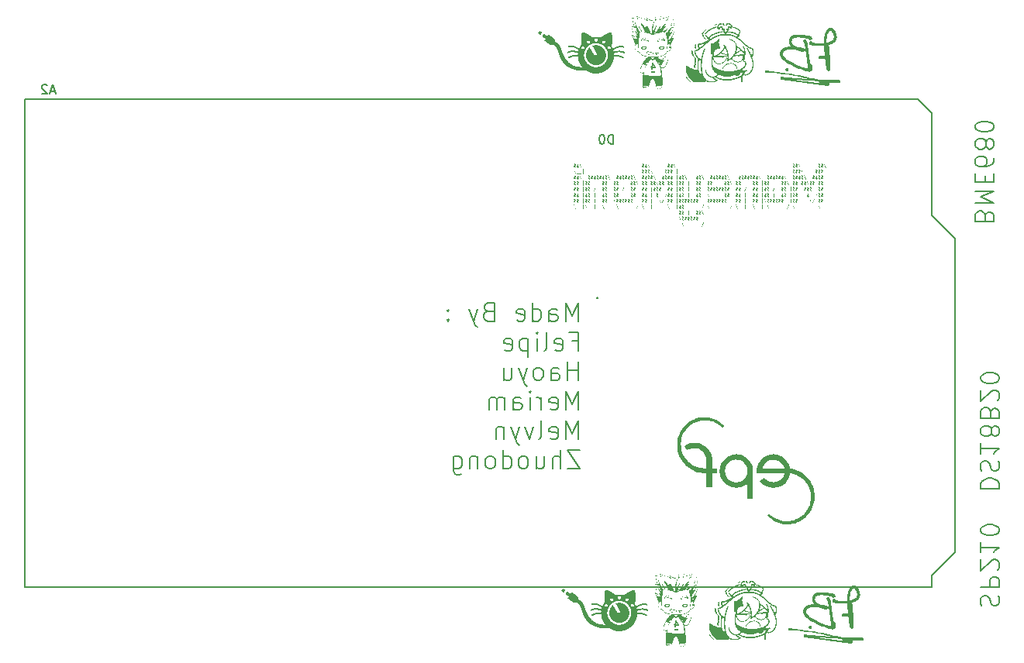
<source format=gbr>
%TF.GenerationSoftware,KiCad,Pcbnew,7.0.9*%
%TF.CreationDate,2023-12-21T11:10:09+01:00*%
%TF.ProjectId,OptiprodV2,4f707469-7072-46f6-9456-322e6b696361,rev?*%
%TF.SameCoordinates,Original*%
%TF.FileFunction,Legend,Bot*%
%TF.FilePolarity,Positive*%
%FSLAX46Y46*%
G04 Gerber Fmt 4.6, Leading zero omitted, Abs format (unit mm)*
G04 Created by KiCad (PCBNEW 7.0.9) date 2023-12-21 11:10:09*
%MOMM*%
%LPD*%
G01*
G04 APERTURE LIST*
%ADD10C,0.150000*%
G04 APERTURE END LIST*
D10*
X201007800Y-111280363D02*
X200912561Y-110994649D01*
X200912561Y-110994649D02*
X200912561Y-110518458D01*
X200912561Y-110518458D02*
X201007800Y-110327982D01*
X201007800Y-110327982D02*
X201103038Y-110232744D01*
X201103038Y-110232744D02*
X201293514Y-110137506D01*
X201293514Y-110137506D02*
X201483990Y-110137506D01*
X201483990Y-110137506D02*
X201674466Y-110232744D01*
X201674466Y-110232744D02*
X201769704Y-110327982D01*
X201769704Y-110327982D02*
X201864942Y-110518458D01*
X201864942Y-110518458D02*
X201960180Y-110899411D01*
X201960180Y-110899411D02*
X202055419Y-111089887D01*
X202055419Y-111089887D02*
X202150657Y-111185125D01*
X202150657Y-111185125D02*
X202341133Y-111280363D01*
X202341133Y-111280363D02*
X202531609Y-111280363D01*
X202531609Y-111280363D02*
X202722085Y-111185125D01*
X202722085Y-111185125D02*
X202817323Y-111089887D01*
X202817323Y-111089887D02*
X202912561Y-110899411D01*
X202912561Y-110899411D02*
X202912561Y-110423220D01*
X202912561Y-110423220D02*
X202817323Y-110137506D01*
X200912561Y-109280363D02*
X202912561Y-109280363D01*
X202912561Y-109280363D02*
X202912561Y-108518458D01*
X202912561Y-108518458D02*
X202817323Y-108327982D01*
X202817323Y-108327982D02*
X202722085Y-108232744D01*
X202722085Y-108232744D02*
X202531609Y-108137506D01*
X202531609Y-108137506D02*
X202245895Y-108137506D01*
X202245895Y-108137506D02*
X202055419Y-108232744D01*
X202055419Y-108232744D02*
X201960180Y-108327982D01*
X201960180Y-108327982D02*
X201864942Y-108518458D01*
X201864942Y-108518458D02*
X201864942Y-109280363D01*
X202722085Y-107375601D02*
X202817323Y-107280363D01*
X202817323Y-107280363D02*
X202912561Y-107089887D01*
X202912561Y-107089887D02*
X202912561Y-106613696D01*
X202912561Y-106613696D02*
X202817323Y-106423220D01*
X202817323Y-106423220D02*
X202722085Y-106327982D01*
X202722085Y-106327982D02*
X202531609Y-106232744D01*
X202531609Y-106232744D02*
X202341133Y-106232744D01*
X202341133Y-106232744D02*
X202055419Y-106327982D01*
X202055419Y-106327982D02*
X200912561Y-107470839D01*
X200912561Y-107470839D02*
X200912561Y-106232744D01*
X200912561Y-104327982D02*
X200912561Y-105470839D01*
X200912561Y-104899411D02*
X202912561Y-104899411D01*
X202912561Y-104899411D02*
X202626847Y-105089887D01*
X202626847Y-105089887D02*
X202436371Y-105280363D01*
X202436371Y-105280363D02*
X202341133Y-105470839D01*
X202912561Y-103089887D02*
X202912561Y-102899410D01*
X202912561Y-102899410D02*
X202817323Y-102708934D01*
X202817323Y-102708934D02*
X202722085Y-102613696D01*
X202722085Y-102613696D02*
X202531609Y-102518458D01*
X202531609Y-102518458D02*
X202150657Y-102423220D01*
X202150657Y-102423220D02*
X201674466Y-102423220D01*
X201674466Y-102423220D02*
X201293514Y-102518458D01*
X201293514Y-102518458D02*
X201103038Y-102613696D01*
X201103038Y-102613696D02*
X201007800Y-102708934D01*
X201007800Y-102708934D02*
X200912561Y-102899410D01*
X200912561Y-102899410D02*
X200912561Y-103089887D01*
X200912561Y-103089887D02*
X201007800Y-103280363D01*
X201007800Y-103280363D02*
X201103038Y-103375601D01*
X201103038Y-103375601D02*
X201293514Y-103470839D01*
X201293514Y-103470839D02*
X201674466Y-103566077D01*
X201674466Y-103566077D02*
X202150657Y-103566077D01*
X202150657Y-103566077D02*
X202531609Y-103470839D01*
X202531609Y-103470839D02*
X202722085Y-103375601D01*
X202722085Y-103375601D02*
X202817323Y-103280363D01*
X202817323Y-103280363D02*
X202912561Y-103089887D01*
X201370180Y-68608458D02*
X201274942Y-68322744D01*
X201274942Y-68322744D02*
X201179704Y-68227506D01*
X201179704Y-68227506D02*
X200989228Y-68132268D01*
X200989228Y-68132268D02*
X200703514Y-68132268D01*
X200703514Y-68132268D02*
X200513038Y-68227506D01*
X200513038Y-68227506D02*
X200417800Y-68322744D01*
X200417800Y-68322744D02*
X200322561Y-68513220D01*
X200322561Y-68513220D02*
X200322561Y-69275125D01*
X200322561Y-69275125D02*
X202322561Y-69275125D01*
X202322561Y-69275125D02*
X202322561Y-68608458D01*
X202322561Y-68608458D02*
X202227323Y-68417982D01*
X202227323Y-68417982D02*
X202132085Y-68322744D01*
X202132085Y-68322744D02*
X201941609Y-68227506D01*
X201941609Y-68227506D02*
X201751133Y-68227506D01*
X201751133Y-68227506D02*
X201560657Y-68322744D01*
X201560657Y-68322744D02*
X201465419Y-68417982D01*
X201465419Y-68417982D02*
X201370180Y-68608458D01*
X201370180Y-68608458D02*
X201370180Y-69275125D01*
X200322561Y-67275125D02*
X202322561Y-67275125D01*
X202322561Y-67275125D02*
X200893990Y-66608458D01*
X200893990Y-66608458D02*
X202322561Y-65941792D01*
X202322561Y-65941792D02*
X200322561Y-65941792D01*
X201370180Y-64989411D02*
X201370180Y-64322744D01*
X200322561Y-64037030D02*
X200322561Y-64989411D01*
X200322561Y-64989411D02*
X202322561Y-64989411D01*
X202322561Y-64989411D02*
X202322561Y-64037030D01*
X202322561Y-62322744D02*
X202322561Y-62703697D01*
X202322561Y-62703697D02*
X202227323Y-62894173D01*
X202227323Y-62894173D02*
X202132085Y-62989411D01*
X202132085Y-62989411D02*
X201846371Y-63179887D01*
X201846371Y-63179887D02*
X201465419Y-63275125D01*
X201465419Y-63275125D02*
X200703514Y-63275125D01*
X200703514Y-63275125D02*
X200513038Y-63179887D01*
X200513038Y-63179887D02*
X200417800Y-63084649D01*
X200417800Y-63084649D02*
X200322561Y-62894173D01*
X200322561Y-62894173D02*
X200322561Y-62513220D01*
X200322561Y-62513220D02*
X200417800Y-62322744D01*
X200417800Y-62322744D02*
X200513038Y-62227506D01*
X200513038Y-62227506D02*
X200703514Y-62132268D01*
X200703514Y-62132268D02*
X201179704Y-62132268D01*
X201179704Y-62132268D02*
X201370180Y-62227506D01*
X201370180Y-62227506D02*
X201465419Y-62322744D01*
X201465419Y-62322744D02*
X201560657Y-62513220D01*
X201560657Y-62513220D02*
X201560657Y-62894173D01*
X201560657Y-62894173D02*
X201465419Y-63084649D01*
X201465419Y-63084649D02*
X201370180Y-63179887D01*
X201370180Y-63179887D02*
X201179704Y-63275125D01*
X201465419Y-60989411D02*
X201560657Y-61179887D01*
X201560657Y-61179887D02*
X201655895Y-61275125D01*
X201655895Y-61275125D02*
X201846371Y-61370363D01*
X201846371Y-61370363D02*
X201941609Y-61370363D01*
X201941609Y-61370363D02*
X202132085Y-61275125D01*
X202132085Y-61275125D02*
X202227323Y-61179887D01*
X202227323Y-61179887D02*
X202322561Y-60989411D01*
X202322561Y-60989411D02*
X202322561Y-60608458D01*
X202322561Y-60608458D02*
X202227323Y-60417982D01*
X202227323Y-60417982D02*
X202132085Y-60322744D01*
X202132085Y-60322744D02*
X201941609Y-60227506D01*
X201941609Y-60227506D02*
X201846371Y-60227506D01*
X201846371Y-60227506D02*
X201655895Y-60322744D01*
X201655895Y-60322744D02*
X201560657Y-60417982D01*
X201560657Y-60417982D02*
X201465419Y-60608458D01*
X201465419Y-60608458D02*
X201465419Y-60989411D01*
X201465419Y-60989411D02*
X201370180Y-61179887D01*
X201370180Y-61179887D02*
X201274942Y-61275125D01*
X201274942Y-61275125D02*
X201084466Y-61370363D01*
X201084466Y-61370363D02*
X200703514Y-61370363D01*
X200703514Y-61370363D02*
X200513038Y-61275125D01*
X200513038Y-61275125D02*
X200417800Y-61179887D01*
X200417800Y-61179887D02*
X200322561Y-60989411D01*
X200322561Y-60989411D02*
X200322561Y-60608458D01*
X200322561Y-60608458D02*
X200417800Y-60417982D01*
X200417800Y-60417982D02*
X200513038Y-60322744D01*
X200513038Y-60322744D02*
X200703514Y-60227506D01*
X200703514Y-60227506D02*
X201084466Y-60227506D01*
X201084466Y-60227506D02*
X201274942Y-60322744D01*
X201274942Y-60322744D02*
X201370180Y-60417982D01*
X201370180Y-60417982D02*
X201465419Y-60608458D01*
X202322561Y-58989411D02*
X202322561Y-58798934D01*
X202322561Y-58798934D02*
X202227323Y-58608458D01*
X202227323Y-58608458D02*
X202132085Y-58513220D01*
X202132085Y-58513220D02*
X201941609Y-58417982D01*
X201941609Y-58417982D02*
X201560657Y-58322744D01*
X201560657Y-58322744D02*
X201084466Y-58322744D01*
X201084466Y-58322744D02*
X200703514Y-58417982D01*
X200703514Y-58417982D02*
X200513038Y-58513220D01*
X200513038Y-58513220D02*
X200417800Y-58608458D01*
X200417800Y-58608458D02*
X200322561Y-58798934D01*
X200322561Y-58798934D02*
X200322561Y-58989411D01*
X200322561Y-58989411D02*
X200417800Y-59179887D01*
X200417800Y-59179887D02*
X200513038Y-59275125D01*
X200513038Y-59275125D02*
X200703514Y-59370363D01*
X200703514Y-59370363D02*
X201084466Y-59465601D01*
X201084466Y-59465601D02*
X201560657Y-59465601D01*
X201560657Y-59465601D02*
X201941609Y-59370363D01*
X201941609Y-59370363D02*
X202132085Y-59275125D01*
X202132085Y-59275125D02*
X202227323Y-59179887D01*
X202227323Y-59179887D02*
X202322561Y-58989411D01*
X200912561Y-98485125D02*
X202912561Y-98485125D01*
X202912561Y-98485125D02*
X202912561Y-98008935D01*
X202912561Y-98008935D02*
X202817323Y-97723220D01*
X202817323Y-97723220D02*
X202626847Y-97532744D01*
X202626847Y-97532744D02*
X202436371Y-97437506D01*
X202436371Y-97437506D02*
X202055419Y-97342268D01*
X202055419Y-97342268D02*
X201769704Y-97342268D01*
X201769704Y-97342268D02*
X201388752Y-97437506D01*
X201388752Y-97437506D02*
X201198276Y-97532744D01*
X201198276Y-97532744D02*
X201007800Y-97723220D01*
X201007800Y-97723220D02*
X200912561Y-98008935D01*
X200912561Y-98008935D02*
X200912561Y-98485125D01*
X201007800Y-96580363D02*
X200912561Y-96294649D01*
X200912561Y-96294649D02*
X200912561Y-95818458D01*
X200912561Y-95818458D02*
X201007800Y-95627982D01*
X201007800Y-95627982D02*
X201103038Y-95532744D01*
X201103038Y-95532744D02*
X201293514Y-95437506D01*
X201293514Y-95437506D02*
X201483990Y-95437506D01*
X201483990Y-95437506D02*
X201674466Y-95532744D01*
X201674466Y-95532744D02*
X201769704Y-95627982D01*
X201769704Y-95627982D02*
X201864942Y-95818458D01*
X201864942Y-95818458D02*
X201960180Y-96199411D01*
X201960180Y-96199411D02*
X202055419Y-96389887D01*
X202055419Y-96389887D02*
X202150657Y-96485125D01*
X202150657Y-96485125D02*
X202341133Y-96580363D01*
X202341133Y-96580363D02*
X202531609Y-96580363D01*
X202531609Y-96580363D02*
X202722085Y-96485125D01*
X202722085Y-96485125D02*
X202817323Y-96389887D01*
X202817323Y-96389887D02*
X202912561Y-96199411D01*
X202912561Y-96199411D02*
X202912561Y-95723220D01*
X202912561Y-95723220D02*
X202817323Y-95437506D01*
X200912561Y-93532744D02*
X200912561Y-94675601D01*
X200912561Y-94104173D02*
X202912561Y-94104173D01*
X202912561Y-94104173D02*
X202626847Y-94294649D01*
X202626847Y-94294649D02*
X202436371Y-94485125D01*
X202436371Y-94485125D02*
X202341133Y-94675601D01*
X202055419Y-92389887D02*
X202150657Y-92580363D01*
X202150657Y-92580363D02*
X202245895Y-92675601D01*
X202245895Y-92675601D02*
X202436371Y-92770839D01*
X202436371Y-92770839D02*
X202531609Y-92770839D01*
X202531609Y-92770839D02*
X202722085Y-92675601D01*
X202722085Y-92675601D02*
X202817323Y-92580363D01*
X202817323Y-92580363D02*
X202912561Y-92389887D01*
X202912561Y-92389887D02*
X202912561Y-92008934D01*
X202912561Y-92008934D02*
X202817323Y-91818458D01*
X202817323Y-91818458D02*
X202722085Y-91723220D01*
X202722085Y-91723220D02*
X202531609Y-91627982D01*
X202531609Y-91627982D02*
X202436371Y-91627982D01*
X202436371Y-91627982D02*
X202245895Y-91723220D01*
X202245895Y-91723220D02*
X202150657Y-91818458D01*
X202150657Y-91818458D02*
X202055419Y-92008934D01*
X202055419Y-92008934D02*
X202055419Y-92389887D01*
X202055419Y-92389887D02*
X201960180Y-92580363D01*
X201960180Y-92580363D02*
X201864942Y-92675601D01*
X201864942Y-92675601D02*
X201674466Y-92770839D01*
X201674466Y-92770839D02*
X201293514Y-92770839D01*
X201293514Y-92770839D02*
X201103038Y-92675601D01*
X201103038Y-92675601D02*
X201007800Y-92580363D01*
X201007800Y-92580363D02*
X200912561Y-92389887D01*
X200912561Y-92389887D02*
X200912561Y-92008934D01*
X200912561Y-92008934D02*
X201007800Y-91818458D01*
X201007800Y-91818458D02*
X201103038Y-91723220D01*
X201103038Y-91723220D02*
X201293514Y-91627982D01*
X201293514Y-91627982D02*
X201674466Y-91627982D01*
X201674466Y-91627982D02*
X201864942Y-91723220D01*
X201864942Y-91723220D02*
X201960180Y-91818458D01*
X201960180Y-91818458D02*
X202055419Y-92008934D01*
X201960180Y-90104172D02*
X201864942Y-89818458D01*
X201864942Y-89818458D02*
X201769704Y-89723220D01*
X201769704Y-89723220D02*
X201579228Y-89627982D01*
X201579228Y-89627982D02*
X201293514Y-89627982D01*
X201293514Y-89627982D02*
X201103038Y-89723220D01*
X201103038Y-89723220D02*
X201007800Y-89818458D01*
X201007800Y-89818458D02*
X200912561Y-90008934D01*
X200912561Y-90008934D02*
X200912561Y-90770839D01*
X200912561Y-90770839D02*
X202912561Y-90770839D01*
X202912561Y-90770839D02*
X202912561Y-90104172D01*
X202912561Y-90104172D02*
X202817323Y-89913696D01*
X202817323Y-89913696D02*
X202722085Y-89818458D01*
X202722085Y-89818458D02*
X202531609Y-89723220D01*
X202531609Y-89723220D02*
X202341133Y-89723220D01*
X202341133Y-89723220D02*
X202150657Y-89818458D01*
X202150657Y-89818458D02*
X202055419Y-89913696D01*
X202055419Y-89913696D02*
X201960180Y-90104172D01*
X201960180Y-90104172D02*
X201960180Y-90770839D01*
X202722085Y-88866077D02*
X202817323Y-88770839D01*
X202817323Y-88770839D02*
X202912561Y-88580363D01*
X202912561Y-88580363D02*
X202912561Y-88104172D01*
X202912561Y-88104172D02*
X202817323Y-87913696D01*
X202817323Y-87913696D02*
X202722085Y-87818458D01*
X202722085Y-87818458D02*
X202531609Y-87723220D01*
X202531609Y-87723220D02*
X202341133Y-87723220D01*
X202341133Y-87723220D02*
X202055419Y-87818458D01*
X202055419Y-87818458D02*
X200912561Y-88961315D01*
X200912561Y-88961315D02*
X200912561Y-87723220D01*
X202912561Y-86485125D02*
X202912561Y-86294648D01*
X202912561Y-86294648D02*
X202817323Y-86104172D01*
X202817323Y-86104172D02*
X202722085Y-86008934D01*
X202722085Y-86008934D02*
X202531609Y-85913696D01*
X202531609Y-85913696D02*
X202150657Y-85818458D01*
X202150657Y-85818458D02*
X201674466Y-85818458D01*
X201674466Y-85818458D02*
X201293514Y-85913696D01*
X201293514Y-85913696D02*
X201103038Y-86008934D01*
X201103038Y-86008934D02*
X201007800Y-86104172D01*
X201007800Y-86104172D02*
X200912561Y-86294648D01*
X200912561Y-86294648D02*
X200912561Y-86485125D01*
X200912561Y-86485125D02*
X201007800Y-86675601D01*
X201007800Y-86675601D02*
X201103038Y-86770839D01*
X201103038Y-86770839D02*
X201293514Y-86866077D01*
X201293514Y-86866077D02*
X201674466Y-86961315D01*
X201674466Y-86961315D02*
X202150657Y-86961315D01*
X202150657Y-86961315D02*
X202531609Y-86866077D01*
X202531609Y-86866077D02*
X202722085Y-86770839D01*
X202722085Y-86770839D02*
X202817323Y-86675601D01*
X202817323Y-86675601D02*
X202912561Y-86485125D01*
X156905125Y-80167438D02*
X156905125Y-78167438D01*
X156905125Y-78167438D02*
X156238458Y-79596009D01*
X156238458Y-79596009D02*
X155571792Y-78167438D01*
X155571792Y-78167438D02*
X155571792Y-80167438D01*
X153762268Y-80167438D02*
X153762268Y-79119819D01*
X153762268Y-79119819D02*
X153857506Y-78929342D01*
X153857506Y-78929342D02*
X154047982Y-78834104D01*
X154047982Y-78834104D02*
X154428935Y-78834104D01*
X154428935Y-78834104D02*
X154619411Y-78929342D01*
X153762268Y-80072200D02*
X153952744Y-80167438D01*
X153952744Y-80167438D02*
X154428935Y-80167438D01*
X154428935Y-80167438D02*
X154619411Y-80072200D01*
X154619411Y-80072200D02*
X154714649Y-79881723D01*
X154714649Y-79881723D02*
X154714649Y-79691247D01*
X154714649Y-79691247D02*
X154619411Y-79500771D01*
X154619411Y-79500771D02*
X154428935Y-79405533D01*
X154428935Y-79405533D02*
X153952744Y-79405533D01*
X153952744Y-79405533D02*
X153762268Y-79310295D01*
X151952744Y-80167438D02*
X151952744Y-78167438D01*
X151952744Y-80072200D02*
X152143220Y-80167438D01*
X152143220Y-80167438D02*
X152524173Y-80167438D01*
X152524173Y-80167438D02*
X152714649Y-80072200D01*
X152714649Y-80072200D02*
X152809887Y-79976961D01*
X152809887Y-79976961D02*
X152905125Y-79786485D01*
X152905125Y-79786485D02*
X152905125Y-79215057D01*
X152905125Y-79215057D02*
X152809887Y-79024580D01*
X152809887Y-79024580D02*
X152714649Y-78929342D01*
X152714649Y-78929342D02*
X152524173Y-78834104D01*
X152524173Y-78834104D02*
X152143220Y-78834104D01*
X152143220Y-78834104D02*
X151952744Y-78929342D01*
X150238458Y-80072200D02*
X150428934Y-80167438D01*
X150428934Y-80167438D02*
X150809887Y-80167438D01*
X150809887Y-80167438D02*
X151000363Y-80072200D01*
X151000363Y-80072200D02*
X151095601Y-79881723D01*
X151095601Y-79881723D02*
X151095601Y-79119819D01*
X151095601Y-79119819D02*
X151000363Y-78929342D01*
X151000363Y-78929342D02*
X150809887Y-78834104D01*
X150809887Y-78834104D02*
X150428934Y-78834104D01*
X150428934Y-78834104D02*
X150238458Y-78929342D01*
X150238458Y-78929342D02*
X150143220Y-79119819D01*
X150143220Y-79119819D02*
X150143220Y-79310295D01*
X150143220Y-79310295D02*
X151095601Y-79500771D01*
X147095600Y-79119819D02*
X146809886Y-79215057D01*
X146809886Y-79215057D02*
X146714648Y-79310295D01*
X146714648Y-79310295D02*
X146619410Y-79500771D01*
X146619410Y-79500771D02*
X146619410Y-79786485D01*
X146619410Y-79786485D02*
X146714648Y-79976961D01*
X146714648Y-79976961D02*
X146809886Y-80072200D01*
X146809886Y-80072200D02*
X147000362Y-80167438D01*
X147000362Y-80167438D02*
X147762267Y-80167438D01*
X147762267Y-80167438D02*
X147762267Y-78167438D01*
X147762267Y-78167438D02*
X147095600Y-78167438D01*
X147095600Y-78167438D02*
X146905124Y-78262676D01*
X146905124Y-78262676D02*
X146809886Y-78357914D01*
X146809886Y-78357914D02*
X146714648Y-78548390D01*
X146714648Y-78548390D02*
X146714648Y-78738866D01*
X146714648Y-78738866D02*
X146809886Y-78929342D01*
X146809886Y-78929342D02*
X146905124Y-79024580D01*
X146905124Y-79024580D02*
X147095600Y-79119819D01*
X147095600Y-79119819D02*
X147762267Y-79119819D01*
X145952743Y-78834104D02*
X145476553Y-80167438D01*
X145000362Y-78834104D02*
X145476553Y-80167438D01*
X145476553Y-80167438D02*
X145667029Y-80643628D01*
X145667029Y-80643628D02*
X145762267Y-80738866D01*
X145762267Y-80738866D02*
X145952743Y-80834104D01*
X142714647Y-79976961D02*
X142619409Y-80072200D01*
X142619409Y-80072200D02*
X142714647Y-80167438D01*
X142714647Y-80167438D02*
X142809885Y-80072200D01*
X142809885Y-80072200D02*
X142714647Y-79976961D01*
X142714647Y-79976961D02*
X142714647Y-80167438D01*
X142714647Y-78929342D02*
X142619409Y-79024580D01*
X142619409Y-79024580D02*
X142714647Y-79119819D01*
X142714647Y-79119819D02*
X142809885Y-79024580D01*
X142809885Y-79024580D02*
X142714647Y-78929342D01*
X142714647Y-78929342D02*
X142714647Y-79119819D01*
X156238458Y-82339819D02*
X156905125Y-82339819D01*
X156905125Y-83387438D02*
X156905125Y-81387438D01*
X156905125Y-81387438D02*
X155952744Y-81387438D01*
X154428934Y-83292200D02*
X154619410Y-83387438D01*
X154619410Y-83387438D02*
X155000363Y-83387438D01*
X155000363Y-83387438D02*
X155190839Y-83292200D01*
X155190839Y-83292200D02*
X155286077Y-83101723D01*
X155286077Y-83101723D02*
X155286077Y-82339819D01*
X155286077Y-82339819D02*
X155190839Y-82149342D01*
X155190839Y-82149342D02*
X155000363Y-82054104D01*
X155000363Y-82054104D02*
X154619410Y-82054104D01*
X154619410Y-82054104D02*
X154428934Y-82149342D01*
X154428934Y-82149342D02*
X154333696Y-82339819D01*
X154333696Y-82339819D02*
X154333696Y-82530295D01*
X154333696Y-82530295D02*
X155286077Y-82720771D01*
X153190839Y-83387438D02*
X153381315Y-83292200D01*
X153381315Y-83292200D02*
X153476553Y-83101723D01*
X153476553Y-83101723D02*
X153476553Y-81387438D01*
X152428934Y-83387438D02*
X152428934Y-82054104D01*
X152428934Y-81387438D02*
X152524172Y-81482676D01*
X152524172Y-81482676D02*
X152428934Y-81577914D01*
X152428934Y-81577914D02*
X152333696Y-81482676D01*
X152333696Y-81482676D02*
X152428934Y-81387438D01*
X152428934Y-81387438D02*
X152428934Y-81577914D01*
X151476553Y-82054104D02*
X151476553Y-84054104D01*
X151476553Y-82149342D02*
X151286077Y-82054104D01*
X151286077Y-82054104D02*
X150905124Y-82054104D01*
X150905124Y-82054104D02*
X150714648Y-82149342D01*
X150714648Y-82149342D02*
X150619410Y-82244580D01*
X150619410Y-82244580D02*
X150524172Y-82435057D01*
X150524172Y-82435057D02*
X150524172Y-83006485D01*
X150524172Y-83006485D02*
X150619410Y-83196961D01*
X150619410Y-83196961D02*
X150714648Y-83292200D01*
X150714648Y-83292200D02*
X150905124Y-83387438D01*
X150905124Y-83387438D02*
X151286077Y-83387438D01*
X151286077Y-83387438D02*
X151476553Y-83292200D01*
X148905124Y-83292200D02*
X149095600Y-83387438D01*
X149095600Y-83387438D02*
X149476553Y-83387438D01*
X149476553Y-83387438D02*
X149667029Y-83292200D01*
X149667029Y-83292200D02*
X149762267Y-83101723D01*
X149762267Y-83101723D02*
X149762267Y-82339819D01*
X149762267Y-82339819D02*
X149667029Y-82149342D01*
X149667029Y-82149342D02*
X149476553Y-82054104D01*
X149476553Y-82054104D02*
X149095600Y-82054104D01*
X149095600Y-82054104D02*
X148905124Y-82149342D01*
X148905124Y-82149342D02*
X148809886Y-82339819D01*
X148809886Y-82339819D02*
X148809886Y-82530295D01*
X148809886Y-82530295D02*
X149762267Y-82720771D01*
X156905125Y-86607438D02*
X156905125Y-84607438D01*
X156905125Y-85559819D02*
X155762268Y-85559819D01*
X155762268Y-86607438D02*
X155762268Y-84607438D01*
X153952744Y-86607438D02*
X153952744Y-85559819D01*
X153952744Y-85559819D02*
X154047982Y-85369342D01*
X154047982Y-85369342D02*
X154238458Y-85274104D01*
X154238458Y-85274104D02*
X154619411Y-85274104D01*
X154619411Y-85274104D02*
X154809887Y-85369342D01*
X153952744Y-86512200D02*
X154143220Y-86607438D01*
X154143220Y-86607438D02*
X154619411Y-86607438D01*
X154619411Y-86607438D02*
X154809887Y-86512200D01*
X154809887Y-86512200D02*
X154905125Y-86321723D01*
X154905125Y-86321723D02*
X154905125Y-86131247D01*
X154905125Y-86131247D02*
X154809887Y-85940771D01*
X154809887Y-85940771D02*
X154619411Y-85845533D01*
X154619411Y-85845533D02*
X154143220Y-85845533D01*
X154143220Y-85845533D02*
X153952744Y-85750295D01*
X152714649Y-86607438D02*
X152905125Y-86512200D01*
X152905125Y-86512200D02*
X153000363Y-86416961D01*
X153000363Y-86416961D02*
X153095601Y-86226485D01*
X153095601Y-86226485D02*
X153095601Y-85655057D01*
X153095601Y-85655057D02*
X153000363Y-85464580D01*
X153000363Y-85464580D02*
X152905125Y-85369342D01*
X152905125Y-85369342D02*
X152714649Y-85274104D01*
X152714649Y-85274104D02*
X152428934Y-85274104D01*
X152428934Y-85274104D02*
X152238458Y-85369342D01*
X152238458Y-85369342D02*
X152143220Y-85464580D01*
X152143220Y-85464580D02*
X152047982Y-85655057D01*
X152047982Y-85655057D02*
X152047982Y-86226485D01*
X152047982Y-86226485D02*
X152143220Y-86416961D01*
X152143220Y-86416961D02*
X152238458Y-86512200D01*
X152238458Y-86512200D02*
X152428934Y-86607438D01*
X152428934Y-86607438D02*
X152714649Y-86607438D01*
X151381315Y-85274104D02*
X150905125Y-86607438D01*
X150428934Y-85274104D02*
X150905125Y-86607438D01*
X150905125Y-86607438D02*
X151095601Y-87083628D01*
X151095601Y-87083628D02*
X151190839Y-87178866D01*
X151190839Y-87178866D02*
X151381315Y-87274104D01*
X148809886Y-85274104D02*
X148809886Y-86607438D01*
X149667029Y-85274104D02*
X149667029Y-86321723D01*
X149667029Y-86321723D02*
X149571791Y-86512200D01*
X149571791Y-86512200D02*
X149381315Y-86607438D01*
X149381315Y-86607438D02*
X149095600Y-86607438D01*
X149095600Y-86607438D02*
X148905124Y-86512200D01*
X148905124Y-86512200D02*
X148809886Y-86416961D01*
X156905125Y-89827438D02*
X156905125Y-87827438D01*
X156905125Y-87827438D02*
X156238458Y-89256009D01*
X156238458Y-89256009D02*
X155571792Y-87827438D01*
X155571792Y-87827438D02*
X155571792Y-89827438D01*
X153857506Y-89732200D02*
X154047982Y-89827438D01*
X154047982Y-89827438D02*
X154428935Y-89827438D01*
X154428935Y-89827438D02*
X154619411Y-89732200D01*
X154619411Y-89732200D02*
X154714649Y-89541723D01*
X154714649Y-89541723D02*
X154714649Y-88779819D01*
X154714649Y-88779819D02*
X154619411Y-88589342D01*
X154619411Y-88589342D02*
X154428935Y-88494104D01*
X154428935Y-88494104D02*
X154047982Y-88494104D01*
X154047982Y-88494104D02*
X153857506Y-88589342D01*
X153857506Y-88589342D02*
X153762268Y-88779819D01*
X153762268Y-88779819D02*
X153762268Y-88970295D01*
X153762268Y-88970295D02*
X154714649Y-89160771D01*
X152905125Y-89827438D02*
X152905125Y-88494104D01*
X152905125Y-88875057D02*
X152809887Y-88684580D01*
X152809887Y-88684580D02*
X152714649Y-88589342D01*
X152714649Y-88589342D02*
X152524173Y-88494104D01*
X152524173Y-88494104D02*
X152333696Y-88494104D01*
X151667030Y-89827438D02*
X151667030Y-88494104D01*
X151667030Y-87827438D02*
X151762268Y-87922676D01*
X151762268Y-87922676D02*
X151667030Y-88017914D01*
X151667030Y-88017914D02*
X151571792Y-87922676D01*
X151571792Y-87922676D02*
X151667030Y-87827438D01*
X151667030Y-87827438D02*
X151667030Y-88017914D01*
X149857506Y-89827438D02*
X149857506Y-88779819D01*
X149857506Y-88779819D02*
X149952744Y-88589342D01*
X149952744Y-88589342D02*
X150143220Y-88494104D01*
X150143220Y-88494104D02*
X150524173Y-88494104D01*
X150524173Y-88494104D02*
X150714649Y-88589342D01*
X149857506Y-89732200D02*
X150047982Y-89827438D01*
X150047982Y-89827438D02*
X150524173Y-89827438D01*
X150524173Y-89827438D02*
X150714649Y-89732200D01*
X150714649Y-89732200D02*
X150809887Y-89541723D01*
X150809887Y-89541723D02*
X150809887Y-89351247D01*
X150809887Y-89351247D02*
X150714649Y-89160771D01*
X150714649Y-89160771D02*
X150524173Y-89065533D01*
X150524173Y-89065533D02*
X150047982Y-89065533D01*
X150047982Y-89065533D02*
X149857506Y-88970295D01*
X148905125Y-89827438D02*
X148905125Y-88494104D01*
X148905125Y-88684580D02*
X148809887Y-88589342D01*
X148809887Y-88589342D02*
X148619411Y-88494104D01*
X148619411Y-88494104D02*
X148333696Y-88494104D01*
X148333696Y-88494104D02*
X148143220Y-88589342D01*
X148143220Y-88589342D02*
X148047982Y-88779819D01*
X148047982Y-88779819D02*
X148047982Y-89827438D01*
X148047982Y-88779819D02*
X147952744Y-88589342D01*
X147952744Y-88589342D02*
X147762268Y-88494104D01*
X147762268Y-88494104D02*
X147476554Y-88494104D01*
X147476554Y-88494104D02*
X147286077Y-88589342D01*
X147286077Y-88589342D02*
X147190839Y-88779819D01*
X147190839Y-88779819D02*
X147190839Y-89827438D01*
X156905125Y-93047438D02*
X156905125Y-91047438D01*
X156905125Y-91047438D02*
X156238458Y-92476009D01*
X156238458Y-92476009D02*
X155571792Y-91047438D01*
X155571792Y-91047438D02*
X155571792Y-93047438D01*
X153857506Y-92952200D02*
X154047982Y-93047438D01*
X154047982Y-93047438D02*
X154428935Y-93047438D01*
X154428935Y-93047438D02*
X154619411Y-92952200D01*
X154619411Y-92952200D02*
X154714649Y-92761723D01*
X154714649Y-92761723D02*
X154714649Y-91999819D01*
X154714649Y-91999819D02*
X154619411Y-91809342D01*
X154619411Y-91809342D02*
X154428935Y-91714104D01*
X154428935Y-91714104D02*
X154047982Y-91714104D01*
X154047982Y-91714104D02*
X153857506Y-91809342D01*
X153857506Y-91809342D02*
X153762268Y-91999819D01*
X153762268Y-91999819D02*
X153762268Y-92190295D01*
X153762268Y-92190295D02*
X154714649Y-92380771D01*
X152619411Y-93047438D02*
X152809887Y-92952200D01*
X152809887Y-92952200D02*
X152905125Y-92761723D01*
X152905125Y-92761723D02*
X152905125Y-91047438D01*
X152047982Y-91714104D02*
X151571792Y-93047438D01*
X151571792Y-93047438D02*
X151095601Y-91714104D01*
X150524172Y-91714104D02*
X150047982Y-93047438D01*
X149571791Y-91714104D02*
X150047982Y-93047438D01*
X150047982Y-93047438D02*
X150238458Y-93523628D01*
X150238458Y-93523628D02*
X150333696Y-93618866D01*
X150333696Y-93618866D02*
X150524172Y-93714104D01*
X148809886Y-91714104D02*
X148809886Y-93047438D01*
X148809886Y-91904580D02*
X148714648Y-91809342D01*
X148714648Y-91809342D02*
X148524172Y-91714104D01*
X148524172Y-91714104D02*
X148238457Y-91714104D01*
X148238457Y-91714104D02*
X148047981Y-91809342D01*
X148047981Y-91809342D02*
X147952743Y-91999819D01*
X147952743Y-91999819D02*
X147952743Y-93047438D01*
X157095601Y-94267438D02*
X155762268Y-94267438D01*
X155762268Y-94267438D02*
X157095601Y-96267438D01*
X157095601Y-96267438D02*
X155762268Y-96267438D01*
X155000363Y-96267438D02*
X155000363Y-94267438D01*
X154143220Y-96267438D02*
X154143220Y-95219819D01*
X154143220Y-95219819D02*
X154238458Y-95029342D01*
X154238458Y-95029342D02*
X154428934Y-94934104D01*
X154428934Y-94934104D02*
X154714649Y-94934104D01*
X154714649Y-94934104D02*
X154905125Y-95029342D01*
X154905125Y-95029342D02*
X155000363Y-95124580D01*
X152333696Y-94934104D02*
X152333696Y-96267438D01*
X153190839Y-94934104D02*
X153190839Y-95981723D01*
X153190839Y-95981723D02*
X153095601Y-96172200D01*
X153095601Y-96172200D02*
X152905125Y-96267438D01*
X152905125Y-96267438D02*
X152619410Y-96267438D01*
X152619410Y-96267438D02*
X152428934Y-96172200D01*
X152428934Y-96172200D02*
X152333696Y-96076961D01*
X151095601Y-96267438D02*
X151286077Y-96172200D01*
X151286077Y-96172200D02*
X151381315Y-96076961D01*
X151381315Y-96076961D02*
X151476553Y-95886485D01*
X151476553Y-95886485D02*
X151476553Y-95315057D01*
X151476553Y-95315057D02*
X151381315Y-95124580D01*
X151381315Y-95124580D02*
X151286077Y-95029342D01*
X151286077Y-95029342D02*
X151095601Y-94934104D01*
X151095601Y-94934104D02*
X150809886Y-94934104D01*
X150809886Y-94934104D02*
X150619410Y-95029342D01*
X150619410Y-95029342D02*
X150524172Y-95124580D01*
X150524172Y-95124580D02*
X150428934Y-95315057D01*
X150428934Y-95315057D02*
X150428934Y-95886485D01*
X150428934Y-95886485D02*
X150524172Y-96076961D01*
X150524172Y-96076961D02*
X150619410Y-96172200D01*
X150619410Y-96172200D02*
X150809886Y-96267438D01*
X150809886Y-96267438D02*
X151095601Y-96267438D01*
X148714648Y-96267438D02*
X148714648Y-94267438D01*
X148714648Y-96172200D02*
X148905124Y-96267438D01*
X148905124Y-96267438D02*
X149286077Y-96267438D01*
X149286077Y-96267438D02*
X149476553Y-96172200D01*
X149476553Y-96172200D02*
X149571791Y-96076961D01*
X149571791Y-96076961D02*
X149667029Y-95886485D01*
X149667029Y-95886485D02*
X149667029Y-95315057D01*
X149667029Y-95315057D02*
X149571791Y-95124580D01*
X149571791Y-95124580D02*
X149476553Y-95029342D01*
X149476553Y-95029342D02*
X149286077Y-94934104D01*
X149286077Y-94934104D02*
X148905124Y-94934104D01*
X148905124Y-94934104D02*
X148714648Y-95029342D01*
X147476553Y-96267438D02*
X147667029Y-96172200D01*
X147667029Y-96172200D02*
X147762267Y-96076961D01*
X147762267Y-96076961D02*
X147857505Y-95886485D01*
X147857505Y-95886485D02*
X147857505Y-95315057D01*
X147857505Y-95315057D02*
X147762267Y-95124580D01*
X147762267Y-95124580D02*
X147667029Y-95029342D01*
X147667029Y-95029342D02*
X147476553Y-94934104D01*
X147476553Y-94934104D02*
X147190838Y-94934104D01*
X147190838Y-94934104D02*
X147000362Y-95029342D01*
X147000362Y-95029342D02*
X146905124Y-95124580D01*
X146905124Y-95124580D02*
X146809886Y-95315057D01*
X146809886Y-95315057D02*
X146809886Y-95886485D01*
X146809886Y-95886485D02*
X146905124Y-96076961D01*
X146905124Y-96076961D02*
X147000362Y-96172200D01*
X147000362Y-96172200D02*
X147190838Y-96267438D01*
X147190838Y-96267438D02*
X147476553Y-96267438D01*
X145952743Y-94934104D02*
X145952743Y-96267438D01*
X145952743Y-95124580D02*
X145857505Y-95029342D01*
X145857505Y-95029342D02*
X145667029Y-94934104D01*
X145667029Y-94934104D02*
X145381314Y-94934104D01*
X145381314Y-94934104D02*
X145190838Y-95029342D01*
X145190838Y-95029342D02*
X145095600Y-95219819D01*
X145095600Y-95219819D02*
X145095600Y-96267438D01*
X143286076Y-94934104D02*
X143286076Y-96553152D01*
X143286076Y-96553152D02*
X143381314Y-96743628D01*
X143381314Y-96743628D02*
X143476552Y-96838866D01*
X143476552Y-96838866D02*
X143667029Y-96934104D01*
X143667029Y-96934104D02*
X143952743Y-96934104D01*
X143952743Y-96934104D02*
X144143219Y-96838866D01*
X143286076Y-96172200D02*
X143476552Y-96267438D01*
X143476552Y-96267438D02*
X143857505Y-96267438D01*
X143857505Y-96267438D02*
X144047981Y-96172200D01*
X144047981Y-96172200D02*
X144143219Y-96076961D01*
X144143219Y-96076961D02*
X144238457Y-95886485D01*
X144238457Y-95886485D02*
X144238457Y-95315057D01*
X144238457Y-95315057D02*
X144143219Y-95124580D01*
X144143219Y-95124580D02*
X144047981Y-95029342D01*
X144047981Y-95029342D02*
X143857505Y-94934104D01*
X143857505Y-94934104D02*
X143476552Y-94934104D01*
X143476552Y-94934104D02*
X143286076Y-95029342D01*
X99774285Y-55033104D02*
X99298095Y-55033104D01*
X99869523Y-55318819D02*
X99536190Y-54318819D01*
X99536190Y-54318819D02*
X99202857Y-55318819D01*
X98917142Y-54414057D02*
X98869523Y-54366438D01*
X98869523Y-54366438D02*
X98774285Y-54318819D01*
X98774285Y-54318819D02*
X98536190Y-54318819D01*
X98536190Y-54318819D02*
X98440952Y-54366438D01*
X98440952Y-54366438D02*
X98393333Y-54414057D01*
X98393333Y-54414057D02*
X98345714Y-54509295D01*
X98345714Y-54509295D02*
X98345714Y-54604533D01*
X98345714Y-54604533D02*
X98393333Y-54747390D01*
X98393333Y-54747390D02*
X98964761Y-55318819D01*
X98964761Y-55318819D02*
X98345714Y-55318819D01*
X159004000Y-77575580D02*
X159051619Y-77623200D01*
X159051619Y-77623200D02*
X159004000Y-77670819D01*
X159004000Y-77670819D02*
X158956381Y-77623200D01*
X158956381Y-77623200D02*
X159004000Y-77575580D01*
X159004000Y-77575580D02*
X159004000Y-77670819D01*
X160758094Y-60779819D02*
X160758094Y-59779819D01*
X160758094Y-59779819D02*
X160519999Y-59779819D01*
X160519999Y-59779819D02*
X160377142Y-59827438D01*
X160377142Y-59827438D02*
X160281904Y-59922676D01*
X160281904Y-59922676D02*
X160234285Y-60017914D01*
X160234285Y-60017914D02*
X160186666Y-60208390D01*
X160186666Y-60208390D02*
X160186666Y-60351247D01*
X160186666Y-60351247D02*
X160234285Y-60541723D01*
X160234285Y-60541723D02*
X160281904Y-60636961D01*
X160281904Y-60636961D02*
X160377142Y-60732200D01*
X160377142Y-60732200D02*
X160519999Y-60779819D01*
X160519999Y-60779819D02*
X160758094Y-60779819D01*
X159567618Y-59779819D02*
X159472380Y-59779819D01*
X159472380Y-59779819D02*
X159377142Y-59827438D01*
X159377142Y-59827438D02*
X159329523Y-59875057D01*
X159329523Y-59875057D02*
X159281904Y-59970295D01*
X159281904Y-59970295D02*
X159234285Y-60160771D01*
X159234285Y-60160771D02*
X159234285Y-60398866D01*
X159234285Y-60398866D02*
X159281904Y-60589342D01*
X159281904Y-60589342D02*
X159329523Y-60684580D01*
X159329523Y-60684580D02*
X159377142Y-60732200D01*
X159377142Y-60732200D02*
X159472380Y-60779819D01*
X159472380Y-60779819D02*
X159567618Y-60779819D01*
X159567618Y-60779819D02*
X159662856Y-60732200D01*
X159662856Y-60732200D02*
X159710475Y-60684580D01*
X159710475Y-60684580D02*
X159758094Y-60589342D01*
X159758094Y-60589342D02*
X159805713Y-60398866D01*
X159805713Y-60398866D02*
X159805713Y-60160771D01*
X159805713Y-60160771D02*
X159758094Y-59970295D01*
X159758094Y-59970295D02*
X159710475Y-59875057D01*
X159710475Y-59875057D02*
X159662856Y-59827438D01*
X159662856Y-59827438D02*
X159567618Y-59779819D01*
%TO.C,G\u002A\u002A\u002A*%
G36*
X165948255Y-54731203D02*
G01*
X165948267Y-54735432D01*
X165944717Y-54739293D01*
X165927544Y-54745889D01*
X165898092Y-54753107D01*
X165858539Y-54760439D01*
X165811064Y-54767378D01*
X165809897Y-54767529D01*
X165764129Y-54772620D01*
X165729599Y-54774753D01*
X165707798Y-54773891D01*
X165700215Y-54770000D01*
X165700383Y-54769541D01*
X165709731Y-54766414D01*
X165730548Y-54763727D01*
X165758875Y-54762020D01*
X165795918Y-54758955D01*
X165840022Y-54752457D01*
X165880168Y-54744020D01*
X165897772Y-54739511D01*
X165923978Y-54732891D01*
X165939121Y-54729553D01*
X165946209Y-54729117D01*
X165948255Y-54731203D01*
G37*
G36*
X165298408Y-52911331D02*
G01*
X165298709Y-52921578D01*
X165298921Y-52952856D01*
X165298052Y-52977344D01*
X165296229Y-52990449D01*
X165296039Y-52990895D01*
X165292253Y-52994523D01*
X165283561Y-52997161D01*
X165268115Y-52998880D01*
X165244066Y-52999752D01*
X165209567Y-52999848D01*
X165162768Y-52999241D01*
X165101823Y-52998002D01*
X165068173Y-52997166D01*
X165016612Y-52995531D01*
X164971353Y-52993669D01*
X164934821Y-52991699D01*
X164909441Y-52989741D01*
X164897639Y-52987914D01*
X164894841Y-52986569D01*
X164888979Y-52980465D01*
X164885846Y-52968395D01*
X164884910Y-52947027D01*
X164885635Y-52913029D01*
X164887934Y-52844000D01*
X165091998Y-52844000D01*
X165296062Y-52844000D01*
X165298408Y-52911331D01*
G37*
G36*
X164421552Y-50299803D02*
G01*
X164403079Y-50344104D01*
X164395849Y-50356929D01*
X164363644Y-50399805D01*
X164323096Y-50432956D01*
X164271931Y-50457922D01*
X164207872Y-50476243D01*
X164180348Y-50481342D01*
X164100956Y-50485724D01*
X164023962Y-50474322D01*
X163949670Y-50447169D01*
X163938421Y-50441160D01*
X163907273Y-50419716D01*
X163875662Y-50392427D01*
X163847123Y-50362830D01*
X163825192Y-50334462D01*
X163813406Y-50310860D01*
X163809382Y-50285091D01*
X163809613Y-50280692D01*
X163955640Y-50280692D01*
X163961238Y-50302277D01*
X163978040Y-50328367D01*
X164002476Y-50352764D01*
X164030921Y-50371111D01*
X164041626Y-50375192D01*
X164075572Y-50381660D01*
X164115982Y-50383319D01*
X164156620Y-50380132D01*
X164191252Y-50372063D01*
X164217576Y-50360568D01*
X164249106Y-50340401D01*
X164273104Y-50317470D01*
X164287014Y-50294368D01*
X164288279Y-50273685D01*
X164282182Y-50264660D01*
X164259877Y-50252749D01*
X164222453Y-50244052D01*
X164170270Y-50238641D01*
X164103687Y-50236589D01*
X164070017Y-50236775D01*
X164024262Y-50238956D01*
X163991664Y-50243926D01*
X163970506Y-50252198D01*
X163959070Y-50264282D01*
X163955640Y-50280692D01*
X163809613Y-50280692D01*
X163811329Y-50247985D01*
X163820538Y-50213420D01*
X163835853Y-50187733D01*
X163850040Y-50176058D01*
X163884834Y-50159072D01*
X163931190Y-50145635D01*
X163986496Y-50136143D01*
X164048137Y-50130995D01*
X164113500Y-50130589D01*
X164179972Y-50135323D01*
X164236714Y-50143101D01*
X164304168Y-50157585D01*
X164356577Y-50176361D01*
X164394230Y-50199699D01*
X164417417Y-50227872D01*
X164426427Y-50261149D01*
X164424846Y-50273685D01*
X164421552Y-50299803D01*
G37*
G36*
X166364112Y-50304658D02*
G01*
X166344271Y-50343317D01*
X166309724Y-50383738D01*
X166267724Y-50420240D01*
X166210961Y-50453893D01*
X166145770Y-50476100D01*
X166095073Y-50484954D01*
X166035282Y-50485411D01*
X165969854Y-50474995D01*
X165940494Y-50467602D01*
X165880170Y-50445665D01*
X165832406Y-50416710D01*
X165795386Y-50379464D01*
X165767295Y-50332650D01*
X165755743Y-50303342D01*
X165754103Y-50293424D01*
X165888078Y-50293424D01*
X165898171Y-50310999D01*
X165919109Y-50333336D01*
X165955550Y-50359012D01*
X165995341Y-50375871D01*
X166008288Y-50378871D01*
X166044906Y-50383152D01*
X166083739Y-50383224D01*
X166118857Y-50379263D01*
X166144329Y-50371444D01*
X166144481Y-50371365D01*
X166172775Y-50352716D01*
X166196999Y-50329662D01*
X166214782Y-50305431D01*
X166223751Y-50283250D01*
X166221536Y-50266347D01*
X166220814Y-50265271D01*
X166209002Y-50253719D01*
X166190572Y-50245583D01*
X166163197Y-50240409D01*
X166124551Y-50237740D01*
X166072307Y-50237120D01*
X166014458Y-50238446D01*
X165964975Y-50242477D01*
X165928854Y-50249453D01*
X165904813Y-50259632D01*
X165891570Y-50273270D01*
X165888896Y-50278997D01*
X165888078Y-50293424D01*
X165754103Y-50293424D01*
X165749092Y-50263110D01*
X165756785Y-50229482D01*
X165779063Y-50201697D01*
X165816169Y-50178997D01*
X165834520Y-50171110D01*
X165886179Y-50154091D01*
X165944362Y-50142426D01*
X166012072Y-50135618D01*
X166092313Y-50133167D01*
X166119439Y-50133289D01*
X166193084Y-50137039D01*
X166252655Y-50146156D01*
X166299030Y-50160991D01*
X166333085Y-50181895D01*
X166355697Y-50209217D01*
X166367742Y-50243309D01*
X166370089Y-50265727D01*
X166367399Y-50283250D01*
X166364112Y-50304658D01*
G37*
G36*
X166441180Y-49570118D02*
G01*
X166443894Y-49597724D01*
X166443471Y-49616849D01*
X166439430Y-49624000D01*
X166434071Y-49620882D01*
X166419222Y-49608337D01*
X166397974Y-49588408D01*
X166372968Y-49563500D01*
X166335975Y-49527282D01*
X166284144Y-49483708D01*
X166235023Y-49452930D01*
X166185945Y-49434032D01*
X166134241Y-49426095D01*
X166077245Y-49428202D01*
X166012288Y-49439436D01*
X165956549Y-49453854D01*
X165850132Y-49491999D01*
X165740328Y-49544641D01*
X165628167Y-49611317D01*
X165608119Y-49624218D01*
X165582122Y-49640445D01*
X165563251Y-49651597D01*
X165554616Y-49655793D01*
X165549858Y-49655017D01*
X165545584Y-49646463D01*
X165549102Y-49627239D01*
X165560565Y-49595780D01*
X165564756Y-49586833D01*
X165604922Y-49586833D01*
X165608823Y-49586026D01*
X165622841Y-49578596D01*
X165642829Y-49565767D01*
X165714021Y-49521722D01*
X165803543Y-49476693D01*
X165896704Y-49439580D01*
X165989178Y-49412076D01*
X166076641Y-49395875D01*
X166091962Y-49394450D01*
X166160292Y-49397633D01*
X166227461Y-49415731D01*
X166291185Y-49447925D01*
X166349177Y-49493398D01*
X166397477Y-49539453D01*
X166380114Y-49491726D01*
X166366889Y-49457359D01*
X166342729Y-49402354D01*
X166317344Y-49352789D01*
X166292501Y-49312006D01*
X166269967Y-49283352D01*
X166245659Y-49260714D01*
X166202580Y-49232873D01*
X166154103Y-49217249D01*
X166096314Y-49212238D01*
X166089325Y-49212224D01*
X166061292Y-49212844D01*
X166038929Y-49215579D01*
X166017274Y-49221759D01*
X165991368Y-49232714D01*
X165956249Y-49249773D01*
X165873232Y-49297584D01*
X165784467Y-49364819D01*
X165705108Y-49443092D01*
X165637775Y-49530095D01*
X165632334Y-49538338D01*
X165617297Y-49562212D01*
X165607525Y-49579472D01*
X165604922Y-49586833D01*
X165564756Y-49586833D01*
X165580314Y-49553621D01*
X165618689Y-49491293D01*
X165665986Y-49431060D01*
X165720344Y-49374239D01*
X165779905Y-49322151D01*
X165842811Y-49276115D01*
X165907202Y-49237450D01*
X165971219Y-49207474D01*
X166033003Y-49187508D01*
X166090697Y-49178869D01*
X166142439Y-49182877D01*
X166206720Y-49202630D01*
X166262080Y-49231817D01*
X166309659Y-49271683D01*
X166350676Y-49323493D01*
X166386352Y-49388511D01*
X166417910Y-49468000D01*
X166419036Y-49471339D01*
X166428269Y-49503433D01*
X166435811Y-49537524D01*
X166436129Y-49539453D01*
X166441180Y-49570118D01*
G37*
G36*
X165397592Y-52324000D02*
G01*
X165393826Y-52394348D01*
X165392980Y-52408228D01*
X165390373Y-52438250D01*
X165387358Y-52460291D01*
X165384428Y-52470348D01*
X165377610Y-52471982D01*
X165356936Y-52473967D01*
X165325204Y-52475819D01*
X165285123Y-52477386D01*
X165239398Y-52478515D01*
X165100000Y-52481031D01*
X165099912Y-52570515D01*
X165099635Y-52599861D01*
X165098569Y-52637970D01*
X165096895Y-52669717D01*
X165094818Y-52690285D01*
X165089811Y-52720571D01*
X165016881Y-52718285D01*
X164943951Y-52716000D01*
X164939950Y-52596000D01*
X164935949Y-52476000D01*
X164890266Y-52471931D01*
X164870774Y-52469544D01*
X164848770Y-52464940D01*
X164837266Y-52459931D01*
X164836803Y-52459376D01*
X164831616Y-52445227D01*
X164827679Y-52421210D01*
X164825274Y-52392455D01*
X164824682Y-52364090D01*
X164826186Y-52341244D01*
X164830069Y-52329046D01*
X164837863Y-52325331D01*
X164858393Y-52321489D01*
X164885060Y-52320000D01*
X164904224Y-52319241D01*
X164925960Y-52315953D01*
X164936654Y-52310859D01*
X164937563Y-52307389D01*
X164939502Y-52289758D01*
X164941560Y-52259759D01*
X164943604Y-52219789D01*
X164945504Y-52172243D01*
X164946421Y-52142480D01*
X165089847Y-52142480D01*
X165089854Y-52170861D01*
X165090902Y-52203958D01*
X165092800Y-52237694D01*
X165095355Y-52267996D01*
X165098376Y-52290789D01*
X165101670Y-52302000D01*
X165110865Y-52306508D01*
X165131503Y-52310160D01*
X165157654Y-52311879D01*
X165183982Y-52311554D01*
X165205151Y-52309076D01*
X165215828Y-52304337D01*
X165216003Y-52303663D01*
X165212219Y-52293064D01*
X165201572Y-52273201D01*
X165185945Y-52246952D01*
X165167217Y-52217192D01*
X165147271Y-52186798D01*
X165127987Y-52158646D01*
X165111247Y-52135613D01*
X165098932Y-52120574D01*
X165092923Y-52116408D01*
X165091074Y-52122887D01*
X165089847Y-52142480D01*
X164946421Y-52142480D01*
X164947129Y-52119517D01*
X164947947Y-52091521D01*
X164949813Y-52041479D01*
X164951955Y-51998018D01*
X164954229Y-51963491D01*
X164956494Y-51940253D01*
X164958606Y-51930658D01*
X164963091Y-51928816D01*
X164981182Y-51925748D01*
X165009172Y-51923099D01*
X165043228Y-51921294D01*
X165121198Y-51918588D01*
X165143140Y-51945294D01*
X165150177Y-51954265D01*
X165168732Y-51979484D01*
X165193136Y-52013877D01*
X165221526Y-52054714D01*
X165252036Y-52099264D01*
X165282803Y-52144798D01*
X165311963Y-52188585D01*
X165337652Y-52227896D01*
X165358006Y-52260000D01*
X165385013Y-52303663D01*
X165397592Y-52324000D01*
G37*
G36*
X164671874Y-49610180D02*
G01*
X164679064Y-49635265D01*
X164678328Y-49650130D01*
X164677921Y-49650824D01*
X164675725Y-49653204D01*
X164671504Y-49653003D01*
X164662980Y-49648990D01*
X164647877Y-49639937D01*
X164623918Y-49624612D01*
X164588823Y-49601786D01*
X164550850Y-49578068D01*
X164466876Y-49531826D01*
X164379879Y-49491448D01*
X164293385Y-49458355D01*
X164210923Y-49433964D01*
X164136020Y-49419694D01*
X164089801Y-49419057D01*
X164030156Y-49432480D01*
X163968652Y-49461655D01*
X163905410Y-49506523D01*
X163840555Y-49567020D01*
X163832407Y-49575375D01*
X163810987Y-49596128D01*
X163794289Y-49610577D01*
X163785381Y-49616000D01*
X163785046Y-49615979D01*
X163780742Y-49608120D01*
X163780215Y-49588382D01*
X163783008Y-49560135D01*
X163788665Y-49526748D01*
X163789755Y-49521998D01*
X163832767Y-49521998D01*
X163837682Y-49522378D01*
X163849684Y-49512497D01*
X163869065Y-49493508D01*
X163893882Y-49470645D01*
X163953160Y-49430145D01*
X164017798Y-49404556D01*
X164088597Y-49393514D01*
X164125225Y-49393148D01*
X164206307Y-49401562D01*
X164292434Y-49421663D01*
X164380601Y-49452658D01*
X164467801Y-49493752D01*
X164479554Y-49500101D01*
X164516182Y-49520490D01*
X164551010Y-49540638D01*
X164577836Y-49556980D01*
X164597913Y-49569235D01*
X164613772Y-49577700D01*
X164619849Y-49579208D01*
X164619671Y-49577856D01*
X164612998Y-49564191D01*
X164598273Y-49541907D01*
X164577683Y-49513818D01*
X164553417Y-49482739D01*
X164527660Y-49451487D01*
X164502599Y-49422875D01*
X164480422Y-49399720D01*
X164474607Y-49394083D01*
X164421536Y-49345642D01*
X164371485Y-49306520D01*
X164319277Y-49273002D01*
X164259736Y-49241373D01*
X164226926Y-49225632D01*
X164199566Y-49214134D01*
X164177126Y-49207638D01*
X164154778Y-49204785D01*
X164127694Y-49204216D01*
X164118808Y-49204375D01*
X164062648Y-49212118D01*
X164012632Y-49232014D01*
X163967937Y-49264806D01*
X163927739Y-49311239D01*
X163891212Y-49372055D01*
X163857534Y-49448000D01*
X163843029Y-49485848D01*
X163834646Y-49510206D01*
X163832767Y-49521998D01*
X163789755Y-49521998D01*
X163796732Y-49491593D01*
X163806750Y-49458038D01*
X163825699Y-49408184D01*
X163862798Y-49334178D01*
X163905672Y-49274512D01*
X163954111Y-49229457D01*
X164007904Y-49199283D01*
X164030995Y-49190915D01*
X164058420Y-49184317D01*
X164090029Y-49181045D01*
X164131695Y-49180194D01*
X164147860Y-49180287D01*
X164182282Y-49181596D01*
X164209041Y-49185331D01*
X164234178Y-49192606D01*
X164263737Y-49204534D01*
X164335403Y-49241247D01*
X164414205Y-49293925D01*
X164489078Y-49356322D01*
X164556301Y-49425306D01*
X164612154Y-49497746D01*
X164615295Y-49502486D01*
X164638736Y-49540903D01*
X164658014Y-49577764D01*
X164658631Y-49579208D01*
X164671874Y-49610180D01*
G37*
G36*
X165695645Y-50903130D02*
G01*
X165673458Y-50932947D01*
X165638777Y-50969187D01*
X165638493Y-50969462D01*
X165600694Y-51002096D01*
X165560359Y-51028225D01*
X165514808Y-51048847D01*
X165461362Y-51064956D01*
X165397342Y-51077548D01*
X165320070Y-51087618D01*
X165290462Y-51090845D01*
X165256451Y-51094643D01*
X165230300Y-51097669D01*
X165216037Y-51099465D01*
X165205624Y-51100617D01*
X165173994Y-51102234D01*
X165132826Y-51102802D01*
X165086479Y-51102382D01*
X165039313Y-51101036D01*
X164995686Y-51098827D01*
X164959956Y-51095816D01*
X164880625Y-51085838D01*
X164773087Y-51067875D01*
X164680895Y-51046458D01*
X164603865Y-51021525D01*
X164541813Y-50993011D01*
X164494555Y-50960854D01*
X164461908Y-50924991D01*
X164441860Y-50890999D01*
X164427433Y-50852032D01*
X164421498Y-50808787D01*
X164422837Y-50756000D01*
X164423648Y-50748249D01*
X164468774Y-50748249D01*
X164469203Y-50812703D01*
X164480969Y-50866889D01*
X164504938Y-50912208D01*
X164541976Y-50950062D01*
X164592951Y-50981854D01*
X164658729Y-51008986D01*
X164660010Y-51009426D01*
X164692518Y-51019873D01*
X164713264Y-51023429D01*
X164725311Y-51019020D01*
X164729830Y-51009537D01*
X164755188Y-51009537D01*
X164755830Y-51029153D01*
X164759300Y-51036520D01*
X164768714Y-51038854D01*
X164792352Y-51043322D01*
X164824893Y-51048745D01*
X164862329Y-51054513D01*
X164900656Y-51060014D01*
X164935867Y-51064636D01*
X164963957Y-51067768D01*
X164989150Y-51070288D01*
X165021484Y-51073892D01*
X165045966Y-51077031D01*
X165049648Y-51077531D01*
X165070646Y-51077628D01*
X165079494Y-51070700D01*
X165079607Y-51070332D01*
X165080369Y-51066417D01*
X165100000Y-51066417D01*
X165100001Y-51066528D01*
X165103017Y-51074786D01*
X165114449Y-51078414D01*
X165138012Y-51078602D01*
X165150221Y-51078059D01*
X165187749Y-51075617D01*
X165230886Y-51071978D01*
X165276551Y-51067493D01*
X165321664Y-51062514D01*
X165363144Y-51057393D01*
X165397911Y-51052481D01*
X165422883Y-51048131D01*
X165434982Y-51044694D01*
X165435376Y-51044352D01*
X165438789Y-51033375D01*
X165441415Y-51012438D01*
X165462463Y-51012438D01*
X165463557Y-51032337D01*
X165465806Y-51039583D01*
X165472856Y-51037749D01*
X165491425Y-51031475D01*
X165516131Y-51022353D01*
X165522097Y-51019962D01*
X165551360Y-51004511D01*
X165582131Y-50981330D01*
X165618164Y-50947673D01*
X165635244Y-50930230D01*
X165656365Y-50907297D01*
X165670822Y-50889840D01*
X165676182Y-50880671D01*
X165676157Y-50880353D01*
X165669705Y-50876471D01*
X165651000Y-50874134D01*
X165618809Y-50873260D01*
X165602618Y-50873435D01*
X165571900Y-50873767D01*
X165467618Y-50876000D01*
X165463556Y-50958000D01*
X165462614Y-50983198D01*
X165462463Y-51012438D01*
X165441415Y-51012438D01*
X165441566Y-51011235D01*
X165443138Y-50982282D01*
X165444474Y-50949871D01*
X165446630Y-50919606D01*
X165449117Y-50898717D01*
X165453623Y-50873435D01*
X165398850Y-50868469D01*
X165392217Y-50867861D01*
X165355109Y-50864311D01*
X165311920Y-50860009D01*
X165270691Y-50855751D01*
X165258237Y-50854486D01*
X165220517Y-50851174D01*
X165186415Y-50848866D01*
X165162070Y-50848000D01*
X165126836Y-50848000D01*
X165126189Y-50852941D01*
X165113418Y-50950417D01*
X165112807Y-50955092D01*
X165107811Y-50994464D01*
X165103742Y-51028474D01*
X165101003Y-51053624D01*
X165100000Y-51066417D01*
X165080369Y-51066417D01*
X165082087Y-51057588D01*
X165086021Y-51032663D01*
X165090891Y-50998993D01*
X165096179Y-50960014D01*
X165096667Y-50956301D01*
X165101721Y-50918145D01*
X165106034Y-50886013D01*
X165109164Y-50863185D01*
X165110665Y-50852941D01*
X165103638Y-50849340D01*
X165083092Y-50843091D01*
X165051205Y-50834718D01*
X165010155Y-50824735D01*
X164962121Y-50813658D01*
X164909282Y-50802001D01*
X164853817Y-50790280D01*
X164797905Y-50779010D01*
X164771897Y-50773906D01*
X164771823Y-50780115D01*
X164771430Y-50812953D01*
X164770781Y-50829605D01*
X164768522Y-50862271D01*
X164765064Y-50901742D01*
X164760834Y-50942791D01*
X164757396Y-50976395D01*
X164755188Y-51009537D01*
X164729830Y-51009537D01*
X164731721Y-51005569D01*
X164735559Y-50982000D01*
X164737179Y-50969381D01*
X164741619Y-50936820D01*
X164747197Y-50897532D01*
X164753083Y-50857433D01*
X164756742Y-50831543D01*
X164760367Y-50801400D01*
X164762142Y-50780115D01*
X164761719Y-50771158D01*
X164761585Y-50771058D01*
X164752402Y-50767249D01*
X164731237Y-50759317D01*
X164700988Y-50748291D01*
X164664552Y-50735203D01*
X164624827Y-50721082D01*
X164584709Y-50706960D01*
X164547098Y-50693866D01*
X164514889Y-50682830D01*
X164490982Y-50674884D01*
X164483107Y-50675258D01*
X164477342Y-50685365D01*
X164472976Y-50708490D01*
X164468774Y-50748249D01*
X164423648Y-50748249D01*
X164428241Y-50704343D01*
X164435955Y-50664731D01*
X164445843Y-50640158D01*
X164458024Y-50630190D01*
X164458518Y-50630125D01*
X164471394Y-50632215D01*
X164496533Y-50638836D01*
X164531369Y-50649224D01*
X164573330Y-50662618D01*
X164619849Y-50678253D01*
X164741200Y-50717346D01*
X164891060Y-50757751D01*
X165042130Y-50789335D01*
X165197764Y-50812680D01*
X165361315Y-50828366D01*
X165536138Y-50836974D01*
X165571208Y-50838021D01*
X165619441Y-50839721D01*
X165654816Y-50841589D01*
X165679316Y-50843941D01*
X165694922Y-50847096D01*
X165703615Y-50851370D01*
X165707378Y-50857082D01*
X165708192Y-50864549D01*
X165706554Y-50877902D01*
X165705357Y-50880671D01*
X165695645Y-50903130D01*
G37*
G36*
X167351637Y-49245286D02*
G01*
X167327928Y-49286422D01*
X167280579Y-49375736D01*
X167233542Y-49474533D01*
X167185284Y-49585951D01*
X167165997Y-49631986D01*
X167142469Y-49686553D01*
X167122048Y-49731282D01*
X167103223Y-49769174D01*
X167084481Y-49803231D01*
X167064309Y-49836453D01*
X167041195Y-49871841D01*
X167028398Y-49891094D01*
X167012001Y-49916262D01*
X167000766Y-49934154D01*
X166996598Y-49941783D01*
X166998365Y-49945609D01*
X167006985Y-49959628D01*
X167020363Y-49979647D01*
X167025477Y-49987300D01*
X167058588Y-50052670D01*
X167078271Y-50124857D01*
X167080755Y-50155603D01*
X167084517Y-50202173D01*
X167077320Y-50282928D01*
X167056670Y-50365433D01*
X167022560Y-50448000D01*
X167018875Y-50455338D01*
X166998240Y-50493212D01*
X166976932Y-50525146D01*
X166951036Y-50556484D01*
X166916636Y-50592569D01*
X166877511Y-50629810D01*
X166831984Y-50665956D01*
X166789558Y-50690175D01*
X166747857Y-50703759D01*
X166704506Y-50708000D01*
X166682967Y-50707626D01*
X166657713Y-50706173D01*
X166642170Y-50704000D01*
X166635100Y-50704014D01*
X166627397Y-50711147D01*
X166618899Y-50728497D01*
X166607963Y-50758691D01*
X166593743Y-50796166D01*
X166565449Y-50850931D01*
X166528246Y-50901519D01*
X166479018Y-50952614D01*
X166461985Y-50968108D01*
X166389048Y-51025794D01*
X166304395Y-51081343D01*
X166211409Y-51132838D01*
X166113475Y-51178364D01*
X166013975Y-51216003D01*
X166005955Y-51218642D01*
X165923113Y-51242755D01*
X165830867Y-51264725D01*
X165735172Y-51283256D01*
X165641981Y-51297051D01*
X165563766Y-51306611D01*
X165636739Y-51345144D01*
X165685518Y-51372014D01*
X165757356Y-51414811D01*
X165832516Y-51462768D01*
X165908061Y-51513827D01*
X165981054Y-51565933D01*
X166048555Y-51617031D01*
X166107628Y-51665064D01*
X166155333Y-51707978D01*
X166223533Y-51773895D01*
X166253344Y-51737831D01*
X166283156Y-51701766D01*
X166235749Y-51656669D01*
X166225157Y-51646504D01*
X166205392Y-51626106D01*
X166194294Y-51610620D01*
X166189424Y-51596010D01*
X166188343Y-51578240D01*
X166188395Y-51576114D01*
X166202205Y-51576114D01*
X166208177Y-51599923D01*
X166227027Y-51626732D01*
X166229343Y-51629116D01*
X166252548Y-51648551D01*
X166278053Y-51664732D01*
X166292988Y-51672175D01*
X166310091Y-51678658D01*
X166321077Y-51677893D01*
X166330788Y-51670400D01*
X166339891Y-51651314D01*
X166336687Y-51627328D01*
X166322684Y-51601502D01*
X166299491Y-51576799D01*
X166268717Y-51556180D01*
X166246724Y-51547803D01*
X166222963Y-51547543D01*
X166207628Y-51557817D01*
X166202205Y-51576114D01*
X166188395Y-51576114D01*
X166188556Y-51569464D01*
X166193138Y-51547076D01*
X166205187Y-51533113D01*
X166206370Y-51532277D01*
X166216142Y-51523099D01*
X166217743Y-51511651D01*
X166212238Y-51491659D01*
X166208772Y-51478316D01*
X166206935Y-51435455D01*
X166216112Y-51390399D01*
X166234823Y-51348449D01*
X166261588Y-51314902D01*
X166296468Y-51288953D01*
X166347530Y-51267043D01*
X166401895Y-51259793D01*
X166457000Y-51267822D01*
X166500755Y-51282572D01*
X166571238Y-51317296D01*
X166629111Y-51361861D01*
X166674269Y-51416125D01*
X166706604Y-51479945D01*
X166726009Y-51553177D01*
X166732377Y-51635680D01*
X166731379Y-51651202D01*
X166729179Y-51685398D01*
X166713851Y-51764560D01*
X166686048Y-51852392D01*
X166645977Y-51948362D01*
X166593842Y-52051934D01*
X166529849Y-52162575D01*
X166527058Y-52167118D01*
X166467223Y-52258838D01*
X166409687Y-52335622D01*
X166353722Y-52398207D01*
X166298601Y-52447327D01*
X166243596Y-52483720D01*
X166187978Y-52508121D01*
X166173533Y-52512063D01*
X166125635Y-52515215D01*
X166076730Y-52505304D01*
X166031760Y-52483121D01*
X166023241Y-52477549D01*
X166007180Y-52468416D01*
X165999461Y-52466156D01*
X165999461Y-52471009D01*
X166001680Y-52489362D01*
X166006086Y-52518839D01*
X166012276Y-52556788D01*
X166019847Y-52600551D01*
X166024060Y-52624342D01*
X166031324Y-52665877D01*
X166037660Y-52703256D01*
X166043378Y-52738709D01*
X166048789Y-52774460D01*
X166054202Y-52812740D01*
X166059927Y-52855773D01*
X166066275Y-52905789D01*
X166073555Y-52965013D01*
X166082078Y-53035674D01*
X166092154Y-53120000D01*
X166094585Y-53140550D01*
X166103120Y-53214988D01*
X166110868Y-53285547D01*
X166111534Y-53291610D01*
X166119452Y-53366805D01*
X166126501Y-53436960D01*
X166132304Y-53498464D01*
X166136489Y-53547704D01*
X166138622Y-53578037D01*
X166142143Y-53643324D01*
X166144973Y-53716637D01*
X166147094Y-53795307D01*
X166148014Y-53848856D01*
X166148492Y-53876669D01*
X166149150Y-53958055D01*
X166149053Y-54036798D01*
X166148185Y-54110231D01*
X166146530Y-54175687D01*
X166144071Y-54230499D01*
X166140794Y-54272000D01*
X166138166Y-54294585D01*
X166129628Y-54355014D01*
X166119201Y-54415057D01*
X166118752Y-54417236D01*
X166107560Y-54471605D01*
X166095378Y-54521548D01*
X166083328Y-54561777D01*
X166072571Y-54588000D01*
X166072085Y-54589184D01*
X166064938Y-54603324D01*
X166055853Y-54624156D01*
X166052300Y-54636737D01*
X166047789Y-54646769D01*
X166034515Y-54659546D01*
X166024308Y-54668301D01*
X166024511Y-54672153D01*
X166024899Y-54674640D01*
X166016630Y-54684820D01*
X166000371Y-54700153D01*
X165987850Y-54710555D01*
X165970537Y-54723066D01*
X165960359Y-54727911D01*
X165959139Y-54727140D01*
X165964054Y-54719882D01*
X165978097Y-54707472D01*
X165986775Y-54699183D01*
X166003627Y-54677421D01*
X166019637Y-54651297D01*
X166031596Y-54626299D01*
X166036295Y-54607916D01*
X166034929Y-54604816D01*
X166024479Y-54599001D01*
X166010849Y-54596654D01*
X166002668Y-54599845D01*
X166000100Y-54601245D01*
X165984780Y-54604940D01*
X165958551Y-54609605D01*
X165924701Y-54614798D01*
X165887054Y-54620000D01*
X165886518Y-54620074D01*
X165847289Y-54624988D01*
X165810302Y-54629098D01*
X165778846Y-54631958D01*
X165756207Y-54633126D01*
X165753585Y-54633153D01*
X165694244Y-54634193D01*
X165640380Y-54635915D01*
X165594099Y-54638196D01*
X165557506Y-54640908D01*
X165532708Y-54643926D01*
X165521809Y-54647124D01*
X165518936Y-54654031D01*
X165526873Y-54667880D01*
X165535378Y-54677084D01*
X165545964Y-54690836D01*
X165549771Y-54695765D01*
X165566124Y-54710882D01*
X165588074Y-54727379D01*
X165609873Y-54741137D01*
X165625774Y-54748038D01*
X165633702Y-54749733D01*
X165642171Y-54752387D01*
X165654206Y-54756352D01*
X165676182Y-54759000D01*
X165685454Y-54761039D01*
X165692187Y-54767842D01*
X165688675Y-54771895D01*
X165673596Y-54773363D01*
X165650252Y-54770353D01*
X165622610Y-54763457D01*
X165594638Y-54753268D01*
X165558221Y-54734008D01*
X165520244Y-54701330D01*
X165495982Y-54661147D01*
X165492668Y-54653235D01*
X165481569Y-54630710D01*
X165475273Y-54621072D01*
X165653590Y-54621072D01*
X165660177Y-54624000D01*
X165664413Y-54623422D01*
X165665204Y-54620000D01*
X165764210Y-54620000D01*
X165768211Y-54624000D01*
X165772212Y-54620000D01*
X165768211Y-54616000D01*
X165765544Y-54618666D01*
X165764210Y-54620000D01*
X165665204Y-54620000D01*
X165665512Y-54618666D01*
X165664339Y-54617709D01*
X165654842Y-54618666D01*
X165653590Y-54621072D01*
X165475273Y-54621072D01*
X165471813Y-54615775D01*
X165470909Y-54614617D01*
X165463558Y-54598735D01*
X165453956Y-54569987D01*
X165442725Y-54530845D01*
X165430486Y-54483779D01*
X165417860Y-54431261D01*
X165416102Y-54423387D01*
X165459655Y-54423387D01*
X165464993Y-54445693D01*
X165465906Y-54449390D01*
X165471558Y-54470759D01*
X165479814Y-54500760D01*
X165489230Y-54534120D01*
X165492726Y-54546408D01*
X165500603Y-54574575D01*
X165506078Y-54594857D01*
X165508129Y-54603511D01*
X165508367Y-54604137D01*
X165518515Y-54607098D01*
X165541985Y-54608998D01*
X165576525Y-54609895D01*
X165619881Y-54609843D01*
X165669802Y-54608899D01*
X165724036Y-54607120D01*
X165780329Y-54604561D01*
X165836429Y-54601278D01*
X165890083Y-54597328D01*
X165939040Y-54592768D01*
X165964578Y-54590297D01*
X165995680Y-54588000D01*
X166018204Y-54587212D01*
X166028493Y-54588123D01*
X166032363Y-54588000D01*
X166044298Y-54588000D01*
X166048299Y-54592000D01*
X166052300Y-54588000D01*
X166048299Y-54584000D01*
X166044298Y-54588000D01*
X166032363Y-54588000D01*
X166032961Y-54587981D01*
X166039395Y-54578116D01*
X166039788Y-54576757D01*
X166043911Y-54558344D01*
X166048807Y-54531225D01*
X166053884Y-54499478D01*
X166058548Y-54467180D01*
X166062208Y-54438406D01*
X166064272Y-54417236D01*
X166064146Y-54407745D01*
X166060833Y-54406278D01*
X166045433Y-54405832D01*
X166022533Y-54408288D01*
X166006208Y-54410546D01*
X165962245Y-54415093D01*
X165907688Y-54419318D01*
X165846189Y-54423060D01*
X165781397Y-54426154D01*
X165716964Y-54428439D01*
X165656542Y-54429751D01*
X165603781Y-54429928D01*
X165562333Y-54428806D01*
X165459655Y-54423387D01*
X165416102Y-54423387D01*
X165405466Y-54375763D01*
X165393927Y-54319755D01*
X165383863Y-54265709D01*
X165378462Y-54234935D01*
X165367105Y-54171926D01*
X165357326Y-54121056D01*
X165348509Y-54079737D01*
X165340036Y-54045387D01*
X165331292Y-54015418D01*
X165321659Y-53987247D01*
X165310520Y-53958288D01*
X165297981Y-53928717D01*
X165266478Y-53866754D01*
X165232272Y-53814471D01*
X165196614Y-53773405D01*
X165160754Y-53745097D01*
X165125942Y-53731084D01*
X165125647Y-53731029D01*
X165086292Y-53728083D01*
X165040777Y-53731170D01*
X164996376Y-53739380D01*
X164960362Y-53751803D01*
X164935097Y-53768297D01*
X164901840Y-53801608D01*
X164869635Y-53846173D01*
X164840549Y-53899446D01*
X164840369Y-53899831D01*
X164833314Y-53917163D01*
X164821987Y-53947643D01*
X164807081Y-53989290D01*
X164789289Y-54040127D01*
X164769303Y-54098177D01*
X164747816Y-54161460D01*
X164725520Y-54228000D01*
X164722679Y-54236532D01*
X164692987Y-54325176D01*
X164667661Y-54399642D01*
X164652063Y-54444432D01*
X164646318Y-54460929D01*
X164628578Y-54510040D01*
X164614057Y-54547976D01*
X164602374Y-54575739D01*
X164593146Y-54594329D01*
X164586505Y-54604000D01*
X164585991Y-54604749D01*
X164580528Y-54608000D01*
X164576853Y-54610242D01*
X164576947Y-54612000D01*
X164577446Y-54621312D01*
X164577994Y-54623757D01*
X164579205Y-54629162D01*
X164573286Y-54628896D01*
X164568622Y-54627144D01*
X164568031Y-54633632D01*
X164568380Y-54636467D01*
X164563388Y-54650160D01*
X164551964Y-54667760D01*
X164551763Y-54668000D01*
X164537695Y-54684816D01*
X164524169Y-54696873D01*
X164514974Y-54699479D01*
X164511932Y-54698423D01*
X164509616Y-54704536D01*
X164509166Y-54709230D01*
X164498605Y-54721242D01*
X164477965Y-54733400D01*
X164451162Y-54743672D01*
X164422109Y-54750020D01*
X164384379Y-54753170D01*
X164319074Y-54752847D01*
X164252948Y-54746610D01*
X164194036Y-54734991D01*
X164184082Y-54732165D01*
X164147909Y-54719554D01*
X164114151Y-54704583D01*
X164105892Y-54700000D01*
X164131695Y-54700000D01*
X164135697Y-54704000D01*
X164139698Y-54700000D01*
X164135697Y-54696000D01*
X164131695Y-54700000D01*
X164105892Y-54700000D01*
X164086039Y-54688984D01*
X164066802Y-54674492D01*
X164059673Y-54662842D01*
X164059256Y-54659491D01*
X164054609Y-54658395D01*
X164051545Y-54658669D01*
X164041582Y-54651403D01*
X164029788Y-54638179D01*
X164023330Y-54628472D01*
X164035665Y-54628472D01*
X164035743Y-54629590D01*
X164040375Y-54631352D01*
X164048433Y-54622763D01*
X164050380Y-54618293D01*
X164044904Y-54619236D01*
X164041349Y-54621705D01*
X164035665Y-54628472D01*
X164023330Y-54628472D01*
X164020402Y-54624071D01*
X164017659Y-54614155D01*
X164017868Y-54612311D01*
X164011185Y-54608000D01*
X164008291Y-54607371D01*
X164007656Y-54600000D01*
X164008988Y-54596976D01*
X164005394Y-54592000D01*
X164003501Y-54591172D01*
X163996908Y-54581236D01*
X164023576Y-54581236D01*
X164029643Y-54584000D01*
X164030541Y-54584089D01*
X164040621Y-54592023D01*
X164050774Y-54608874D01*
X164054570Y-54618293D01*
X164055971Y-54621768D01*
X164057357Y-54633840D01*
X164050727Y-54641628D01*
X164050045Y-54642118D01*
X164045346Y-54646790D01*
X164054641Y-54644633D01*
X164059457Y-54643932D01*
X164079581Y-54650316D01*
X164108658Y-54669522D01*
X164126522Y-54683822D01*
X164141818Y-54697695D01*
X164143579Y-54700000D01*
X164147700Y-54705392D01*
X164149894Y-54707897D01*
X164161017Y-54706389D01*
X164168506Y-54704664D01*
X164169008Y-54709894D01*
X164168910Y-54714870D01*
X164180951Y-54713993D01*
X164192517Y-54712729D01*
X164192295Y-54719060D01*
X164191391Y-54720696D01*
X164193357Y-54725364D01*
X164208242Y-54723153D01*
X164222504Y-54721319D01*
X164225682Y-54724833D01*
X164228508Y-54729822D01*
X164242494Y-54732191D01*
X164259171Y-54733169D01*
X164283743Y-54736715D01*
X164287687Y-54737356D01*
X164309908Y-54738325D01*
X164341049Y-54737512D01*
X164376125Y-54735290D01*
X164410150Y-54732031D01*
X164438140Y-54728110D01*
X164455110Y-54723898D01*
X164465228Y-54720964D01*
X164464697Y-54726548D01*
X164463208Y-54731784D01*
X164472058Y-54730795D01*
X164479582Y-54726250D01*
X164475620Y-54719886D01*
X164472205Y-54716928D01*
X164472704Y-54709998D01*
X164481678Y-54706213D01*
X164493809Y-54708810D01*
X164498054Y-54710817D01*
X164497880Y-54708018D01*
X164497105Y-54707006D01*
X164497472Y-54696257D01*
X164506366Y-54686136D01*
X164518402Y-54683164D01*
X164521794Y-54683790D01*
X164522253Y-54682167D01*
X164521513Y-54681196D01*
X164523534Y-54670649D01*
X164524875Y-54668000D01*
X164539824Y-54668000D01*
X164543825Y-54672000D01*
X164547826Y-54668000D01*
X164543825Y-54664000D01*
X164539824Y-54668000D01*
X164524875Y-54668000D01*
X164532226Y-54653478D01*
X164534653Y-54649449D01*
X164543997Y-54632720D01*
X164547796Y-54623757D01*
X164547001Y-54623086D01*
X164535305Y-54621121D01*
X164512550Y-54619579D01*
X164482485Y-54618746D01*
X164462562Y-54618285D01*
X164423416Y-54616494D01*
X164380194Y-54613679D01*
X164359256Y-54612000D01*
X164555829Y-54612000D01*
X164559830Y-54616000D01*
X164563831Y-54612000D01*
X164559830Y-54608000D01*
X164555829Y-54612000D01*
X164359256Y-54612000D01*
X164335762Y-54610116D01*
X164292984Y-54606086D01*
X164274073Y-54604000D01*
X164419786Y-54604000D01*
X164423787Y-54608000D01*
X164427789Y-54604000D01*
X164423787Y-54600000D01*
X164419786Y-54604000D01*
X164274073Y-54604000D01*
X164254726Y-54601866D01*
X164223852Y-54597735D01*
X164214342Y-54596000D01*
X164323756Y-54596000D01*
X164327757Y-54600000D01*
X164331758Y-54596000D01*
X164327757Y-54592000D01*
X164323756Y-54596000D01*
X164214342Y-54596000D01*
X164203227Y-54593972D01*
X164195716Y-54590856D01*
X164194640Y-54588459D01*
X164185338Y-54588483D01*
X164183575Y-54588909D01*
X164167723Y-54588460D01*
X164142545Y-54584916D01*
X164116700Y-54580000D01*
X164219723Y-54580000D01*
X164223724Y-54584000D01*
X164227726Y-54580000D01*
X164223724Y-54576000D01*
X164219723Y-54580000D01*
X164116700Y-54580000D01*
X164113009Y-54579298D01*
X164084084Y-54572629D01*
X164060737Y-54565929D01*
X164047936Y-54560221D01*
X164040462Y-54558104D01*
X164029266Y-54568406D01*
X164027997Y-54570472D01*
X164023576Y-54581236D01*
X163996908Y-54581236D01*
X163996255Y-54580252D01*
X163988807Y-54560704D01*
X163987571Y-54556000D01*
X164059673Y-54556000D01*
X164063674Y-54560000D01*
X164067675Y-54556000D01*
X164063674Y-54552000D01*
X164059673Y-54556000D01*
X163987571Y-54556000D01*
X163982784Y-54537781D01*
X163980270Y-54524000D01*
X164003655Y-54524000D01*
X164007656Y-54528000D01*
X164011658Y-54524000D01*
X164007656Y-54520000D01*
X164003655Y-54524000D01*
X163980270Y-54524000D01*
X163972279Y-54480205D01*
X163964055Y-54409149D01*
X163963185Y-54397069D01*
X164012123Y-54397069D01*
X164013588Y-54422190D01*
X164016434Y-54453891D01*
X164023661Y-54524000D01*
X164071676Y-54537359D01*
X164094335Y-54543813D01*
X164112661Y-54549367D01*
X164119692Y-54551975D01*
X164121371Y-54552537D01*
X164134262Y-54554570D01*
X164146128Y-54556000D01*
X164155703Y-54557154D01*
X164166230Y-54558610D01*
X164185527Y-54563287D01*
X164194398Y-54568588D01*
X164195575Y-54570673D01*
X164204394Y-54571582D01*
X164207885Y-54570968D01*
X164225148Y-54571095D01*
X164253838Y-54572774D01*
X164291018Y-54575812D01*
X164333578Y-54580000D01*
X164333751Y-54580017D01*
X164350283Y-54581784D01*
X164397097Y-54586902D01*
X164440822Y-54591838D01*
X164476308Y-54596000D01*
X164477178Y-54596102D01*
X164501892Y-54599208D01*
X164513145Y-54600571D01*
X164541518Y-54601492D01*
X164555077Y-54596723D01*
X164555670Y-54595818D01*
X164561294Y-54583515D01*
X164570296Y-54561189D01*
X164581129Y-54532989D01*
X164592248Y-54503063D01*
X164602105Y-54475563D01*
X164609153Y-54454636D01*
X164611847Y-54444432D01*
X164611168Y-54444207D01*
X164599311Y-54443238D01*
X164574495Y-54442028D01*
X164539069Y-54440669D01*
X164495385Y-54439254D01*
X164445794Y-54437876D01*
X164347963Y-54433704D01*
X164235500Y-54423794D01*
X164138192Y-54408774D01*
X164056045Y-54388645D01*
X164041038Y-54384418D01*
X164021829Y-54380276D01*
X164012807Y-54380184D01*
X164012229Y-54382358D01*
X164012123Y-54397069D01*
X163963185Y-54397069D01*
X163958083Y-54326186D01*
X163954331Y-54232892D01*
X163952768Y-54130840D01*
X163953366Y-54021606D01*
X163956092Y-53906762D01*
X163960801Y-53790715D01*
X164013028Y-53790715D01*
X164014016Y-53802605D01*
X164021447Y-53810718D01*
X164038297Y-53817696D01*
X164058249Y-53821509D01*
X164063244Y-53728754D01*
X164063294Y-53727833D01*
X164066161Y-53682670D01*
X164070228Y-53628491D01*
X164074958Y-53572025D01*
X164079820Y-53520000D01*
X164080596Y-53512187D01*
X164085238Y-53463965D01*
X164089612Y-53416255D01*
X164093257Y-53374192D01*
X164095713Y-53342909D01*
X164097379Y-53317937D01*
X164097839Y-53296874D01*
X164095524Y-53285364D01*
X164089518Y-53279787D01*
X164078904Y-53276520D01*
X164063802Y-53273778D01*
X164054613Y-53274391D01*
X164053283Y-53277853D01*
X164050202Y-53295320D01*
X164046473Y-53325166D01*
X164042276Y-53365055D01*
X164037789Y-53412653D01*
X164033193Y-53465624D01*
X164028667Y-53521632D01*
X164024390Y-53578344D01*
X164020542Y-53633424D01*
X164017303Y-53684536D01*
X164014851Y-53729345D01*
X164013366Y-53765516D01*
X164013028Y-53790715D01*
X163960801Y-53790715D01*
X163960916Y-53787883D01*
X163967808Y-53666545D01*
X163976738Y-53544320D01*
X163987674Y-53422783D01*
X164000586Y-53303509D01*
X164009046Y-53237783D01*
X164106164Y-53237783D01*
X164256973Y-53267030D01*
X164298820Y-53274846D01*
X164386280Y-53289399D01*
X164438829Y-53296874D01*
X164481711Y-53302974D01*
X164587122Y-53315825D01*
X164704521Y-53328207D01*
X164835917Y-53340374D01*
X164848051Y-53341354D01*
X164889494Y-53343990D01*
X164941340Y-53346540D01*
X165001191Y-53348948D01*
X165066647Y-53351162D01*
X165135308Y-53353127D01*
X165204775Y-53354789D01*
X165272648Y-53356095D01*
X165336528Y-53356991D01*
X165394016Y-53357422D01*
X165442711Y-53357335D01*
X165480215Y-53356676D01*
X165504128Y-53355390D01*
X165523766Y-53353555D01*
X165524742Y-53353468D01*
X166010540Y-53353468D01*
X166010668Y-53369995D01*
X166013750Y-53398542D01*
X166018100Y-53437658D01*
X166023494Y-53493806D01*
X166028770Y-53556023D01*
X166033668Y-53620646D01*
X166037929Y-53684010D01*
X166041294Y-53742453D01*
X166043504Y-53792311D01*
X166044298Y-53829920D01*
X166044314Y-53848350D01*
X166044700Y-53878951D01*
X166046103Y-53897733D01*
X166049179Y-53907581D01*
X166054582Y-53911375D01*
X166062970Y-53912000D01*
X166075527Y-53910876D01*
X166086978Y-53906666D01*
X166088854Y-53902354D01*
X166091192Y-53882665D01*
X166091988Y-53848856D01*
X166091266Y-53802108D01*
X166089052Y-53743597D01*
X166085372Y-53674501D01*
X166080252Y-53596000D01*
X166078237Y-53567346D01*
X166073527Y-53500797D01*
X166069558Y-53448095D01*
X166065993Y-53407703D01*
X166062491Y-53378086D01*
X166058712Y-53357708D01*
X166054317Y-53345033D01*
X166048967Y-53338526D01*
X166042322Y-53336650D01*
X166034041Y-53337870D01*
X166023787Y-53340651D01*
X166021792Y-53341212D01*
X166014028Y-53345146D01*
X166010540Y-53353468D01*
X165524742Y-53353468D01*
X165555505Y-53350726D01*
X165594454Y-53347337D01*
X165636169Y-53343780D01*
X165672269Y-53340536D01*
X165724259Y-53335309D01*
X165777688Y-53329405D01*
X165830074Y-53323148D01*
X165878937Y-53316860D01*
X165921796Y-53310863D01*
X165956170Y-53305479D01*
X165979579Y-53301032D01*
X165989542Y-53297843D01*
X165989788Y-53297534D01*
X165991528Y-53285547D01*
X165991071Y-53259614D01*
X165988610Y-53221464D01*
X165984342Y-53172826D01*
X165978462Y-53115430D01*
X165971164Y-53051006D01*
X165962644Y-52981284D01*
X165953098Y-52907992D01*
X165942720Y-52832861D01*
X165931706Y-52757620D01*
X165920251Y-52684000D01*
X165918338Y-52672061D01*
X165910585Y-52622941D01*
X165903105Y-52574542D01*
X165896669Y-52531887D01*
X165892047Y-52500000D01*
X165883352Y-52440080D01*
X165872435Y-52373238D01*
X165861947Y-52319718D01*
X165851548Y-52278011D01*
X165840896Y-52246608D01*
X165829650Y-52224000D01*
X165828950Y-52222916D01*
X165951423Y-52222916D01*
X165952903Y-52239310D01*
X165957398Y-52265607D01*
X165965005Y-52304693D01*
X165971244Y-52335725D01*
X165978008Y-52365573D01*
X165984547Y-52386091D01*
X165992438Y-52400912D01*
X166003262Y-52413670D01*
X166018598Y-52428000D01*
X166033969Y-52440946D01*
X166060531Y-52460372D01*
X166083215Y-52473790D01*
X166090611Y-52477189D01*
X166113696Y-52485198D01*
X166134884Y-52486138D01*
X166159369Y-52479599D01*
X166192344Y-52465172D01*
X166245022Y-52433144D01*
X166300877Y-52385338D01*
X166358853Y-52322468D01*
X166418653Y-52244888D01*
X166479980Y-52152954D01*
X166542537Y-52047019D01*
X166587897Y-51962125D01*
X166629317Y-51873886D01*
X166659787Y-51793722D01*
X166679626Y-51720029D01*
X166689149Y-51651202D01*
X166688675Y-51585636D01*
X166678521Y-51521724D01*
X166659005Y-51457863D01*
X166654022Y-51445925D01*
X166628121Y-51403674D01*
X166592440Y-51365102D01*
X166549903Y-51331926D01*
X166503430Y-51305868D01*
X166455946Y-51288647D01*
X166410372Y-51281982D01*
X166369632Y-51287593D01*
X166349924Y-51295325D01*
X166306900Y-51322301D01*
X166273260Y-51358413D01*
X166251203Y-51400895D01*
X166242930Y-51446979D01*
X166244293Y-51483148D01*
X166251390Y-51510977D01*
X166266417Y-51532205D01*
X166291523Y-51551452D01*
X166306579Y-51562025D01*
X166327372Y-51579871D01*
X166339762Y-51594825D01*
X166346541Y-51604106D01*
X166368897Y-51621706D01*
X166397316Y-51634841D01*
X166425161Y-51640000D01*
X166437931Y-51641996D01*
X166439949Y-51648766D01*
X166439245Y-51649681D01*
X166425745Y-51653961D01*
X166400418Y-51652419D01*
X166391437Y-51651137D01*
X166374119Y-51650289D01*
X166372383Y-51651314D01*
X166365691Y-51655264D01*
X166361093Y-51668075D01*
X166360537Y-51669963D01*
X166348619Y-51688527D01*
X166328655Y-51704902D01*
X166317936Y-51712630D01*
X166296301Y-51733850D01*
X166277226Y-51758668D01*
X166268077Y-51772131D01*
X166253019Y-51791730D01*
X166247571Y-51798821D01*
X166228684Y-51819685D01*
X166223089Y-51825287D01*
X166209702Y-51841281D01*
X166204348Y-51852077D01*
X166204238Y-51853530D01*
X166199134Y-51869519D01*
X166187652Y-51895392D01*
X166171499Y-51927919D01*
X166152384Y-51963873D01*
X166132015Y-52000023D01*
X166122753Y-52015427D01*
X166112101Y-52033142D01*
X166094349Y-52060000D01*
X166088042Y-52068734D01*
X166060562Y-52104316D01*
X166031458Y-52138775D01*
X166003450Y-52169129D01*
X165979258Y-52192395D01*
X165961600Y-52205589D01*
X165957107Y-52208293D01*
X165952857Y-52213539D01*
X165951423Y-52222916D01*
X165828950Y-52222916D01*
X165826006Y-52218361D01*
X165817230Y-52205482D01*
X165804196Y-52186935D01*
X165786426Y-52162067D01*
X165763442Y-52130224D01*
X165734766Y-52090750D01*
X165699920Y-52042991D01*
X165658427Y-51986294D01*
X165609809Y-51920002D01*
X165553588Y-51843463D01*
X165489286Y-51756020D01*
X165416425Y-51657021D01*
X165369602Y-51593438D01*
X165429445Y-51593438D01*
X165434810Y-51602457D01*
X165449091Y-51622493D01*
X165471147Y-51652030D01*
X165499841Y-51689580D01*
X165534036Y-51733657D01*
X165572596Y-51782772D01*
X165614383Y-51835438D01*
X165614644Y-51835766D01*
X165656534Y-51887943D01*
X165695584Y-51935923D01*
X165730617Y-51978309D01*
X165760456Y-52013705D01*
X165783926Y-52040716D01*
X165799849Y-52057946D01*
X165807049Y-52064000D01*
X165817463Y-52060075D01*
X165833153Y-52046933D01*
X165846559Y-52030099D01*
X165852237Y-52015427D01*
X165852184Y-52015116D01*
X165845655Y-52006025D01*
X165829092Y-51987148D01*
X165803744Y-51959799D01*
X165770863Y-51925290D01*
X165731696Y-51884936D01*
X165687496Y-51840049D01*
X165639511Y-51791943D01*
X165632277Y-51784742D01*
X165585186Y-51738178D01*
X165542119Y-51696122D01*
X165504286Y-51659718D01*
X165472894Y-51630106D01*
X165449152Y-51608428D01*
X165434266Y-51595825D01*
X165429445Y-51593438D01*
X165369602Y-51593438D01*
X165334528Y-51545810D01*
X165291667Y-51487621D01*
X165224757Y-51547132D01*
X165217931Y-51553177D01*
X165178443Y-51586628D01*
X165146803Y-51609915D01*
X165120469Y-51624486D01*
X165096900Y-51631789D01*
X165073552Y-51633273D01*
X165061256Y-51632458D01*
X165042667Y-51628891D01*
X165024742Y-51621011D01*
X165004564Y-51606990D01*
X164979217Y-51585002D01*
X164945786Y-51553218D01*
X164920837Y-51529386D01*
X164900722Y-51511603D01*
X164887460Y-51502524D01*
X164878785Y-51500642D01*
X164872430Y-51504451D01*
X164871235Y-51505891D01*
X164861954Y-51518513D01*
X164844952Y-51542413D01*
X164821227Y-51576148D01*
X164806094Y-51597793D01*
X164791777Y-51618272D01*
X164757599Y-51667342D01*
X164719693Y-51721913D01*
X164679055Y-51780540D01*
X164636685Y-51841778D01*
X164593580Y-51904184D01*
X164550738Y-51966311D01*
X164509157Y-52026717D01*
X164469836Y-52083956D01*
X164433773Y-52136583D01*
X164401965Y-52183155D01*
X164394558Y-52194053D01*
X164375411Y-52222226D01*
X164355109Y-52252352D01*
X164342056Y-52272088D01*
X164332266Y-52288224D01*
X164312839Y-52324356D01*
X164292171Y-52366838D01*
X164272058Y-52411601D01*
X164254299Y-52454573D01*
X164240693Y-52491685D01*
X164233036Y-52518867D01*
X164231870Y-52534362D01*
X164233926Y-52564239D01*
X164239740Y-52597294D01*
X164249200Y-52644241D01*
X164256704Y-52704343D01*
X164257565Y-52756090D01*
X164251603Y-52796465D01*
X164247420Y-52808744D01*
X164232373Y-52837617D01*
X164212786Y-52863029D01*
X164191970Y-52881112D01*
X164173236Y-52888000D01*
X164162991Y-52889208D01*
X164152527Y-52894664D01*
X164152338Y-52894996D01*
X164148482Y-52907990D01*
X164143275Y-52933414D01*
X164137212Y-52968016D01*
X164130788Y-53008545D01*
X164124499Y-53051749D01*
X164118839Y-53094375D01*
X164114303Y-53133173D01*
X164111387Y-53164891D01*
X164106164Y-53237783D01*
X164009046Y-53237783D01*
X164015444Y-53188071D01*
X164020393Y-53151838D01*
X164025559Y-53111633D01*
X164029331Y-53079360D01*
X164031405Y-53057653D01*
X164031477Y-53049146D01*
X164031078Y-53048902D01*
X164020918Y-53049847D01*
X164002869Y-53055075D01*
X163992836Y-53058213D01*
X163942802Y-53064300D01*
X163891769Y-53056237D01*
X163841953Y-53035198D01*
X163795573Y-53002362D01*
X163754845Y-52958905D01*
X163721987Y-52906004D01*
X163715998Y-52893560D01*
X163705381Y-52868020D01*
X163698832Y-52843561D01*
X163695085Y-52814491D01*
X163692874Y-52775116D01*
X163692353Y-52757230D01*
X163717839Y-52757230D01*
X163719089Y-52806576D01*
X163727757Y-52851613D01*
X163743702Y-52894617D01*
X163770746Y-52942234D01*
X163808356Y-52983090D01*
X163855608Y-53012901D01*
X163899834Y-53027972D01*
X163950094Y-53030431D01*
X163999798Y-53016931D01*
X164049096Y-52987454D01*
X164050856Y-52986085D01*
X164071491Y-52966653D01*
X164091480Y-52942771D01*
X164108130Y-52918352D01*
X164118745Y-52897310D01*
X164120630Y-52883559D01*
X164120619Y-52875764D01*
X164132747Y-52872000D01*
X164139685Y-52870876D01*
X164159887Y-52859467D01*
X164181013Y-52839054D01*
X164199267Y-52813740D01*
X164210851Y-52787624D01*
X164213622Y-52777019D01*
X164217646Y-52755340D01*
X164218820Y-52732528D01*
X164216987Y-52704961D01*
X164211991Y-52669019D01*
X164203675Y-52621079D01*
X164198885Y-52592188D01*
X164194358Y-52557235D01*
X164192198Y-52529448D01*
X164192835Y-52513079D01*
X164195247Y-52504571D01*
X164204743Y-52477884D01*
X164219116Y-52441777D01*
X164236934Y-52399600D01*
X164256764Y-52354704D01*
X164277171Y-52310440D01*
X164296723Y-52270159D01*
X164306035Y-52251372D01*
X164319276Y-52223721D01*
X164328375Y-52203475D01*
X164331758Y-52194053D01*
X164329407Y-52191335D01*
X164315608Y-52185108D01*
X164293561Y-52178715D01*
X164271606Y-52172499D01*
X164223201Y-52154098D01*
X164169707Y-52128928D01*
X164115817Y-52099286D01*
X164066223Y-52067468D01*
X164017311Y-52033205D01*
X164337790Y-52033205D01*
X164364353Y-52060602D01*
X164373117Y-52069296D01*
X164388446Y-52082713D01*
X164397371Y-52088000D01*
X164402638Y-52083024D01*
X164416319Y-52066719D01*
X164436989Y-52040729D01*
X164463368Y-52006770D01*
X164494172Y-51966555D01*
X164528122Y-51921801D01*
X164563934Y-51874224D01*
X164600327Y-51825538D01*
X164636019Y-51777459D01*
X164669729Y-51731702D01*
X164700174Y-51689983D01*
X164726072Y-51654017D01*
X164746143Y-51625520D01*
X164759103Y-51606207D01*
X164763672Y-51597793D01*
X164763661Y-51597604D01*
X164761741Y-51596792D01*
X164755984Y-51600464D01*
X164745597Y-51609416D01*
X164729790Y-51624447D01*
X164707772Y-51646354D01*
X164678751Y-51675934D01*
X164641937Y-51713986D01*
X164596538Y-51761306D01*
X164541762Y-51818692D01*
X164476819Y-51886942D01*
X164337790Y-52033205D01*
X164017311Y-52033205D01*
X164004070Y-52023930D01*
X163992966Y-52041965D01*
X163942575Y-52127439D01*
X163891889Y-52223554D01*
X163846823Y-52321979D01*
X163805309Y-52427275D01*
X163765278Y-52544000D01*
X163759993Y-52560607D01*
X163738151Y-52636519D01*
X163724146Y-52701302D01*
X163717839Y-52757230D01*
X163692353Y-52757230D01*
X163692331Y-52756468D01*
X163692977Y-52716048D01*
X163696739Y-52676169D01*
X163704222Y-52633767D01*
X163716035Y-52585780D01*
X163732781Y-52529146D01*
X163755067Y-52460801D01*
X163769420Y-52418886D01*
X163802588Y-52329121D01*
X163836584Y-52248016D01*
X163873600Y-52170533D01*
X163915831Y-52091636D01*
X163940223Y-52046698D01*
X163958169Y-52009762D01*
X163968398Y-51982716D01*
X163971645Y-51963880D01*
X163971658Y-51962422D01*
X163973566Y-51951194D01*
X164007800Y-51951194D01*
X164015577Y-51972706D01*
X164017640Y-51975373D01*
X164025213Y-51982312D01*
X164027506Y-51976000D01*
X164027792Y-51972970D01*
X164033754Y-51952060D01*
X164046151Y-51921665D01*
X164063338Y-51885144D01*
X164083671Y-51845853D01*
X164105506Y-51807153D01*
X164127198Y-51772399D01*
X164193634Y-51683907D01*
X164278443Y-51593123D01*
X164375323Y-51508370D01*
X164482368Y-51431305D01*
X164597673Y-51363584D01*
X164598671Y-51363059D01*
X164632812Y-51344778D01*
X164645535Y-51337392D01*
X164915942Y-51337392D01*
X164916230Y-51338163D01*
X164923780Y-51347861D01*
X164940030Y-51366151D01*
X164962915Y-51390754D01*
X164990365Y-51419392D01*
X165025437Y-51454404D01*
X165051956Y-51478227D01*
X165071038Y-51491735D01*
X165083995Y-51496000D01*
X165096876Y-51491777D01*
X165115927Y-51478316D01*
X165142407Y-51454544D01*
X165177626Y-51419392D01*
X165184179Y-51412625D01*
X165210770Y-51384706D01*
X165232324Y-51361342D01*
X165246772Y-51344811D01*
X165252047Y-51337392D01*
X165251218Y-51336856D01*
X165238913Y-51335308D01*
X165213701Y-51333973D01*
X165177918Y-51332927D01*
X165133903Y-51332244D01*
X165083994Y-51332000D01*
X165067294Y-51332026D01*
X165019042Y-51332421D01*
X164977442Y-51333230D01*
X164944834Y-51334378D01*
X164923555Y-51335790D01*
X164915942Y-51337392D01*
X164645535Y-51337392D01*
X164654063Y-51332441D01*
X164661505Y-51326754D01*
X165485688Y-51326754D01*
X165496326Y-51335319D01*
X165500894Y-51337392D01*
X165522163Y-51347043D01*
X165552007Y-51359883D01*
X165613281Y-51390859D01*
X165682029Y-51430435D01*
X165755751Y-51476892D01*
X165831948Y-51528513D01*
X165908120Y-51583578D01*
X165981769Y-51640370D01*
X166050394Y-51697169D01*
X166111496Y-51752258D01*
X166128853Y-51768568D01*
X166151119Y-51788909D01*
X166167162Y-51802836D01*
X166174335Y-51808000D01*
X166177623Y-51804810D01*
X166182730Y-51791730D01*
X166182285Y-51782208D01*
X166174473Y-51768013D01*
X166157404Y-51748015D01*
X166129491Y-51720076D01*
X166102545Y-51694611D01*
X166070875Y-51666283D01*
X166037935Y-51638922D01*
X166001262Y-51610641D01*
X165958396Y-51579553D01*
X165906874Y-51543772D01*
X165844235Y-51501409D01*
X165828407Y-51490869D01*
X165767181Y-51451431D01*
X165708082Y-51415365D01*
X165652930Y-51383654D01*
X165603547Y-51357279D01*
X165561751Y-51337223D01*
X165529363Y-51324469D01*
X165508202Y-51320000D01*
X165490365Y-51321576D01*
X165487314Y-51324954D01*
X165485688Y-51326754D01*
X164661505Y-51326754D01*
X164663861Y-51324954D01*
X164663644Y-51321228D01*
X164654848Y-51320171D01*
X164649050Y-51320749D01*
X164625664Y-51327583D01*
X164592563Y-51341014D01*
X164552517Y-51359656D01*
X164508301Y-51382120D01*
X164462685Y-51407020D01*
X164418441Y-51432967D01*
X164378343Y-51458574D01*
X164364523Y-51468135D01*
X164288604Y-51529786D01*
X164213436Y-51606112D01*
X164140136Y-51696000D01*
X164138501Y-51698198D01*
X164110899Y-51737980D01*
X164083111Y-51782445D01*
X164057060Y-51828071D01*
X164034672Y-51871338D01*
X164017871Y-51908723D01*
X164008582Y-51936706D01*
X164007800Y-51951194D01*
X163973566Y-51951194D01*
X163977786Y-51926361D01*
X163994196Y-51881502D01*
X164019584Y-51829919D01*
X164052647Y-51773688D01*
X164092081Y-51714885D01*
X164136582Y-51655583D01*
X164184846Y-51597860D01*
X164235569Y-51543790D01*
X164277157Y-51505891D01*
X164348236Y-51452300D01*
X164432863Y-51399112D01*
X164529632Y-51347269D01*
X164627721Y-51298539D01*
X164569768Y-51288557D01*
X164537302Y-51282664D01*
X164483948Y-51272122D01*
X164424372Y-51259589D01*
X164361706Y-51245786D01*
X164299083Y-51231435D01*
X164239637Y-51217259D01*
X164186500Y-51203978D01*
X164142807Y-51192316D01*
X164111689Y-51182994D01*
X164056505Y-51163228D01*
X163952566Y-51117773D01*
X163857426Y-51064981D01*
X163773372Y-51006195D01*
X163702691Y-50942759D01*
X163686857Y-50925810D01*
X163651676Y-50884244D01*
X163618459Y-50840130D01*
X163589569Y-50796907D01*
X163567373Y-50758012D01*
X163554235Y-50726886D01*
X163551623Y-50718872D01*
X163542701Y-50702194D01*
X163532203Y-50699131D01*
X163523070Y-50701483D01*
X163491837Y-50707176D01*
X163464034Y-50706488D01*
X163430629Y-50699446D01*
X163391587Y-50686943D01*
X163350244Y-50666835D01*
X163308831Y-50638215D01*
X163263147Y-50598552D01*
X163245414Y-50581326D01*
X163184805Y-50509611D01*
X163138045Y-50430554D01*
X163104684Y-50343272D01*
X163084273Y-50246882D01*
X163080652Y-50171499D01*
X163083821Y-50150234D01*
X163127072Y-50150234D01*
X163127104Y-50210786D01*
X163128433Y-50222523D01*
X163138893Y-50280750D01*
X163155234Y-50342768D01*
X163175521Y-50401978D01*
X163197819Y-50451784D01*
X163202716Y-50460519D01*
X163227612Y-50496853D01*
X163260347Y-50536353D01*
X163297625Y-50575692D01*
X163336146Y-50611545D01*
X163372616Y-50640585D01*
X163403735Y-50659487D01*
X163436284Y-50671529D01*
X163482224Y-50679002D01*
X163523504Y-50674838D01*
X163529818Y-50669072D01*
X163539068Y-50649675D01*
X163547911Y-50619738D01*
X163549368Y-50613600D01*
X163554168Y-50590668D01*
X163556057Y-50571352D01*
X163554829Y-50550859D01*
X163550276Y-50524394D01*
X163542192Y-50487165D01*
X163541996Y-50486287D01*
X163533669Y-50445960D01*
X163524396Y-50396175D01*
X163515292Y-50343173D01*
X163507476Y-50293194D01*
X163499537Y-50238907D01*
X163492746Y-50193202D01*
X163487327Y-50159359D01*
X163482720Y-50135323D01*
X163478366Y-50119037D01*
X163473707Y-50108442D01*
X163468181Y-50101483D01*
X163461232Y-50096102D01*
X163452298Y-50090243D01*
X163426409Y-50077566D01*
X163386989Y-50072000D01*
X163386183Y-50072000D01*
X163360869Y-50073740D01*
X163344027Y-50080826D01*
X163328472Y-50096235D01*
X163315372Y-50115286D01*
X163304301Y-50145356D01*
X163300044Y-50183722D01*
X163301955Y-50233745D01*
X163302231Y-50236811D01*
X163314944Y-50298213D01*
X163341033Y-50363260D01*
X163379369Y-50429108D01*
X163382465Y-50433702D01*
X163396474Y-50455172D01*
X163402107Y-50466284D01*
X163400098Y-50469375D01*
X163391178Y-50466783D01*
X163391073Y-50466742D01*
X163379444Y-50457156D01*
X163362300Y-50437133D01*
X163342060Y-50410066D01*
X163321142Y-50379350D01*
X163301967Y-50348379D01*
X163286953Y-50320549D01*
X163274818Y-50290513D01*
X163263376Y-50239966D01*
X163261737Y-50189830D01*
X163269563Y-50143400D01*
X163286514Y-50103971D01*
X163312250Y-50074837D01*
X163329719Y-50063426D01*
X163352279Y-50056025D01*
X163382704Y-50054284D01*
X163397979Y-50055097D01*
X163427642Y-50059842D01*
X163450195Y-50067335D01*
X163452529Y-50068531D01*
X163469685Y-50076669D01*
X163479093Y-50080000D01*
X163481541Y-50075228D01*
X163483136Y-50058213D01*
X163483141Y-50032826D01*
X163481580Y-50003249D01*
X163478478Y-49973666D01*
X163475342Y-49955088D01*
X163469157Y-49940780D01*
X163456398Y-49930617D01*
X163432884Y-49919647D01*
X163419850Y-49914379D01*
X163363873Y-49899641D01*
X163311723Y-49898806D01*
X163265290Y-49911962D01*
X163261671Y-49913724D01*
X163221350Y-49942317D01*
X163186360Y-49983227D01*
X163158070Y-50033492D01*
X163137851Y-50090149D01*
X163127072Y-50150234D01*
X163083821Y-50150234D01*
X163091964Y-50095603D01*
X163118587Y-50023994D01*
X163160322Y-49957435D01*
X163196260Y-49910871D01*
X163176503Y-49877170D01*
X163174154Y-49873098D01*
X163162948Y-49851968D01*
X163150392Y-49825389D01*
X163135936Y-49791978D01*
X163119028Y-49750352D01*
X163099118Y-49699127D01*
X163076681Y-49639641D01*
X163519403Y-49639641D01*
X163519482Y-49714611D01*
X163519909Y-49790900D01*
X163520659Y-49866342D01*
X163521707Y-49938773D01*
X163523027Y-50006029D01*
X163524595Y-50065944D01*
X163526385Y-50116354D01*
X163528373Y-50155094D01*
X163530534Y-50180000D01*
X163534338Y-50206760D01*
X163540890Y-50248675D01*
X163549130Y-50298624D01*
X163558378Y-50352498D01*
X163567953Y-50406188D01*
X163571608Y-50426294D01*
X163580251Y-50474706D01*
X163586236Y-50510939D01*
X163589779Y-50537628D01*
X163591090Y-50557407D01*
X163590456Y-50571352D01*
X163590385Y-50572913D01*
X163587876Y-50586779D01*
X163583777Y-50601640D01*
X163575517Y-50632963D01*
X163571408Y-50663404D01*
X163573894Y-50691427D01*
X163583841Y-50720748D01*
X163602114Y-50755082D01*
X163629581Y-50798146D01*
X163677142Y-50861729D01*
X163747412Y-50933355D01*
X163829867Y-50995554D01*
X163862795Y-51016356D01*
X163924270Y-51051363D01*
X163987709Y-51082028D01*
X164055914Y-51109427D01*
X164131685Y-51134638D01*
X164217824Y-51158736D01*
X164317134Y-51182798D01*
X164393891Y-51200119D01*
X164463344Y-51215156D01*
X164524282Y-51227409D01*
X164580298Y-51237481D01*
X164634987Y-51245970D01*
X164691943Y-51253477D01*
X164754761Y-51260602D01*
X164827035Y-51267946D01*
X164847616Y-51269776D01*
X164912712Y-51273903D01*
X164987878Y-51276781D01*
X165068808Y-51278381D01*
X165151199Y-51278676D01*
X165230744Y-51277637D01*
X165303141Y-51275236D01*
X165364083Y-51271445D01*
X165404133Y-51268002D01*
X165537641Y-51254843D01*
X165657456Y-51239974D01*
X165765355Y-51222896D01*
X165863118Y-51203114D01*
X165952521Y-51180131D01*
X166035344Y-51153449D01*
X166113364Y-51122572D01*
X166188360Y-51087004D01*
X166262109Y-51046248D01*
X166336390Y-50999806D01*
X166337088Y-50999346D01*
X166416469Y-50942095D01*
X166480640Y-50884723D01*
X166530374Y-50826328D01*
X166566441Y-50766005D01*
X166589613Y-50702849D01*
X166593884Y-50683832D01*
X166594858Y-50664945D01*
X166590788Y-50644073D01*
X166581055Y-50614849D01*
X166580317Y-50612794D01*
X166567481Y-50574799D01*
X166560588Y-50546022D01*
X166560031Y-50534891D01*
X166581137Y-50534891D01*
X166600808Y-50583286D01*
X166609812Y-50607592D01*
X166617516Y-50633539D01*
X166620479Y-50650985D01*
X166623163Y-50664187D01*
X166632386Y-50674855D01*
X166637535Y-50676400D01*
X166657181Y-50680433D01*
X166682401Y-50684229D01*
X166718836Y-50683030D01*
X166760891Y-50668749D01*
X166806804Y-50640524D01*
X166857552Y-50597874D01*
X166904547Y-50548794D01*
X166958254Y-50473884D01*
X166998079Y-50391210D01*
X167024453Y-50300000D01*
X167034869Y-50232810D01*
X167036274Y-50155603D01*
X167024367Y-50085677D01*
X166998912Y-50021804D01*
X166959671Y-49962753D01*
X166948529Y-49949990D01*
X166908415Y-49917803D01*
X166863052Y-49900728D01*
X166812410Y-49898751D01*
X166794412Y-49901461D01*
X166759029Y-49910194D01*
X166729108Y-49921409D01*
X166707549Y-49933355D01*
X166695660Y-49945272D01*
X166692432Y-49959594D01*
X166692101Y-49969096D01*
X166690210Y-49994230D01*
X166687218Y-50022832D01*
X166682073Y-50065665D01*
X166708682Y-50051909D01*
X166721806Y-50046168D01*
X166763331Y-50038164D01*
X166806018Y-50042390D01*
X166843792Y-50058549D01*
X166862000Y-50072867D01*
X166889942Y-50109631D01*
X166906655Y-50157453D01*
X166912265Y-50216627D01*
X166912238Y-50226241D01*
X166910930Y-50256128D01*
X166906505Y-50280564D01*
X166897360Y-50305998D01*
X166881893Y-50338882D01*
X166879475Y-50343693D01*
X166859120Y-50379483D01*
X166836731Y-50412229D01*
X166814599Y-50439110D01*
X166795016Y-50457307D01*
X166780271Y-50464000D01*
X166778482Y-50463698D01*
X166778661Y-50456743D01*
X166790176Y-50442000D01*
X166806616Y-50422154D01*
X166834046Y-50376418D01*
X166855158Y-50324005D01*
X166869132Y-50268676D01*
X166875143Y-50214196D01*
X166872369Y-50164325D01*
X166859987Y-50122827D01*
X166845149Y-50099208D01*
X166815762Y-50072827D01*
X166780799Y-50058384D01*
X166743576Y-50057032D01*
X166707412Y-50069919D01*
X166702610Y-50072745D01*
X166694341Y-50078257D01*
X166688042Y-50085117D01*
X166682977Y-50095735D01*
X166678409Y-50112522D01*
X166673601Y-50137887D01*
X166667817Y-50174243D01*
X166660320Y-50224000D01*
X166655145Y-50257065D01*
X166637541Y-50351685D01*
X166618088Y-50431112D01*
X166596871Y-50494987D01*
X166581137Y-50534891D01*
X166560031Y-50534891D01*
X166559345Y-50521192D01*
X166563464Y-50495037D01*
X166572654Y-50462285D01*
X166579627Y-50437805D01*
X166593289Y-50380467D01*
X166607206Y-50310779D01*
X166620982Y-50231115D01*
X166634218Y-50143848D01*
X166646516Y-50051351D01*
X166657480Y-49956000D01*
X166661074Y-49916137D01*
X166665415Y-49846184D01*
X166667547Y-49792000D01*
X166779023Y-49792000D01*
X166781387Y-49790258D01*
X166793010Y-49778377D01*
X166812951Y-49756489D01*
X166839923Y-49726050D01*
X166872642Y-49688517D01*
X166909821Y-49645348D01*
X166950175Y-49598000D01*
X166977817Y-49565441D01*
X167034530Y-49498966D01*
X167082668Y-49443129D01*
X167123340Y-49396734D01*
X167157655Y-49358582D01*
X167186723Y-49327475D01*
X167211651Y-49302215D01*
X167233548Y-49281605D01*
X167253523Y-49264445D01*
X167272685Y-49249540D01*
X167283122Y-49241679D01*
X167299410Y-49228340D01*
X167305009Y-49221357D01*
X167299343Y-49220918D01*
X167281835Y-49227207D01*
X167251906Y-49240412D01*
X167208980Y-49260718D01*
X167152480Y-49288312D01*
X167146396Y-49291313D01*
X167101983Y-49313372D01*
X167069320Y-49330242D01*
X167046046Y-49343552D01*
X167029799Y-49354930D01*
X167018219Y-49366006D01*
X167008945Y-49378407D01*
X166999615Y-49393763D01*
X166984426Y-49419884D01*
X166961372Y-49459753D01*
X166935007Y-49505521D01*
X166906948Y-49554368D01*
X166886147Y-49590670D01*
X166878813Y-49603470D01*
X166852216Y-49650007D01*
X166828776Y-49691155D01*
X166810109Y-49724094D01*
X166797831Y-49746000D01*
X166785933Y-49769154D01*
X166779170Y-49785691D01*
X166779023Y-49792000D01*
X166667547Y-49792000D01*
X166668561Y-49766246D01*
X166670467Y-49679887D01*
X166671093Y-49590670D01*
X166670394Y-49502160D01*
X166668328Y-49417920D01*
X166664853Y-49341514D01*
X166662630Y-49305266D01*
X166660316Y-49275176D01*
X166657887Y-49256975D01*
X166654855Y-49248444D01*
X166650730Y-49247364D01*
X166645023Y-49251514D01*
X166634394Y-49258938D01*
X166618936Y-49264000D01*
X166614912Y-49263465D01*
X166610644Y-49260075D01*
X166606926Y-49251634D01*
X166603279Y-49235975D01*
X166599223Y-49210928D01*
X166594278Y-49174326D01*
X166587965Y-49124000D01*
X166586332Y-49111489D01*
X166580160Y-49069853D01*
X166572479Y-49023383D01*
X166564577Y-48980000D01*
X166561878Y-48965751D01*
X166553658Y-48919352D01*
X166545947Y-48871998D01*
X166540118Y-48832000D01*
X166539812Y-48829703D01*
X166533756Y-48788008D01*
X166526587Y-48743822D01*
X166519791Y-48706337D01*
X166519012Y-48702370D01*
X166513658Y-48674687D01*
X166509877Y-48654392D01*
X166508444Y-48645638D01*
X166508003Y-48645321D01*
X166497167Y-48643254D01*
X166474005Y-48640269D01*
X166441444Y-48636718D01*
X166402411Y-48632950D01*
X166393303Y-48632118D01*
X166340069Y-48627078D01*
X166300670Y-48622920D01*
X166273256Y-48619370D01*
X166255972Y-48616155D01*
X166246968Y-48613002D01*
X166244391Y-48609637D01*
X166244693Y-48608083D01*
X166250328Y-48595614D01*
X166260827Y-48577097D01*
X166264118Y-48571451D01*
X166271893Y-48554702D01*
X166272845Y-48545808D01*
X166272612Y-48545611D01*
X166261005Y-48544497D01*
X166236219Y-48547073D01*
X166200395Y-48552873D01*
X166155670Y-48561431D01*
X166104185Y-48572278D01*
X166048079Y-48584950D01*
X165989491Y-48598979D01*
X165930560Y-48613899D01*
X165873426Y-48629242D01*
X165820227Y-48644543D01*
X165800942Y-48650319D01*
X165751605Y-48665064D01*
X165715171Y-48675710D01*
X165689793Y-48682572D01*
X165673626Y-48685963D01*
X165664821Y-48686197D01*
X165661533Y-48683589D01*
X165661916Y-48678452D01*
X165664122Y-48671102D01*
X165669739Y-48656225D01*
X165681016Y-48634281D01*
X165688375Y-48621542D01*
X165692187Y-48612281D01*
X165690141Y-48609430D01*
X165676859Y-48610091D01*
X165652937Y-48617385D01*
X165620376Y-48630305D01*
X165581176Y-48647844D01*
X165537336Y-48668996D01*
X165490856Y-48692752D01*
X165443735Y-48718107D01*
X165397975Y-48744054D01*
X165355575Y-48769584D01*
X165318534Y-48793692D01*
X165288852Y-48815370D01*
X165278019Y-48823655D01*
X165260757Y-48835391D01*
X165250948Y-48840000D01*
X165247818Y-48838641D01*
X165244360Y-48827375D01*
X165245921Y-48809647D01*
X165252330Y-48791474D01*
X165256001Y-48781761D01*
X165253760Y-48776000D01*
X165250150Y-48777268D01*
X165234916Y-48785475D01*
X165211152Y-48799642D01*
X165181923Y-48817821D01*
X165150294Y-48838066D01*
X165119330Y-48858428D01*
X165092094Y-48876960D01*
X165071652Y-48891716D01*
X165043844Y-48912920D01*
X165000622Y-48878460D01*
X164997324Y-48875827D01*
X164968339Y-48852538D01*
X164934570Y-48825211D01*
X164902660Y-48799220D01*
X164884197Y-48784375D01*
X164846683Y-48756259D01*
X164818005Y-48737974D01*
X164798992Y-48730013D01*
X164790475Y-48732865D01*
X164787372Y-48739403D01*
X164777610Y-48754382D01*
X164775441Y-48756789D01*
X164768930Y-48759773D01*
X164758226Y-48758601D01*
X164740820Y-48752482D01*
X164714203Y-48740622D01*
X164675867Y-48722228D01*
X164639786Y-48704663D01*
X164597669Y-48684163D01*
X164559470Y-48665573D01*
X164530423Y-48651442D01*
X164526118Y-48649367D01*
X164500579Y-48637881D01*
X164481624Y-48630728D01*
X164473086Y-48629383D01*
X164472606Y-48630362D01*
X164474108Y-48641914D01*
X164480593Y-48660652D01*
X164480735Y-48660991D01*
X164486121Y-48676020D01*
X164485982Y-48684714D01*
X164478556Y-48686914D01*
X164462082Y-48682464D01*
X164434799Y-48671206D01*
X164394947Y-48652982D01*
X164365628Y-48639714D01*
X164295741Y-48610667D01*
X164222400Y-48583274D01*
X164148569Y-48558446D01*
X164077212Y-48537097D01*
X164011293Y-48520138D01*
X163953776Y-48508480D01*
X163907625Y-48503036D01*
X163863611Y-48500770D01*
X163866496Y-48563506D01*
X163869381Y-48626241D01*
X163810478Y-48620783D01*
X163777456Y-48617583D01*
X163742119Y-48613903D01*
X163714739Y-48610788D01*
X163697497Y-48608869D01*
X163683245Y-48609654D01*
X163676525Y-48616878D01*
X163672447Y-48633125D01*
X163669455Y-48649225D01*
X163663767Y-48683316D01*
X163656634Y-48728727D01*
X163648405Y-48782990D01*
X163639432Y-48843639D01*
X163630065Y-48908205D01*
X163620656Y-48974224D01*
X163611554Y-49039227D01*
X163603110Y-49100747D01*
X163595676Y-49156319D01*
X163589603Y-49203474D01*
X163585240Y-49239745D01*
X163582938Y-49262667D01*
X163579285Y-49299959D01*
X163573803Y-49327228D01*
X163565896Y-49341533D01*
X163554636Y-49344461D01*
X163539094Y-49337597D01*
X163534259Y-49335157D01*
X163529784Y-49336139D01*
X163526740Y-49343824D01*
X163524694Y-49360536D01*
X163523217Y-49388598D01*
X163521875Y-49430335D01*
X163521501Y-49444288D01*
X163520387Y-49502315D01*
X163519696Y-49568154D01*
X163519403Y-49639641D01*
X163076681Y-49639641D01*
X163075655Y-49636922D01*
X163048087Y-49562352D01*
X163015863Y-49474036D01*
X162989319Y-49402464D01*
X162956141Y-49316727D01*
X162922425Y-49233259D01*
X162889101Y-49154215D01*
X162857103Y-49081744D01*
X162827360Y-49018001D01*
X162800805Y-48965135D01*
X162778369Y-48925301D01*
X162777008Y-48923086D01*
X162756929Y-48888463D01*
X162746283Y-48865196D01*
X162744662Y-48852102D01*
X162751658Y-48848000D01*
X162757607Y-48848741D01*
X162780346Y-48856560D01*
X162812136Y-48871618D01*
X162850235Y-48892311D01*
X162891899Y-48917037D01*
X162934385Y-48944196D01*
X162974951Y-48972183D01*
X163010853Y-48999398D01*
X163014978Y-49002696D01*
X163032818Y-49015858D01*
X163040641Y-49018757D01*
X163039839Y-49012000D01*
X163039680Y-49011611D01*
X163028740Y-48984057D01*
X163018601Y-48956558D01*
X163008601Y-48926886D01*
X162998078Y-48892815D01*
X162986368Y-48852118D01*
X162972810Y-48802567D01*
X162956741Y-48741937D01*
X162937498Y-48668000D01*
X162933666Y-48653195D01*
X162916098Y-48585336D01*
X162898429Y-48517114D01*
X162881480Y-48451698D01*
X162866073Y-48392260D01*
X162853030Y-48341970D01*
X162843173Y-48304000D01*
X162840728Y-48294636D01*
X162826197Y-48240308D01*
X162809322Y-48178886D01*
X162792005Y-48117228D01*
X162776146Y-48062194D01*
X162767658Y-48033026D01*
X162756372Y-47993472D01*
X162747370Y-47960976D01*
X162741412Y-47938297D01*
X162739257Y-47928194D01*
X162741673Y-47923704D01*
X162753940Y-47919999D01*
X162762983Y-47920760D01*
X162792079Y-47927646D01*
X162830569Y-47940577D01*
X162875368Y-47958177D01*
X162923388Y-47979068D01*
X162971540Y-48001874D01*
X163016736Y-48025218D01*
X163055890Y-48047724D01*
X163085914Y-48068015D01*
X163103989Y-48081227D01*
X163120217Y-48091601D01*
X163127702Y-48094343D01*
X163126091Y-48088252D01*
X163117463Y-48072325D01*
X163103632Y-48050596D01*
X163087563Y-48024688D01*
X163068366Y-47987230D01*
X163049311Y-47941929D01*
X163029317Y-47886166D01*
X163007302Y-47817325D01*
X163006540Y-47814834D01*
X162990740Y-47760531D01*
X162973518Y-47697063D01*
X162955717Y-47627935D01*
X162938180Y-47556649D01*
X162921751Y-47486709D01*
X162907273Y-47421619D01*
X162895591Y-47364881D01*
X162887547Y-47320000D01*
X162876456Y-47253189D01*
X162862423Y-47180286D01*
X162848221Y-47120448D01*
X162833396Y-47072030D01*
X162817495Y-47033388D01*
X162800065Y-47002879D01*
X162789406Y-46986265D01*
X162783562Y-46972699D01*
X162788473Y-46969738D01*
X162804274Y-46976533D01*
X162811809Y-46980278D01*
X162845928Y-46993734D01*
X162890927Y-47007928D01*
X162942965Y-47021882D01*
X162998196Y-47034617D01*
X163052777Y-47045156D01*
X163102863Y-47052519D01*
X163103466Y-47052590D01*
X163173469Y-47061732D01*
X163242609Y-47072474D01*
X163307110Y-47084134D01*
X163363197Y-47096031D01*
X163407094Y-47107481D01*
X163422082Y-47111696D01*
X163441120Y-47115939D01*
X163449887Y-47116260D01*
X163450048Y-47116042D01*
X163448303Y-47106913D01*
X163440678Y-47090553D01*
X163435835Y-47081302D01*
X163423989Y-47057555D01*
X163408825Y-47026352D01*
X163392451Y-46992000D01*
X163383767Y-46973938D01*
X163363950Y-46934563D01*
X163344297Y-46897557D01*
X163328010Y-46869030D01*
X163327872Y-46868804D01*
X163313542Y-46844276D01*
X163303327Y-46824963D01*
X163299433Y-46815030D01*
X163299880Y-46812158D01*
X163307411Y-46808343D01*
X163319840Y-46814882D01*
X163330395Y-46821307D01*
X163353150Y-46832856D01*
X163385169Y-46848128D01*
X163423661Y-46865856D01*
X163465833Y-46884771D01*
X163508894Y-46903606D01*
X163550051Y-46921093D01*
X163586513Y-46935965D01*
X163640817Y-46956646D01*
X163724047Y-46986044D01*
X163812352Y-47015035D01*
X163899596Y-47041624D01*
X163979647Y-47063817D01*
X163992210Y-47067090D01*
X164079566Y-47090591D01*
X164153786Y-47112307D01*
X164217160Y-47133297D01*
X164271977Y-47154617D01*
X164320525Y-47177325D01*
X164365093Y-47202478D01*
X164407971Y-47231134D01*
X164451447Y-47264350D01*
X164497811Y-47303183D01*
X164520849Y-47322650D01*
X164543122Y-47340394D01*
X164558252Y-47351151D01*
X164563831Y-47353100D01*
X164561964Y-47345835D01*
X164555005Y-47327285D01*
X164544667Y-47302966D01*
X164541747Y-47296418D01*
X164528063Y-47265686D01*
X164511640Y-47228765D01*
X164495416Y-47192256D01*
X164490849Y-47182104D01*
X164473702Y-47145730D01*
X164456568Y-47111578D01*
X164442558Y-47085904D01*
X164433347Y-47069666D01*
X164423578Y-47050482D01*
X164419786Y-47040077D01*
X164422042Y-47039446D01*
X164435184Y-47043894D01*
X164457444Y-47054198D01*
X164485807Y-47069035D01*
X164495422Y-47074239D01*
X164530887Y-47092835D01*
X164574546Y-47115105D01*
X164621753Y-47138696D01*
X164667864Y-47161255D01*
X164705743Y-47179990D01*
X164783439Y-47221628D01*
X164849931Y-47262005D01*
X164903788Y-47300217D01*
X164943575Y-47335357D01*
X164957318Y-47348995D01*
X164972674Y-47362695D01*
X164980934Y-47367999D01*
X164980972Y-47367998D01*
X164986218Y-47360851D01*
X164994400Y-47342408D01*
X165003764Y-47316619D01*
X165004328Y-47314955D01*
X165018357Y-47281812D01*
X165038096Y-47244442D01*
X165059459Y-47210619D01*
X165061648Y-47207545D01*
X165101524Y-47157685D01*
X165148581Y-47108180D01*
X165200126Y-47061180D01*
X165253464Y-47018831D01*
X165305903Y-46983283D01*
X165354749Y-46956683D01*
X165397308Y-46941179D01*
X165418529Y-46936089D01*
X165403767Y-46974929D01*
X165389089Y-47026279D01*
X165379274Y-47089359D01*
X165375263Y-47158202D01*
X165377555Y-47228000D01*
X165384090Y-47308000D01*
X165502530Y-47193668D01*
X165522040Y-47174989D01*
X165610414Y-47094752D01*
X165694280Y-47026476D01*
X165776118Y-46968373D01*
X165858407Y-46918654D01*
X165943626Y-46875532D01*
X165978195Y-46860006D01*
X166002972Y-46850820D01*
X166015592Y-46850344D01*
X166017158Y-46859343D01*
X166008772Y-46878582D01*
X165991536Y-46908828D01*
X165977671Y-46932814D01*
X165953942Y-46975896D01*
X165929433Y-47022494D01*
X165905189Y-47070406D01*
X165882254Y-47117432D01*
X165861674Y-47161370D01*
X165844493Y-47200020D01*
X165831755Y-47231181D01*
X165824506Y-47252650D01*
X165823791Y-47262228D01*
X165826592Y-47261566D01*
X165839534Y-47253469D01*
X165860226Y-47238276D01*
X165885797Y-47218035D01*
X165907475Y-47200687D01*
X165991162Y-47140743D01*
X166073705Y-47093264D01*
X166093689Y-47083970D01*
X166137729Y-47066347D01*
X166193658Y-47046461D01*
X166259154Y-47025061D01*
X166331894Y-47002893D01*
X166409556Y-46980707D01*
X166489817Y-46959250D01*
X166539585Y-46946093D01*
X166597863Y-46930025D01*
X166654250Y-46913858D01*
X166704196Y-46898899D01*
X166743150Y-46886455D01*
X166746633Y-46885288D01*
X166782589Y-46873745D01*
X166812587Y-46865011D01*
X166833578Y-46859918D01*
X166842516Y-46859300D01*
X166842665Y-46859464D01*
X166842098Y-46870228D01*
X166833531Y-46891625D01*
X166818341Y-46921444D01*
X166797910Y-46957472D01*
X166773616Y-46997496D01*
X166746839Y-47039305D01*
X166718958Y-47080685D01*
X166691353Y-47119425D01*
X166665402Y-47153312D01*
X166642486Y-47180133D01*
X166627397Y-47196582D01*
X166607337Y-47219193D01*
X166593578Y-47235678D01*
X166588469Y-47243288D01*
X166591646Y-47243686D01*
X166605450Y-47238935D01*
X166626481Y-47229249D01*
X166628564Y-47228214D01*
X166684256Y-47204512D01*
X166753784Y-47181224D01*
X166835070Y-47158923D01*
X166926037Y-47138180D01*
X167024606Y-47119568D01*
X167047820Y-47115526D01*
X167135053Y-47098533D01*
X167207788Y-47081046D01*
X167267242Y-47062700D01*
X167314630Y-47043133D01*
X167351170Y-47021982D01*
X167353648Y-47020286D01*
X167369104Y-47011582D01*
X167377464Y-47010079D01*
X167378560Y-47015093D01*
X167376763Y-47033545D01*
X167371313Y-47062243D01*
X167362942Y-47098131D01*
X167352380Y-47138153D01*
X167340360Y-47179256D01*
X167327612Y-47218382D01*
X167318734Y-47241736D01*
X167302246Y-47280895D01*
X167280853Y-47328876D01*
X167255909Y-47382715D01*
X167228768Y-47439448D01*
X167200784Y-47496109D01*
X167181237Y-47535243D01*
X167146417Y-47606261D01*
X167116058Y-47669960D01*
X167090664Y-47725204D01*
X167070739Y-47770855D01*
X167056789Y-47805775D01*
X167049315Y-47828828D01*
X167048824Y-47838876D01*
X167054727Y-47837956D01*
X167072373Y-47831137D01*
X167098602Y-47819297D01*
X167130339Y-47803763D01*
X167186939Y-47772869D01*
X167283259Y-47710406D01*
X167374085Y-47639166D01*
X167377847Y-47635933D01*
X167399711Y-47617708D01*
X167416239Y-47604861D01*
X167424101Y-47600000D01*
X167427575Y-47600741D01*
X167428154Y-47608701D01*
X167417785Y-47623814D01*
X167397646Y-47644118D01*
X167363405Y-47673866D01*
X167294520Y-47727301D01*
X167225429Y-47773027D01*
X167159120Y-47809150D01*
X167098579Y-47833773D01*
X167078656Y-47840721D01*
X167049253Y-47854617D01*
X167035624Y-47867881D01*
X167035177Y-47868884D01*
X167030895Y-47875459D01*
X167030186Y-47869311D01*
X167032533Y-47852996D01*
X167037417Y-47829072D01*
X167044320Y-47800095D01*
X167052723Y-47768622D01*
X167062110Y-47737210D01*
X167067967Y-47719390D01*
X167101778Y-47631290D01*
X167145904Y-47535362D01*
X167199201Y-47434139D01*
X167210937Y-47412698D01*
X167232938Y-47370711D01*
X167253395Y-47329664D01*
X167269050Y-47296000D01*
X167273646Y-47285294D01*
X167286917Y-47252826D01*
X167301593Y-47215210D01*
X167316639Y-47175310D01*
X167331016Y-47135987D01*
X167343689Y-47100106D01*
X167353621Y-47070528D01*
X167359775Y-47050117D01*
X167361115Y-47041735D01*
X167361007Y-47041662D01*
X167352372Y-47043969D01*
X167333635Y-47051968D01*
X167308654Y-47064021D01*
X167306402Y-47065149D01*
X167269986Y-47081267D01*
X167228188Y-47095668D01*
X167178362Y-47109068D01*
X167117862Y-47122185D01*
X167044044Y-47135734D01*
X167004847Y-47142692D01*
X166901375Y-47163642D01*
X166809088Y-47186895D01*
X166724418Y-47213661D01*
X166643798Y-47245153D01*
X166563659Y-47282582D01*
X166480435Y-47327160D01*
X166448425Y-47345242D01*
X166476434Y-47323185D01*
X166484938Y-47316335D01*
X166537173Y-47267979D01*
X166593095Y-47205806D01*
X166653106Y-47129345D01*
X166717603Y-47038120D01*
X166730180Y-47019498D01*
X166758005Y-46977930D01*
X166782144Y-46941364D01*
X166801262Y-46911852D01*
X166814023Y-46891447D01*
X166819090Y-46882201D01*
X166816726Y-46879392D01*
X166802640Y-46882061D01*
X166777593Y-46891868D01*
X166760585Y-46898719D01*
X166723873Y-46911614D01*
X166676246Y-46926890D01*
X166620491Y-46943714D01*
X166559394Y-46961251D01*
X166495741Y-46978669D01*
X166432318Y-46995135D01*
X166350685Y-47017013D01*
X166238537Y-47052537D01*
X166137039Y-47092299D01*
X166043035Y-47137725D01*
X165953369Y-47190239D01*
X165864885Y-47251266D01*
X165848129Y-47263389D01*
X165823855Y-47279881D01*
X165806351Y-47290385D01*
X165798585Y-47293031D01*
X165796756Y-47286106D01*
X165800055Y-47265861D01*
X165809423Y-47235525D01*
X165823839Y-47197385D01*
X165842284Y-47153730D01*
X165863736Y-47106846D01*
X165887177Y-47059022D01*
X165911586Y-47012543D01*
X165935943Y-46969699D01*
X165959228Y-46932776D01*
X165965438Y-46923457D01*
X165980667Y-46899376D01*
X165990532Y-46881860D01*
X165993135Y-46874186D01*
X165991288Y-46873690D01*
X165977984Y-46877833D01*
X165954573Y-46889095D01*
X165923365Y-46906083D01*
X165886669Y-46927402D01*
X165846794Y-46951657D01*
X165806051Y-46977454D01*
X165766747Y-47003399D01*
X165731194Y-47028096D01*
X165701700Y-47050152D01*
X165677030Y-47070152D01*
X165639829Y-47101483D01*
X165600447Y-47135652D01*
X165564147Y-47168146D01*
X165525976Y-47202269D01*
X165488164Y-47234713D01*
X165452424Y-47264156D01*
X165420193Y-47289534D01*
X165392904Y-47309783D01*
X165371994Y-47323838D01*
X165358896Y-47330634D01*
X165355047Y-47329107D01*
X165361880Y-47318193D01*
X165364466Y-47312164D01*
X165364665Y-47290920D01*
X165358624Y-47256000D01*
X165354738Y-47234408D01*
X165350107Y-47178065D01*
X165351344Y-47118027D01*
X165358149Y-47060597D01*
X165370224Y-47012074D01*
X165377756Y-46988799D01*
X165382811Y-46969418D01*
X165383433Y-46960676D01*
X165383016Y-46960393D01*
X165373014Y-46963192D01*
X165353542Y-46974464D01*
X165326981Y-46992421D01*
X165295717Y-47015273D01*
X165262131Y-47041233D01*
X165228607Y-47068512D01*
X165197530Y-47095321D01*
X165171281Y-47119873D01*
X165147007Y-47144590D01*
X165094410Y-47204786D01*
X165051038Y-47266147D01*
X165012953Y-47333999D01*
X165012260Y-47335367D01*
X164998609Y-47359919D01*
X164986693Y-47377363D01*
X164979022Y-47383999D01*
X164969517Y-47379317D01*
X164951986Y-47366432D01*
X164930506Y-47348223D01*
X164900588Y-47322869D01*
X164858449Y-47291854D01*
X164809464Y-47260892D01*
X164750861Y-47228258D01*
X164679868Y-47192226D01*
X164665475Y-47185118D01*
X164621208Y-47162700D01*
X164578686Y-47140430D01*
X164542144Y-47120552D01*
X164515816Y-47105309D01*
X164510348Y-47101962D01*
X164486426Y-47087685D01*
X164469242Y-47078027D01*
X164462209Y-47074923D01*
X164462208Y-47075245D01*
X164466107Y-47084758D01*
X164475725Y-47105356D01*
X164489769Y-47134322D01*
X164506948Y-47168941D01*
X164519790Y-47195656D01*
X164538525Y-47238538D01*
X164555274Y-47281263D01*
X164569065Y-47320970D01*
X164578929Y-47354797D01*
X164583895Y-47379882D01*
X164582995Y-47393362D01*
X164578496Y-47392656D01*
X164564309Y-47383435D01*
X164543141Y-47366562D01*
X164517591Y-47343998D01*
X164485211Y-47314962D01*
X164432371Y-47271728D01*
X164379811Y-47234896D01*
X164324833Y-47203124D01*
X164264736Y-47175066D01*
X164196821Y-47149381D01*
X164118386Y-47124724D01*
X164026733Y-47099752D01*
X163922136Y-47071963D01*
X163819569Y-47042593D01*
X163728814Y-47013951D01*
X163647747Y-46985279D01*
X163574242Y-46955822D01*
X163506174Y-46924824D01*
X163441418Y-46891529D01*
X163430943Y-46885868D01*
X163396963Y-46868009D01*
X163368985Y-46854069D01*
X163349668Y-46845338D01*
X163341671Y-46843108D01*
X163342530Y-46848286D01*
X163350323Y-46863440D01*
X163363663Y-46884305D01*
X163366757Y-46889003D01*
X163381108Y-46913529D01*
X163399400Y-46947679D01*
X163419603Y-46987584D01*
X163439689Y-47029372D01*
X163440930Y-47032028D01*
X163460687Y-47073711D01*
X163475880Y-47103660D01*
X163488342Y-47124615D01*
X163499904Y-47139315D01*
X163512399Y-47150502D01*
X163527659Y-47160914D01*
X163543211Y-47171334D01*
X163557608Y-47182631D01*
X163561708Y-47188474D01*
X163560443Y-47188710D01*
X163548244Y-47185384D01*
X163526414Y-47176912D01*
X163498594Y-47164668D01*
X163496652Y-47163777D01*
X163434537Y-47139637D01*
X163360013Y-47117778D01*
X163276495Y-47099081D01*
X163187398Y-47084427D01*
X163145754Y-47078726D01*
X163092677Y-47071211D01*
X163050810Y-47064769D01*
X163017317Y-47058829D01*
X162989364Y-47052821D01*
X162964117Y-47046174D01*
X162938739Y-47038317D01*
X162910398Y-47028680D01*
X162885408Y-47020086D01*
X162857145Y-47010687D01*
X162837557Y-47004570D01*
X162829849Y-47002769D01*
X162832178Y-47010027D01*
X162839915Y-47027793D01*
X162851377Y-47052176D01*
X162866141Y-47087477D01*
X162885266Y-47148393D01*
X162903191Y-47223564D01*
X162919656Y-47312000D01*
X162927308Y-47356280D01*
X162945976Y-47451910D01*
X162967458Y-47548188D01*
X162991182Y-47643282D01*
X163016579Y-47735361D01*
X163043077Y-47822595D01*
X163070106Y-47903152D01*
X163097095Y-47975202D01*
X163123474Y-48036914D01*
X163148672Y-48086456D01*
X163172118Y-48122000D01*
X163180093Y-48132623D01*
X163188265Y-48146548D01*
X163187905Y-48152000D01*
X163184280Y-48150785D01*
X163169204Y-48142299D01*
X163146314Y-48127486D01*
X163118945Y-48108453D01*
X163104017Y-48098120D01*
X163064682Y-48072946D01*
X163021117Y-48047133D01*
X162980314Y-48024894D01*
X162967932Y-48018623D01*
X162930606Y-48000529D01*
X162891097Y-47982340D01*
X162852173Y-47965224D01*
X162816603Y-47950351D01*
X162787158Y-47938890D01*
X162766604Y-47932011D01*
X162757713Y-47930883D01*
X162757634Y-47932269D01*
X162760702Y-47945287D01*
X162767927Y-47969601D01*
X162778455Y-48002427D01*
X162791433Y-48040977D01*
X162791665Y-48041654D01*
X162802860Y-48076090D01*
X162817425Y-48123599D01*
X162834699Y-48181833D01*
X162854022Y-48248443D01*
X162874735Y-48321082D01*
X162896178Y-48397400D01*
X162917690Y-48475050D01*
X162938613Y-48551683D01*
X162958285Y-48624951D01*
X162976048Y-48692506D01*
X162991241Y-48752000D01*
X163013478Y-48836871D01*
X163036191Y-48913968D01*
X163058646Y-48979260D01*
X163081640Y-49034861D01*
X163105973Y-49082884D01*
X163132444Y-49125441D01*
X163140554Y-49137614D01*
X163151214Y-49155116D01*
X163155388Y-49164316D01*
X163153540Y-49163646D01*
X163142392Y-49154683D01*
X163122841Y-49137329D01*
X163096838Y-49113332D01*
X163066335Y-49084442D01*
X163042658Y-49062659D01*
X163006297Y-49031497D01*
X162966214Y-48999117D01*
X162924682Y-48967176D01*
X162883974Y-48937328D01*
X162846360Y-48911231D01*
X162814114Y-48890540D01*
X162789509Y-48876911D01*
X162774816Y-48872000D01*
X162773837Y-48875979D01*
X162779567Y-48891089D01*
X162791987Y-48915162D01*
X162809926Y-48945738D01*
X162811557Y-48948375D01*
X162830042Y-48976354D01*
X162851664Y-49005385D01*
X162878125Y-49037453D01*
X162911124Y-49074545D01*
X162952363Y-49118645D01*
X163003544Y-49171738D01*
X163036796Y-49206004D01*
X163078239Y-49249017D01*
X163116736Y-49289295D01*
X163150221Y-49324667D01*
X163176629Y-49352959D01*
X163193897Y-49372000D01*
X163235999Y-49420000D01*
X163216625Y-49368000D01*
X163206462Y-49341044D01*
X163193825Y-49308212D01*
X163183643Y-49282475D01*
X163180210Y-49273354D01*
X163173944Y-49251076D01*
X163172715Y-49236188D01*
X163173873Y-49234128D01*
X163183212Y-49236022D01*
X163200221Y-49248279D01*
X163223339Y-49269183D01*
X163251004Y-49297017D01*
X163281653Y-49330064D01*
X163313725Y-49366608D01*
X163345657Y-49404931D01*
X163375887Y-49443318D01*
X163402853Y-49480051D01*
X163424993Y-49513414D01*
X163425818Y-49514747D01*
X163440392Y-49537326D01*
X163451426Y-49552683D01*
X163456590Y-49557559D01*
X163455646Y-49551925D01*
X163450337Y-49533309D01*
X163441243Y-49504113D01*
X163429191Y-49466821D01*
X163415010Y-49423914D01*
X163399530Y-49377873D01*
X163383578Y-49331179D01*
X163367983Y-49286315D01*
X163353575Y-49245761D01*
X163341182Y-49212000D01*
X163331082Y-49185928D01*
X163314377Y-49144462D01*
X163295592Y-49099146D01*
X163277196Y-49056000D01*
X163264168Y-49025864D01*
X163247986Y-48987685D01*
X163237352Y-48960901D01*
X163231663Y-48943527D01*
X163230311Y-48933577D01*
X163232694Y-48929063D01*
X163238205Y-48928000D01*
X163246510Y-48930740D01*
X163265701Y-48940848D01*
X163291068Y-48956106D01*
X163318862Y-48974072D01*
X163345334Y-48992307D01*
X163366735Y-49008373D01*
X163379316Y-49019828D01*
X163390325Y-49031199D01*
X163395100Y-49030648D01*
X163392251Y-49016716D01*
X163381850Y-48989726D01*
X163363966Y-48950000D01*
X163362143Y-48946115D01*
X163343260Y-48905600D01*
X163320757Y-48856947D01*
X163297298Y-48805930D01*
X163275548Y-48758325D01*
X163265560Y-48736987D01*
X163240304Y-48686184D01*
X163210824Y-48629978D01*
X163180011Y-48573818D01*
X163150757Y-48523154D01*
X163128227Y-48484728D01*
X163107959Y-48448763D01*
X163092381Y-48419574D01*
X163082713Y-48399450D01*
X163080177Y-48390684D01*
X163083868Y-48388680D01*
X163098241Y-48393594D01*
X163121336Y-48409015D01*
X163152040Y-48433870D01*
X163189240Y-48467088D01*
X163231823Y-48507597D01*
X163278677Y-48554325D01*
X163328689Y-48606201D01*
X163380745Y-48662153D01*
X163433733Y-48721110D01*
X163486540Y-48782000D01*
X163487636Y-48783286D01*
X163511893Y-48811570D01*
X163532041Y-48834685D01*
X163546006Y-48850279D01*
X163551717Y-48855999D01*
X163551762Y-48855820D01*
X163548067Y-48847158D01*
X163538461Y-48827399D01*
X163524256Y-48799191D01*
X163506763Y-48765185D01*
X163463998Y-48679628D01*
X163414299Y-48572411D01*
X163367113Y-48462455D01*
X163324072Y-48353745D01*
X163286810Y-48250265D01*
X163256962Y-48156000D01*
X163252655Y-48141029D01*
X163240160Y-48095813D01*
X163229366Y-48053067D01*
X163219658Y-48009734D01*
X163210425Y-47962754D01*
X163201053Y-47909072D01*
X163190929Y-47845627D01*
X163179439Y-47769364D01*
X163168920Y-47695003D01*
X163161386Y-47634384D01*
X163156942Y-47588336D01*
X163155607Y-47557138D01*
X163157402Y-47541066D01*
X163162348Y-47540400D01*
X163166946Y-47548401D01*
X163176476Y-47568708D01*
X163189095Y-47597686D01*
X163203314Y-47632000D01*
X163208295Y-47644272D01*
X163293640Y-47844800D01*
X163381219Y-48032601D01*
X163470616Y-48206859D01*
X163561412Y-48366758D01*
X163653191Y-48511483D01*
X163653727Y-48512279D01*
X163677127Y-48546384D01*
X163695501Y-48569630D01*
X163712592Y-48584444D01*
X163732141Y-48593256D01*
X163757893Y-48598494D01*
X163793589Y-48602587D01*
X163843605Y-48607754D01*
X163843605Y-48559420D01*
X163843512Y-48549458D01*
X163842349Y-48531982D01*
X163838936Y-48515178D01*
X163832138Y-48496131D01*
X163820818Y-48471927D01*
X163803842Y-48439653D01*
X163780073Y-48396394D01*
X163746961Y-48335907D01*
X163684561Y-48217247D01*
X163631189Y-48108839D01*
X163587099Y-48011236D01*
X163552546Y-47924986D01*
X163527784Y-47850642D01*
X163523787Y-47836485D01*
X163513567Y-47794862D01*
X163508306Y-47763172D01*
X163508213Y-47743100D01*
X163513501Y-47736334D01*
X163518741Y-47743284D01*
X163529701Y-47762410D01*
X163545181Y-47791461D01*
X163563982Y-47828186D01*
X163584903Y-47870334D01*
X163665717Y-48026564D01*
X163749775Y-48171661D01*
X163835912Y-48303607D01*
X163923252Y-48420978D01*
X163981611Y-48493957D01*
X164054119Y-48511734D01*
X164062953Y-48513934D01*
X164104796Y-48525055D01*
X164146839Y-48537149D01*
X164181177Y-48547960D01*
X164184902Y-48549204D01*
X164210650Y-48556832D01*
X164228836Y-48560541D01*
X164235728Y-48559538D01*
X164234113Y-48554164D01*
X164227053Y-48535923D01*
X164215358Y-48507485D01*
X164200094Y-48471429D01*
X164182326Y-48430333D01*
X164157252Y-48374600D01*
X164122456Y-48300687D01*
X164081855Y-48217239D01*
X164036608Y-48126551D01*
X163987873Y-48030916D01*
X163936809Y-47932628D01*
X163884575Y-47833982D01*
X163832329Y-47737271D01*
X163805659Y-47688148D01*
X163781536Y-47643155D01*
X163761261Y-47604758D01*
X163745805Y-47574810D01*
X163736136Y-47555165D01*
X163733223Y-47547679D01*
X163733316Y-47547601D01*
X163741748Y-47550693D01*
X163760281Y-47563056D01*
X163787223Y-47583263D01*
X163820881Y-47609883D01*
X163859565Y-47641487D01*
X163901582Y-47676643D01*
X163945240Y-47713924D01*
X163988849Y-47751898D01*
X164030716Y-47789137D01*
X164069149Y-47824210D01*
X164102458Y-47855687D01*
X164128949Y-47882139D01*
X164173190Y-47931023D01*
X164226382Y-47995482D01*
X164282089Y-48068095D01*
X164337911Y-48145628D01*
X164391452Y-48224841D01*
X164440314Y-48302499D01*
X164453230Y-48323273D01*
X164463381Y-48337398D01*
X164466243Y-48337318D01*
X164461813Y-48323028D01*
X164450091Y-48294520D01*
X164431073Y-48251787D01*
X164404757Y-48194822D01*
X164388953Y-48160564D01*
X164366159Y-48109726D01*
X164344778Y-48060509D01*
X164326654Y-48017179D01*
X164313630Y-47984000D01*
X164307960Y-47968617D01*
X164292068Y-47924397D01*
X164282402Y-47894093D01*
X164279289Y-47876937D01*
X164283056Y-47872156D01*
X164294030Y-47878980D01*
X164312537Y-47896638D01*
X164338905Y-47924358D01*
X164340264Y-47925816D01*
X164378852Y-47971410D01*
X164421412Y-48028592D01*
X164466029Y-48094220D01*
X164510787Y-48165154D01*
X164553768Y-48238251D01*
X164593057Y-48310370D01*
X164626738Y-48378370D01*
X164652894Y-48439109D01*
X164658898Y-48450926D01*
X164664225Y-48454304D01*
X164664373Y-48454090D01*
X164663365Y-48443850D01*
X164657661Y-48421322D01*
X164648093Y-48389005D01*
X164635494Y-48349399D01*
X164620695Y-48305005D01*
X164604528Y-48258323D01*
X164587826Y-48211853D01*
X164571421Y-48168096D01*
X164556145Y-48129552D01*
X164540107Y-48091229D01*
X164509787Y-48022932D01*
X164477666Y-47956532D01*
X164441276Y-47887031D01*
X164398153Y-47809434D01*
X164394309Y-47802628D01*
X164376097Y-47769254D01*
X164361977Y-47741497D01*
X164353284Y-47722084D01*
X164351352Y-47713745D01*
X164352136Y-47713177D01*
X164362482Y-47716219D01*
X164380076Y-47730403D01*
X164403415Y-47753876D01*
X164430994Y-47784780D01*
X164461312Y-47821262D01*
X164492866Y-47861466D01*
X164524152Y-47903537D01*
X164553668Y-47945618D01*
X164579911Y-47985856D01*
X164601378Y-48022395D01*
X164626995Y-48071706D01*
X164665751Y-48153921D01*
X164705306Y-48245905D01*
X164744288Y-48344158D01*
X164781324Y-48445178D01*
X164815043Y-48545464D01*
X164844071Y-48641515D01*
X164849357Y-48660133D01*
X164860154Y-48697631D01*
X164869070Y-48727870D01*
X164875294Y-48748133D01*
X164878021Y-48755702D01*
X164883102Y-48759443D01*
X164897624Y-48770741D01*
X164917943Y-48786814D01*
X164955955Y-48817071D01*
X164955955Y-48685423D01*
X164956751Y-48594616D01*
X164961467Y-48452186D01*
X164970307Y-48319697D01*
X164983139Y-48198562D01*
X164999832Y-48090191D01*
X165020253Y-47996000D01*
X165026535Y-47971943D01*
X165043410Y-47910421D01*
X165062200Y-47845519D01*
X165082276Y-47779113D01*
X165103008Y-47713081D01*
X165123768Y-47649300D01*
X165143926Y-47589646D01*
X165162853Y-47535997D01*
X165179920Y-47490231D01*
X165194497Y-47454222D01*
X165205956Y-47429850D01*
X165213667Y-47418991D01*
X165217442Y-47417895D01*
X165219146Y-47421958D01*
X165218277Y-47433362D01*
X165214538Y-47454159D01*
X165207631Y-47486402D01*
X165197257Y-47532145D01*
X165189624Y-47567139D01*
X165176668Y-47632923D01*
X165163330Y-47707292D01*
X165150345Y-47785747D01*
X165138447Y-47863785D01*
X165128371Y-47936906D01*
X165120850Y-48000608D01*
X165117693Y-48035900D01*
X165114557Y-48081135D01*
X165111655Y-48132734D01*
X165109039Y-48188667D01*
X165106760Y-48246901D01*
X165104871Y-48305406D01*
X165103421Y-48362150D01*
X165102464Y-48415101D01*
X165102051Y-48462230D01*
X165102233Y-48501503D01*
X165103061Y-48530891D01*
X165104587Y-48548361D01*
X165106864Y-48551883D01*
X165110390Y-48545023D01*
X165119856Y-48524715D01*
X165133957Y-48493504D01*
X165151735Y-48453533D01*
X165172233Y-48406945D01*
X165194492Y-48355883D01*
X165228937Y-48276837D01*
X165269894Y-48183946D01*
X165306121Y-48103244D01*
X165338317Y-48033215D01*
X165367183Y-47972343D01*
X165393417Y-47919110D01*
X165417720Y-47872000D01*
X165430793Y-47847353D01*
X165469636Y-47775110D01*
X165501890Y-47716844D01*
X165527779Y-47672194D01*
X165547526Y-47640799D01*
X165561354Y-47622299D01*
X165569488Y-47616333D01*
X165572149Y-47622540D01*
X165572140Y-47622688D01*
X165569188Y-47632700D01*
X165561548Y-47655126D01*
X165550081Y-47687531D01*
X165535647Y-47727481D01*
X165519109Y-47772540D01*
X165498988Y-47827524D01*
X165474956Y-47895353D01*
X165453371Y-47959468D01*
X165433023Y-48023731D01*
X165412698Y-48092000D01*
X165391184Y-48168136D01*
X165367269Y-48256000D01*
X165356602Y-48295613D01*
X165338624Y-48361648D01*
X165322576Y-48419278D01*
X165307113Y-48473153D01*
X165290888Y-48527923D01*
X165272558Y-48588240D01*
X165250777Y-48658752D01*
X165247734Y-48668628D01*
X165236819Y-48705446D01*
X165228493Y-48735776D01*
X165223525Y-48756702D01*
X165222683Y-48765310D01*
X165225507Y-48765655D01*
X165239251Y-48761486D01*
X165259550Y-48752255D01*
X165281714Y-48742618D01*
X165298001Y-48740311D01*
X165302625Y-48747742D01*
X165294889Y-48764666D01*
X165289807Y-48773221D01*
X165286039Y-48786576D01*
X165293373Y-48788775D01*
X165310656Y-48778786D01*
X165316971Y-48772783D01*
X165331782Y-48750256D01*
X165344083Y-48720541D01*
X165355793Y-48688538D01*
X165381961Y-48631646D01*
X165417591Y-48565482D01*
X165461763Y-48491461D01*
X165513556Y-48410996D01*
X165572050Y-48325502D01*
X165636323Y-48236395D01*
X165705456Y-48145087D01*
X165778528Y-48052994D01*
X165786715Y-48042890D01*
X165819352Y-48002204D01*
X165852000Y-47960956D01*
X165881266Y-47923452D01*
X165903757Y-47894000D01*
X165913825Y-47880712D01*
X165936939Y-47852032D01*
X165952588Y-47836131D01*
X165961467Y-47832393D01*
X165964273Y-47840199D01*
X165964196Y-47840969D01*
X165959883Y-47853377D01*
X165950270Y-47875183D01*
X165937184Y-47902199D01*
X165934026Y-47908632D01*
X165918816Y-47942962D01*
X165901760Y-47985788D01*
X165883829Y-48034190D01*
X165865994Y-48085246D01*
X165849225Y-48136038D01*
X165834493Y-48183644D01*
X165822769Y-48225146D01*
X165815022Y-48257622D01*
X165812225Y-48278152D01*
X165816709Y-48277090D01*
X165829272Y-48265569D01*
X165847962Y-48245468D01*
X165870826Y-48218765D01*
X165918011Y-48163014D01*
X165984431Y-48087526D01*
X166055076Y-48010016D01*
X166125610Y-47935222D01*
X166191699Y-47867886D01*
X166204353Y-47855396D01*
X166249692Y-47811828D01*
X166297116Y-47767857D01*
X166345100Y-47724751D01*
X166392124Y-47683778D01*
X166436666Y-47646206D01*
X166477203Y-47613302D01*
X166512212Y-47586335D01*
X166540173Y-47566572D01*
X166559563Y-47555280D01*
X166568859Y-47553729D01*
X166566736Y-47559333D01*
X166556377Y-47575840D01*
X166538920Y-47601047D01*
X166515844Y-47632828D01*
X166488626Y-47669060D01*
X166473214Y-47689272D01*
X166401668Y-47783318D01*
X166339098Y-47865997D01*
X166284760Y-47938333D01*
X166237907Y-48001350D01*
X166197795Y-48056072D01*
X166163679Y-48103523D01*
X166134813Y-48144726D01*
X166110452Y-48180705D01*
X166089851Y-48212485D01*
X166072265Y-48241089D01*
X166061081Y-48259993D01*
X166041510Y-48293998D01*
X166026272Y-48321725D01*
X166016698Y-48340713D01*
X166014123Y-48348500D01*
X166020958Y-48344737D01*
X166037746Y-48329565D01*
X166063842Y-48303570D01*
X166098638Y-48267382D01*
X166141528Y-48221632D01*
X166191906Y-48166951D01*
X166249166Y-48103968D01*
X166282712Y-48067368D01*
X166330844Y-48016375D01*
X166379945Y-47965905D01*
X166428692Y-47917197D01*
X166475762Y-47871490D01*
X166519830Y-47830023D01*
X166559574Y-47794037D01*
X166593669Y-47764770D01*
X166620794Y-47743461D01*
X166639623Y-47731351D01*
X166648834Y-47729679D01*
X166648630Y-47731799D01*
X166641592Y-47743906D01*
X166627241Y-47763846D01*
X166607661Y-47788637D01*
X166597505Y-47801110D01*
X166567081Y-47839089D01*
X166529805Y-47886257D01*
X166487642Y-47940083D01*
X166442559Y-47998033D01*
X166396524Y-48057575D01*
X166351503Y-48116176D01*
X166309462Y-48171303D01*
X166272370Y-48220423D01*
X166247234Y-48254744D01*
X166219049Y-48294631D01*
X166189440Y-48337650D01*
X166159731Y-48381771D01*
X166131247Y-48424964D01*
X166105313Y-48465197D01*
X166083253Y-48500440D01*
X166066390Y-48528663D01*
X166056051Y-48547834D01*
X166053558Y-48555923D01*
X166064917Y-48557425D01*
X166087985Y-48550609D01*
X166120997Y-48536121D01*
X166162445Y-48514880D01*
X166210817Y-48487810D01*
X166264604Y-48455831D01*
X166322296Y-48419865D01*
X166382383Y-48380832D01*
X166443355Y-48339655D01*
X166503701Y-48297254D01*
X166561912Y-48254551D01*
X166616478Y-48212467D01*
X166634621Y-48198151D01*
X166666238Y-48173635D01*
X166692321Y-48153974D01*
X166710561Y-48140893D01*
X166718645Y-48136120D01*
X166719784Y-48141144D01*
X166713188Y-48157500D01*
X166699457Y-48183475D01*
X166679734Y-48217290D01*
X166655160Y-48257163D01*
X166626878Y-48301314D01*
X166596031Y-48347962D01*
X166563762Y-48395327D01*
X166531211Y-48441628D01*
X166499522Y-48485085D01*
X166469837Y-48523917D01*
X166449722Y-48550220D01*
X166431927Y-48575204D01*
X166420556Y-48593272D01*
X166417456Y-48601683D01*
X166417600Y-48601894D01*
X166428042Y-48606227D01*
X166446897Y-48608044D01*
X166458476Y-48608619D01*
X166483072Y-48612188D01*
X166507073Y-48617886D01*
X166525379Y-48624391D01*
X166532887Y-48630376D01*
X166532924Y-48630703D01*
X166535281Y-48641885D01*
X166540493Y-48663781D01*
X166547517Y-48692000D01*
X166561710Y-48748000D01*
X166593095Y-48697230D01*
X166632402Y-48633823D01*
X166676058Y-48564156D01*
X166715524Y-48502491D01*
X166752180Y-48447043D01*
X166787404Y-48396026D01*
X166822576Y-48347654D01*
X166859075Y-48300141D01*
X166898279Y-48251702D01*
X166941569Y-48200550D01*
X166990322Y-48144901D01*
X167045917Y-48082967D01*
X167109734Y-48012963D01*
X167183152Y-47933104D01*
X167199282Y-47915939D01*
X167208358Y-47908073D01*
X167210904Y-47910329D01*
X167209066Y-47921768D01*
X167207545Y-47926750D01*
X167199819Y-47946383D01*
X167186733Y-47976878D01*
X167169339Y-48015858D01*
X167148690Y-48060947D01*
X167125838Y-48109768D01*
X167122538Y-48116755D01*
X167095674Y-48174281D01*
X167067807Y-48234960D01*
X167040924Y-48294400D01*
X167017015Y-48348211D01*
X166998066Y-48392000D01*
X166990789Y-48409169D01*
X166970777Y-48456320D01*
X166946915Y-48512478D01*
X166920877Y-48573703D01*
X166894341Y-48636052D01*
X166868982Y-48695584D01*
X166850245Y-48739744D01*
X166830657Y-48786388D01*
X166814141Y-48826240D01*
X166801508Y-48857323D01*
X166793571Y-48877660D01*
X166791140Y-48885273D01*
X166794059Y-48882793D01*
X166806089Y-48870031D01*
X166826066Y-48847892D01*
X166852539Y-48818005D01*
X166884059Y-48781995D01*
X166919177Y-48741493D01*
X166968325Y-48685190D01*
X167014363Y-48634083D01*
X167050966Y-48595525D01*
X167078247Y-48569401D01*
X167096321Y-48555598D01*
X167105300Y-48554001D01*
X167106057Y-48556016D01*
X167104155Y-48570649D01*
X167096924Y-48596373D01*
X167085282Y-48630592D01*
X167070147Y-48670708D01*
X167052438Y-48714126D01*
X167033072Y-48758250D01*
X167025240Y-48775270D01*
X167006133Y-48816119D01*
X166982492Y-48866050D01*
X166955955Y-48921630D01*
X166928155Y-48979425D01*
X166900731Y-49036000D01*
X166884545Y-49069452D01*
X166858131Y-49124880D01*
X166833113Y-49178341D01*
X166810917Y-49226743D01*
X166792971Y-49266993D01*
X166780703Y-49296000D01*
X166766357Y-49333067D01*
X166750931Y-49375505D01*
X166736765Y-49416916D01*
X166724745Y-49454516D01*
X166715759Y-49485519D01*
X166710693Y-49507141D01*
X166710436Y-49516595D01*
X166712421Y-49516319D01*
X166723719Y-49507632D01*
X166743333Y-49489109D01*
X166769795Y-49462323D01*
X166801640Y-49428850D01*
X166837401Y-49390263D01*
X166875610Y-49348137D01*
X166914802Y-49304045D01*
X166953508Y-49259562D01*
X166990263Y-49216263D01*
X167006663Y-49196626D01*
X167065333Y-49125606D01*
X167114635Y-49064412D01*
X167155705Y-49011455D01*
X167189678Y-48965143D01*
X167217691Y-48923887D01*
X167240879Y-48886097D01*
X167260380Y-48850184D01*
X167277329Y-48814558D01*
X167280637Y-48807158D01*
X167310465Y-48743011D01*
X167338330Y-48688631D01*
X167366903Y-48639071D01*
X167398853Y-48589383D01*
X167400059Y-48587581D01*
X167414694Y-48564356D01*
X167424098Y-48546904D01*
X167426284Y-48538884D01*
X167418643Y-48540735D01*
X167399614Y-48549696D01*
X167371626Y-48564506D01*
X167337032Y-48583806D01*
X167298184Y-48606236D01*
X167257436Y-48630436D01*
X167217141Y-48655046D01*
X167179652Y-48678707D01*
X167147323Y-48700060D01*
X167120313Y-48718095D01*
X167094851Y-48734259D01*
X167076982Y-48744626D01*
X167069467Y-48747513D01*
X167070436Y-48741943D01*
X167076901Y-48724443D01*
X167088019Y-48698123D01*
X167102530Y-48666085D01*
X167108651Y-48652599D01*
X167127089Y-48609131D01*
X167148619Y-48555224D01*
X167171939Y-48494319D01*
X167195746Y-48429854D01*
X167218739Y-48365267D01*
X167239616Y-48304000D01*
X167247483Y-48279038D01*
X167259350Y-48239356D01*
X167273972Y-48189103D01*
X167290642Y-48130827D01*
X167308651Y-48067075D01*
X167327291Y-48000397D01*
X167345853Y-47933341D01*
X167363628Y-47868454D01*
X167379908Y-47808285D01*
X167393985Y-47755382D01*
X167405149Y-47712294D01*
X167412692Y-47681568D01*
X167417003Y-47664358D01*
X167422230Y-47647422D01*
X167425436Y-47642036D01*
X167426433Y-47645438D01*
X167425396Y-47663033D01*
X167420602Y-47693702D01*
X167412406Y-47735881D01*
X167401161Y-47788008D01*
X167387224Y-47848520D01*
X167370949Y-47915854D01*
X167352691Y-47988447D01*
X167332804Y-48064737D01*
X167311644Y-48143160D01*
X167309146Y-48152207D01*
X167287615Y-48226560D01*
X167264038Y-48302395D01*
X167239286Y-48377289D01*
X167214231Y-48448820D01*
X167189742Y-48514564D01*
X167166693Y-48572098D01*
X167145953Y-48618999D01*
X167128394Y-48652844D01*
X167120720Y-48666024D01*
X167106722Y-48691361D01*
X167097716Y-48709581D01*
X167095374Y-48717412D01*
X167096316Y-48717682D01*
X167106046Y-48713032D01*
X167121633Y-48701397D01*
X167140148Y-48686596D01*
X167175257Y-48660992D01*
X167215264Y-48634078D01*
X167258144Y-48606985D01*
X167301874Y-48580845D01*
X167344429Y-48556788D01*
X167383786Y-48535947D01*
X167417920Y-48519453D01*
X167444808Y-48508437D01*
X167462424Y-48504031D01*
X167468746Y-48507366D01*
X167465834Y-48513600D01*
X167456340Y-48531166D01*
X167441820Y-48557073D01*
X167423891Y-48588399D01*
X167415014Y-48603913D01*
X167392420Y-48644983D01*
X167370420Y-48687679D01*
X167347754Y-48734664D01*
X167323160Y-48788603D01*
X167295378Y-48852160D01*
X167263146Y-48928000D01*
X167261400Y-48932139D01*
X167230250Y-49003830D01*
X167199132Y-49071572D01*
X167169155Y-49133156D01*
X167141427Y-49186372D01*
X167117056Y-49229010D01*
X167097153Y-49258860D01*
X167082507Y-49278359D01*
X167067524Y-49299608D01*
X167061990Y-49310000D01*
X167065383Y-49310384D01*
X167067193Y-49309353D01*
X167080694Y-49301597D01*
X167103103Y-49288685D01*
X167130662Y-49272782D01*
X167152661Y-49260495D01*
X167195941Y-49238314D01*
X167239990Y-49217926D01*
X167282320Y-49200277D01*
X167320446Y-49186314D01*
X167351881Y-49176985D01*
X167374138Y-49173237D01*
X167384730Y-49176016D01*
X167384692Y-49179083D01*
X167379134Y-49193801D01*
X167367570Y-49217011D01*
X167365121Y-49221357D01*
X167351637Y-49245286D01*
G37*
G36*
X176039705Y-52549229D02*
G01*
X176035449Y-52553485D01*
X176031193Y-52549229D01*
X176035449Y-52544973D01*
X176039705Y-52549229D01*
G37*
G36*
X175903512Y-51689511D02*
G01*
X175899256Y-51693767D01*
X175895000Y-51689511D01*
X175899256Y-51685255D01*
X175903512Y-51689511D01*
G37*
G36*
X175358740Y-52710958D02*
G01*
X175354484Y-52715214D01*
X175350228Y-52710958D01*
X175354484Y-52706702D01*
X175358740Y-52710958D01*
G37*
G36*
X175060818Y-53315315D02*
G01*
X175056562Y-53319571D01*
X175052306Y-53315315D01*
X175056562Y-53311059D01*
X175060818Y-53315315D01*
G37*
G36*
X175060818Y-50974497D02*
G01*
X175056562Y-50978753D01*
X175052306Y-50974497D01*
X175056562Y-50970241D01*
X175060818Y-50974497D01*
G37*
G36*
X174950161Y-52949296D02*
G01*
X174945905Y-52953552D01*
X174941649Y-52949296D01*
X174945905Y-52945040D01*
X174950161Y-52949296D01*
G37*
G36*
X174907601Y-53783479D02*
G01*
X174903345Y-53787735D01*
X174899089Y-53783479D01*
X174903345Y-53779222D01*
X174907601Y-53783479D01*
G37*
G36*
X174848016Y-52676910D02*
G01*
X174843760Y-52681166D01*
X174839504Y-52676910D01*
X174843760Y-52672654D01*
X174848016Y-52676910D01*
G37*
G36*
X174830992Y-49510422D02*
G01*
X174826736Y-49514678D01*
X174822480Y-49510422D01*
X174826736Y-49506166D01*
X174830992Y-49510422D01*
G37*
G36*
X174822480Y-49706200D02*
G01*
X174818224Y-49710456D01*
X174813968Y-49706200D01*
X174818224Y-49701944D01*
X174822480Y-49706200D01*
G37*
G36*
X174737360Y-50404189D02*
G01*
X174733103Y-50408445D01*
X174728847Y-50404189D01*
X174733103Y-50399933D01*
X174737360Y-50404189D01*
G37*
G36*
X174720335Y-50404189D02*
G01*
X174716079Y-50408445D01*
X174711823Y-50404189D01*
X174716079Y-50399933D01*
X174720335Y-50404189D01*
G37*
G36*
X174626703Y-50497822D02*
G01*
X174622447Y-50502078D01*
X174618191Y-50497822D01*
X174622447Y-50493566D01*
X174626703Y-50497822D01*
G37*
G36*
X174558606Y-50438237D02*
G01*
X174554350Y-50442493D01*
X174550094Y-50438237D01*
X174554350Y-50433981D01*
X174558606Y-50438237D01*
G37*
G36*
X174558606Y-49459350D02*
G01*
X174554350Y-49463606D01*
X174550094Y-49459350D01*
X174554350Y-49455094D01*
X174558606Y-49459350D01*
G37*
G36*
X174550094Y-50719135D02*
G01*
X174545838Y-50723391D01*
X174541582Y-50719135D01*
X174545838Y-50714879D01*
X174550094Y-50719135D01*
G37*
G36*
X174456461Y-53604725D02*
G01*
X174452205Y-53608981D01*
X174447949Y-53604725D01*
X174452205Y-53600469D01*
X174456461Y-53604725D01*
G37*
G36*
X174447949Y-50353117D02*
G01*
X174443693Y-50357373D01*
X174439437Y-50353117D01*
X174443693Y-50348861D01*
X174447949Y-50353117D01*
G37*
G36*
X174337292Y-53502580D02*
G01*
X174333036Y-53506836D01*
X174328780Y-53502580D01*
X174333036Y-53498324D01*
X174337292Y-53502580D01*
G37*
G36*
X174269196Y-48744336D02*
G01*
X174264940Y-48748592D01*
X174260684Y-48744336D01*
X174264940Y-48740080D01*
X174269196Y-48744336D01*
G37*
G36*
X174184075Y-52353452D02*
G01*
X174179819Y-52357708D01*
X174175563Y-52353452D01*
X174179819Y-52349196D01*
X174184075Y-52353452D01*
G37*
G36*
X174124491Y-50574430D02*
G01*
X174120235Y-50578686D01*
X174115979Y-50574430D01*
X174120235Y-50570174D01*
X174124491Y-50574430D01*
G37*
G36*
X174115979Y-51749095D02*
G01*
X174111723Y-51753351D01*
X174107467Y-51749095D01*
X174111723Y-51744839D01*
X174115979Y-51749095D01*
G37*
G36*
X174098955Y-48991186D02*
G01*
X174094699Y-48995442D01*
X174090443Y-48991186D01*
X174094699Y-48986930D01*
X174098955Y-48991186D01*
G37*
G36*
X174090443Y-49893465D02*
G01*
X174086187Y-49897721D01*
X174081931Y-49893465D01*
X174086187Y-49889209D01*
X174090443Y-49893465D01*
G37*
G36*
X173996810Y-48157004D02*
G01*
X173992554Y-48161260D01*
X173988298Y-48157004D01*
X173992554Y-48152748D01*
X173996810Y-48157004D01*
G37*
G36*
X173937225Y-49629591D02*
G01*
X173932969Y-49633847D01*
X173928713Y-49629591D01*
X173932969Y-49625335D01*
X173937225Y-49629591D01*
G37*
G36*
X173843593Y-47978251D02*
G01*
X173839337Y-47982507D01*
X173835081Y-47978251D01*
X173839337Y-47973995D01*
X173843593Y-47978251D01*
G37*
G36*
X173801032Y-53647285D02*
G01*
X173796776Y-53651542D01*
X173792520Y-53647285D01*
X173796776Y-53643029D01*
X173801032Y-53647285D01*
G37*
G36*
X173792520Y-51400100D02*
G01*
X173788264Y-51404357D01*
X173784008Y-51400100D01*
X173788264Y-51395844D01*
X173792520Y-51400100D01*
G37*
G36*
X173732936Y-48999698D02*
G01*
X173728680Y-49003954D01*
X173724424Y-48999698D01*
X173728680Y-48995442D01*
X173732936Y-48999698D01*
G37*
G36*
X173690376Y-48982674D02*
G01*
X173686120Y-48986930D01*
X173681864Y-48982674D01*
X173686120Y-48978418D01*
X173690376Y-48982674D01*
G37*
G36*
X173537158Y-53843063D02*
G01*
X173532902Y-53847319D01*
X173528646Y-53843063D01*
X173532902Y-53838807D01*
X173537158Y-53843063D01*
G37*
G36*
X173503110Y-48148492D02*
G01*
X173498854Y-48152748D01*
X173494598Y-48148492D01*
X173498854Y-48144236D01*
X173503110Y-48148492D01*
G37*
G36*
X173460550Y-53442996D02*
G01*
X173456294Y-53447252D01*
X173452038Y-53442996D01*
X173456294Y-53438740D01*
X173460550Y-53442996D01*
G37*
G36*
X173162628Y-52047017D02*
G01*
X173158372Y-52051273D01*
X173154116Y-52047017D01*
X173158372Y-52042761D01*
X173162628Y-52047017D01*
G37*
G36*
X173128579Y-51332004D02*
G01*
X173124323Y-51336260D01*
X173120067Y-51332004D01*
X173124323Y-51327748D01*
X173128579Y-51332004D01*
G37*
G36*
X173111555Y-48752848D02*
G01*
X173107299Y-48757105D01*
X173103043Y-48752848D01*
X173107299Y-48748592D01*
X173111555Y-48752848D01*
G37*
G36*
X172992386Y-52821615D02*
G01*
X172988130Y-52825871D01*
X172983874Y-52821615D01*
X172988130Y-52817359D01*
X172992386Y-52821615D01*
G37*
G36*
X172915778Y-47910154D02*
G01*
X172911522Y-47914410D01*
X172907266Y-47910154D01*
X172911522Y-47905898D01*
X172915778Y-47910154D01*
G37*
G36*
X172890242Y-50438237D02*
G01*
X172885986Y-50442493D01*
X172881729Y-50438237D01*
X172885986Y-50433981D01*
X172890242Y-50438237D01*
G37*
G36*
X172728512Y-50429725D02*
G01*
X172724256Y-50433981D01*
X172720000Y-50429725D01*
X172724256Y-50425469D01*
X172728512Y-50429725D01*
G37*
G36*
X172660416Y-48625168D02*
G01*
X172656160Y-48629424D01*
X172651904Y-48625168D01*
X172656160Y-48620911D01*
X172660416Y-48625168D01*
G37*
G36*
X172490175Y-52710958D02*
G01*
X172485918Y-52715214D01*
X172481662Y-52710958D01*
X172485918Y-52706702D01*
X172490175Y-52710958D01*
G37*
G36*
X172439102Y-47765449D02*
G01*
X172434846Y-47769705D01*
X172430590Y-47765449D01*
X172434846Y-47761193D01*
X172439102Y-47765449D01*
G37*
G36*
X172226301Y-53528117D02*
G01*
X172222044Y-53532373D01*
X172217788Y-53528117D01*
X172222044Y-53523861D01*
X172226301Y-53528117D01*
G37*
G36*
X172226301Y-51119202D02*
G01*
X172222044Y-51123458D01*
X172217788Y-51119202D01*
X172222044Y-51114946D01*
X172226301Y-51119202D01*
G37*
G36*
X172149692Y-47612232D02*
G01*
X172145436Y-47616488D01*
X172141180Y-47612232D01*
X172145436Y-47607976D01*
X172149692Y-47612232D01*
G37*
G36*
X172132668Y-53494068D02*
G01*
X172128412Y-53498324D01*
X172124156Y-53494068D01*
X172128412Y-53489812D01*
X172132668Y-53494068D01*
G37*
G36*
X172107132Y-48088907D02*
G01*
X172102876Y-48093163D01*
X172098620Y-48088907D01*
X172102876Y-48084651D01*
X172107132Y-48088907D01*
G37*
G36*
X172056059Y-48080395D02*
G01*
X172051803Y-48084651D01*
X172047547Y-48080395D01*
X172051803Y-48076139D01*
X172056059Y-48080395D01*
G37*
G36*
X172004987Y-52515181D02*
G01*
X172000731Y-52519437D01*
X171996475Y-52515181D01*
X172000731Y-52510925D01*
X172004987Y-52515181D01*
G37*
G36*
X171996475Y-51085154D02*
G01*
X171992219Y-51089410D01*
X171987963Y-51085154D01*
X171992219Y-51080898D01*
X171996475Y-51085154D01*
G37*
G36*
X171970939Y-51987433D02*
G01*
X171966683Y-51991689D01*
X171962427Y-51987433D01*
X171966683Y-51983177D01*
X171970939Y-51987433D01*
G37*
G36*
X171962427Y-47808009D02*
G01*
X171958170Y-47812265D01*
X171953914Y-47808009D01*
X171958170Y-47803753D01*
X171962427Y-47808009D01*
G37*
G36*
X171936890Y-53332339D02*
G01*
X171932634Y-53336595D01*
X171928378Y-53332339D01*
X171932634Y-53328083D01*
X171936890Y-53332339D01*
G37*
G36*
X171928378Y-50548894D02*
G01*
X171924122Y-50553150D01*
X171919866Y-50548894D01*
X171924122Y-50544638D01*
X171928378Y-50548894D01*
G37*
G36*
X171885818Y-47833546D02*
G01*
X171881562Y-47837802D01*
X171877306Y-47833546D01*
X171881562Y-47829289D01*
X171885818Y-47833546D01*
G37*
G36*
X171868794Y-52430060D02*
G01*
X171864538Y-52434316D01*
X171860282Y-52430060D01*
X171864538Y-52425804D01*
X171868794Y-52430060D01*
G37*
G36*
X171860282Y-47808009D02*
G01*
X171856026Y-47812265D01*
X171851770Y-47808009D01*
X171856026Y-47803753D01*
X171860282Y-47808009D01*
G37*
G36*
X171851770Y-48837969D02*
G01*
X171847514Y-48842225D01*
X171843258Y-48837969D01*
X171847514Y-48833713D01*
X171851770Y-48837969D01*
G37*
G36*
X171843258Y-47825033D02*
G01*
X171839002Y-47829289D01*
X171834746Y-47825033D01*
X171839002Y-47820777D01*
X171843258Y-47825033D01*
G37*
G36*
X171800697Y-53391924D02*
G01*
X171796441Y-53396180D01*
X171792185Y-53391924D01*
X171796441Y-53387668D01*
X171800697Y-53391924D01*
G37*
G36*
X171775161Y-50880865D02*
G01*
X171770905Y-50885121D01*
X171766649Y-50880865D01*
X171770905Y-50876609D01*
X171775161Y-50880865D01*
G37*
G36*
X171758137Y-50880865D02*
G01*
X171753881Y-50885121D01*
X171749625Y-50880865D01*
X171753881Y-50876609D01*
X171758137Y-50880865D01*
G37*
G36*
X171664504Y-51485221D02*
G01*
X171660248Y-51489477D01*
X171655992Y-51485221D01*
X171660248Y-51480965D01*
X171664504Y-51485221D01*
G37*
G36*
X171443191Y-48889042D02*
G01*
X171438935Y-48893298D01*
X171434679Y-48889042D01*
X171438935Y-48884785D01*
X171443191Y-48889042D01*
G37*
G36*
X171392118Y-49297621D02*
G01*
X171387862Y-49301877D01*
X171383606Y-49297621D01*
X171387862Y-49293365D01*
X171392118Y-49297621D01*
G37*
G36*
X171366582Y-53502580D02*
G01*
X171362326Y-53506836D01*
X171358070Y-53502580D01*
X171362326Y-53498324D01*
X171366582Y-53502580D01*
G37*
G36*
X171128244Y-48165516D02*
G01*
X171123988Y-48169772D01*
X171119732Y-48165516D01*
X171123988Y-48161260D01*
X171128244Y-48165516D01*
G37*
G36*
X171111220Y-48165516D02*
G01*
X171106964Y-48169772D01*
X171102708Y-48165516D01*
X171106964Y-48161260D01*
X171111220Y-48165516D01*
G37*
G36*
X171060148Y-48591119D02*
G01*
X171055892Y-48595375D01*
X171051636Y-48591119D01*
X171055892Y-48586863D01*
X171060148Y-48591119D01*
G37*
G36*
X171026099Y-48225100D02*
G01*
X171021843Y-48229357D01*
X171017587Y-48225100D01*
X171021843Y-48220844D01*
X171026099Y-48225100D01*
G37*
G36*
X171009075Y-52991857D02*
G01*
X171004819Y-52996113D01*
X171000563Y-52991857D01*
X171004819Y-52987600D01*
X171009075Y-52991857D01*
G37*
G36*
X170975027Y-48693264D02*
G01*
X170970771Y-48697520D01*
X170966515Y-48693264D01*
X170970771Y-48689008D01*
X170975027Y-48693264D01*
G37*
G36*
X170940979Y-53162098D02*
G01*
X170936723Y-53166354D01*
X170932467Y-53162098D01*
X170936723Y-53157842D01*
X170940979Y-53162098D01*
G37*
G36*
X170915443Y-48327245D02*
G01*
X170911187Y-48331501D01*
X170906931Y-48327245D01*
X170911187Y-48322989D01*
X170915443Y-48327245D01*
G37*
G36*
X170906931Y-49884953D02*
G01*
X170902675Y-49889209D01*
X170898418Y-49884953D01*
X170902675Y-49880697D01*
X170906931Y-49884953D01*
G37*
G36*
X170821810Y-48642192D02*
G01*
X170817554Y-48646448D01*
X170813298Y-48642192D01*
X170817554Y-48637936D01*
X170821810Y-48642192D01*
G37*
G36*
X170736689Y-49152915D02*
G01*
X170732433Y-49157172D01*
X170728177Y-49152915D01*
X170732433Y-49148659D01*
X170736689Y-49152915D01*
G37*
G36*
X170702641Y-49110355D02*
G01*
X170698385Y-49114611D01*
X170694129Y-49110355D01*
X170698385Y-49106099D01*
X170702641Y-49110355D01*
G37*
G36*
X170668593Y-49229524D02*
G01*
X170664337Y-49233780D01*
X170660081Y-49229524D01*
X170664337Y-49225268D01*
X170668593Y-49229524D01*
G37*
G36*
X170660081Y-50863840D02*
G01*
X170655825Y-50868096D01*
X170651569Y-50863840D01*
X170655825Y-50859584D01*
X170660081Y-50863840D01*
G37*
G36*
X170634544Y-49518934D02*
G01*
X170630288Y-49523190D01*
X170626032Y-49518934D01*
X170630288Y-49514678D01*
X170634544Y-49518934D01*
G37*
G36*
X170591984Y-51119202D02*
G01*
X170587728Y-51123458D01*
X170583472Y-51119202D01*
X170587728Y-51114946D01*
X170591984Y-51119202D01*
G37*
G36*
X170523888Y-48574095D02*
G01*
X170519632Y-48578351D01*
X170515376Y-48574095D01*
X170519632Y-48569839D01*
X170523888Y-48574095D01*
G37*
G36*
X170498351Y-49008210D02*
G01*
X170494095Y-49012466D01*
X170489839Y-49008210D01*
X170494095Y-49003954D01*
X170498351Y-49008210D01*
G37*
G36*
X170251502Y-53051441D02*
G01*
X170247246Y-53055697D01*
X170242990Y-53051441D01*
X170247246Y-53047185D01*
X170251502Y-53051441D01*
G37*
G36*
X170132333Y-52821615D02*
G01*
X170128077Y-52825871D01*
X170123821Y-52821615D01*
X170128077Y-52817359D01*
X170132333Y-52821615D01*
G37*
G36*
X170081260Y-52012969D02*
G01*
X170077004Y-52017225D01*
X170072748Y-52012969D01*
X170077004Y-52008713D01*
X170081260Y-52012969D01*
G37*
G36*
X169919531Y-51374564D02*
G01*
X169915275Y-51378820D01*
X169911019Y-51374564D01*
X169915275Y-51370308D01*
X169919531Y-51374564D01*
G37*
G36*
X169911019Y-51136226D02*
G01*
X169906763Y-51140483D01*
X169902507Y-51136226D01*
X169906763Y-51131970D01*
X169911019Y-51136226D01*
G37*
G36*
X169851435Y-50327580D02*
G01*
X169847179Y-50331836D01*
X169842923Y-50327580D01*
X169847179Y-50323324D01*
X169851435Y-50327580D01*
G37*
G36*
X169613097Y-51417125D02*
G01*
X169608841Y-51421381D01*
X169604585Y-51417125D01*
X169608841Y-51412869D01*
X169613097Y-51417125D01*
G37*
G36*
X169596073Y-52098090D02*
G01*
X169591817Y-52102346D01*
X169587561Y-52098090D01*
X169591817Y-52093834D01*
X169596073Y-52098090D01*
G37*
G36*
X169545000Y-52625838D02*
G01*
X169540744Y-52630094D01*
X169536488Y-52625838D01*
X169540744Y-52621582D01*
X169545000Y-52625838D01*
G37*
G36*
X169425831Y-51178787D02*
G01*
X169421575Y-51183043D01*
X169417319Y-51178787D01*
X169421575Y-51174531D01*
X169425831Y-51178787D01*
G37*
G36*
X169408807Y-53936696D02*
G01*
X169404551Y-53940952D01*
X169400295Y-53936696D01*
X169404551Y-53932440D01*
X169408807Y-53936696D01*
G37*
G36*
X169366247Y-51025570D02*
G01*
X169361991Y-51029826D01*
X169357735Y-51025570D01*
X169361991Y-51021314D01*
X169366247Y-51025570D01*
G37*
G36*
X169349223Y-51017058D02*
G01*
X169344967Y-51021314D01*
X169340711Y-51017058D01*
X169344967Y-51012802D01*
X169349223Y-51017058D01*
G37*
G36*
X169289638Y-50838304D02*
G01*
X169285382Y-50842560D01*
X169281126Y-50838304D01*
X169285382Y-50834048D01*
X169289638Y-50838304D01*
G37*
G36*
X169238566Y-53987768D02*
G01*
X169234310Y-53992024D01*
X169230054Y-53987768D01*
X169234310Y-53983512D01*
X169238566Y-53987768D01*
G37*
G36*
X169076837Y-53834551D02*
G01*
X169072581Y-53838807D01*
X169068325Y-53834551D01*
X169072581Y-53830295D01*
X169076837Y-53834551D01*
G37*
G36*
X169008740Y-53502580D02*
G01*
X169004484Y-53506836D01*
X169000228Y-53502580D01*
X169004484Y-53498324D01*
X169008740Y-53502580D01*
G37*
G36*
X169000228Y-53757942D02*
G01*
X168995972Y-53762198D01*
X168991716Y-53757942D01*
X168995972Y-53753686D01*
X169000228Y-53757942D01*
G37*
G36*
X168957668Y-53843063D02*
G01*
X168953412Y-53847319D01*
X168949156Y-53843063D01*
X168953412Y-53838807D01*
X168957668Y-53843063D01*
G37*
G36*
X175066493Y-50172945D02*
G01*
X175067824Y-50175505D01*
X175060818Y-50178619D01*
X175056312Y-50178005D01*
X175055143Y-50172945D01*
X175056391Y-50171926D01*
X175066493Y-50172945D01*
G37*
G36*
X174734522Y-51798749D02*
G01*
X174735854Y-51801309D01*
X174728847Y-51804424D01*
X174724341Y-51803809D01*
X174723173Y-51798749D01*
X174724420Y-51797730D01*
X174734522Y-51798749D01*
G37*
G36*
X174694799Y-53481300D02*
G01*
X174694185Y-53485806D01*
X174689124Y-53486975D01*
X174688106Y-53485727D01*
X174689124Y-53475626D01*
X174691685Y-53474294D01*
X174694799Y-53481300D01*
G37*
G36*
X174308919Y-48308802D02*
G01*
X174310251Y-48311363D01*
X174303244Y-48314477D01*
X174298738Y-48313863D01*
X174297570Y-48308802D01*
X174298817Y-48307784D01*
X174308919Y-48308802D01*
G37*
G36*
X173903177Y-49063539D02*
G01*
X173902563Y-49068045D01*
X173897502Y-49069214D01*
X173896484Y-49067966D01*
X173897502Y-49057864D01*
X173900063Y-49056532D01*
X173903177Y-49063539D01*
G37*
G36*
X173809544Y-49029491D02*
G01*
X173808930Y-49033997D01*
X173803870Y-49035165D01*
X173802851Y-49033918D01*
X173803870Y-49023816D01*
X173806430Y-49022484D01*
X173809544Y-49029491D01*
G37*
G36*
X173792520Y-51480965D02*
G01*
X173791906Y-51485471D01*
X173786846Y-51486640D01*
X173785827Y-51485392D01*
X173786846Y-51475290D01*
X173789406Y-51473959D01*
X173792520Y-51480965D01*
G37*
G36*
X173593906Y-53696939D02*
G01*
X173595237Y-53699499D01*
X173588231Y-53702614D01*
X173583725Y-53702000D01*
X173582556Y-53696939D01*
X173583804Y-53695920D01*
X173593906Y-53696939D01*
G37*
G36*
X173221540Y-51067421D02*
G01*
X173220938Y-51076054D01*
X173217069Y-51078593D01*
X173215383Y-51075581D01*
X173216397Y-51062278D01*
X173219461Y-51058338D01*
X173221540Y-51067421D01*
G37*
G36*
X172575295Y-50629759D02*
G01*
X172574681Y-50634265D01*
X172569620Y-50635433D01*
X172568602Y-50634186D01*
X172569620Y-50624084D01*
X172572181Y-50622752D01*
X172575295Y-50629759D01*
G37*
G36*
X172455454Y-48198855D02*
G01*
X172454852Y-48207488D01*
X172450984Y-48210027D01*
X172449297Y-48207016D01*
X172450312Y-48193712D01*
X172453375Y-48189772D01*
X172455454Y-48198855D01*
G37*
G36*
X172402217Y-48308802D02*
G01*
X172403548Y-48311363D01*
X172396542Y-48314477D01*
X172392036Y-48313863D01*
X172390867Y-48308802D01*
X172392115Y-48307784D01*
X172402217Y-48308802D01*
G37*
G36*
X172132668Y-47625000D02*
G01*
X172132054Y-47629506D01*
X172126993Y-47630675D01*
X172125974Y-47629427D01*
X172126993Y-47619325D01*
X172129553Y-47617994D01*
X172132668Y-47625000D01*
G37*
G36*
X171936890Y-47727145D02*
G01*
X171936276Y-47731651D01*
X171931216Y-47732819D01*
X171930197Y-47731572D01*
X171931216Y-47721470D01*
X171933776Y-47720138D01*
X171936890Y-47727145D01*
G37*
G36*
X171831908Y-51688092D02*
G01*
X171833240Y-51690652D01*
X171826234Y-51693767D01*
X171821727Y-51693152D01*
X171820559Y-51688092D01*
X171821806Y-51687073D01*
X171831908Y-51688092D01*
G37*
G36*
X171410738Y-49474815D02*
G01*
X171414678Y-49477879D01*
X171405596Y-49479958D01*
X171396962Y-49479356D01*
X171394424Y-49475487D01*
X171397435Y-49473801D01*
X171410738Y-49474815D01*
G37*
G36*
X170853021Y-48359875D02*
G01*
X170854352Y-48362435D01*
X170847346Y-48365550D01*
X170842840Y-48364935D01*
X170841671Y-48359875D01*
X170842919Y-48358856D01*
X170853021Y-48359875D01*
G37*
G36*
X170776412Y-49347274D02*
G01*
X170777744Y-49349835D01*
X170770738Y-49352949D01*
X170766231Y-49352335D01*
X170765063Y-49347274D01*
X170766310Y-49346256D01*
X170776412Y-49347274D01*
G37*
G36*
X170767900Y-49321738D02*
G01*
X170769232Y-49324298D01*
X170762225Y-49327413D01*
X170757719Y-49326799D01*
X170756551Y-49321738D01*
X170757798Y-49320719D01*
X170767900Y-49321738D01*
G37*
G36*
X170729773Y-49117309D02*
G01*
X170733713Y-49120372D01*
X170724631Y-49122451D01*
X170715997Y-49121849D01*
X170713458Y-49117981D01*
X170716470Y-49116294D01*
X170729773Y-49117309D01*
G37*
G36*
X170716828Y-48513092D02*
G01*
X170718159Y-48515652D01*
X170711153Y-48518767D01*
X170706647Y-48518152D01*
X170705478Y-48513092D01*
X170706726Y-48512073D01*
X170716828Y-48513092D01*
G37*
G36*
X170617520Y-48935858D02*
G01*
X170616906Y-48940364D01*
X170611846Y-48941533D01*
X170610827Y-48940285D01*
X170611846Y-48930183D01*
X170614406Y-48928851D01*
X170617520Y-48935858D01*
G37*
G36*
X170583472Y-49131635D02*
G01*
X170582858Y-49136142D01*
X170577797Y-49137310D01*
X170576779Y-49136062D01*
X170577797Y-49125961D01*
X170580358Y-49124629D01*
X170583472Y-49131635D01*
G37*
G36*
X170566448Y-49880697D02*
G01*
X170565834Y-49885203D01*
X170560773Y-49886372D01*
X170559755Y-49885124D01*
X170560773Y-49875022D01*
X170563334Y-49873691D01*
X170566448Y-49880697D01*
G37*
G36*
X170430255Y-48723056D02*
G01*
X170429641Y-48727563D01*
X170424580Y-48728731D01*
X170423562Y-48727483D01*
X170424580Y-48717382D01*
X170427141Y-48716050D01*
X170430255Y-48723056D01*
G37*
G36*
X170132333Y-51685255D02*
G01*
X170131718Y-51689761D01*
X170126658Y-51690929D01*
X170125639Y-51689682D01*
X170126658Y-51679580D01*
X170129218Y-51678248D01*
X170132333Y-51685255D01*
G37*
G36*
X169789013Y-50360210D02*
G01*
X169790344Y-50362770D01*
X169783338Y-50365885D01*
X169778832Y-50365270D01*
X169777663Y-50360210D01*
X169778911Y-50359191D01*
X169789013Y-50360210D01*
G37*
G36*
X169654313Y-51659718D02*
G01*
X169653127Y-51671428D01*
X169650020Y-51670359D01*
X169648895Y-51666506D01*
X169650020Y-51649078D01*
X169652975Y-51647634D01*
X169654313Y-51659718D01*
G37*
G36*
X169448530Y-50530451D02*
G01*
X169449862Y-50533012D01*
X169442855Y-50536126D01*
X169438349Y-50535512D01*
X169437181Y-50530451D01*
X169438428Y-50529433D01*
X169448530Y-50530451D01*
G37*
G36*
X168997391Y-53884205D02*
G01*
X168998722Y-53886765D01*
X168991716Y-53889879D01*
X168987210Y-53889265D01*
X168986041Y-53884205D01*
X168987289Y-53883186D01*
X168997391Y-53884205D01*
G37*
G36*
X171862316Y-47821025D02*
G01*
X171868794Y-47829289D01*
X171868546Y-47831324D01*
X171860282Y-47837802D01*
X171858247Y-47837554D01*
X171851770Y-47829289D01*
X171852017Y-47827255D01*
X171860282Y-47820777D01*
X171862316Y-47821025D01*
G37*
G36*
X170908548Y-49353909D02*
G01*
X170915443Y-49361461D01*
X170914002Y-49365377D01*
X170902675Y-49369973D01*
X170896801Y-49369013D01*
X170889906Y-49361461D01*
X170891347Y-49357545D01*
X170902675Y-49352949D01*
X170908548Y-49353909D01*
G37*
G36*
X170882954Y-49378305D02*
G01*
X170889906Y-49383734D01*
X170884379Y-49385901D01*
X170868124Y-49386997D01*
X170854610Y-49384935D01*
X170851108Y-49379284D01*
X170854574Y-49376932D01*
X170868150Y-49375691D01*
X170882954Y-49378305D01*
G37*
G36*
X170848960Y-49396438D02*
G01*
X170855858Y-49403754D01*
X170854051Y-49407277D01*
X170843090Y-49407100D01*
X170836978Y-49404343D01*
X170830322Y-49398855D01*
X170831733Y-49397330D01*
X170843090Y-49395509D01*
X170848960Y-49396438D01*
G37*
G36*
X170418881Y-48750130D02*
G01*
X170419768Y-48765617D01*
X170419686Y-48771392D01*
X170418343Y-48783162D01*
X170415875Y-48780513D01*
X170414552Y-48772309D01*
X170415875Y-48750720D01*
X170416671Y-48748305D01*
X170418881Y-48750130D01*
G37*
G36*
X169828301Y-51498233D02*
G01*
X169834410Y-51506501D01*
X169832786Y-51510569D01*
X169821140Y-51515013D01*
X169815060Y-51513788D01*
X169813130Y-51506501D01*
X169814873Y-51504177D01*
X169826401Y-51497989D01*
X169828301Y-51498233D01*
G37*
G36*
X169328357Y-50954647D02*
G01*
X169332199Y-50965985D01*
X169331404Y-50971839D01*
X169325105Y-50978753D01*
X169321853Y-50977323D01*
X169318012Y-50965985D01*
X169318806Y-50960132D01*
X169325105Y-50953217D01*
X169328357Y-50954647D01*
G37*
G36*
X168814931Y-53677405D02*
G01*
X168821475Y-53685590D01*
X168821377Y-53687516D01*
X168817721Y-53694102D01*
X168816356Y-53693710D01*
X168808707Y-53685590D01*
X168807377Y-53682293D01*
X168812460Y-53677078D01*
X168814931Y-53677405D01*
G37*
G36*
X171070937Y-48190686D02*
G01*
X171077172Y-48203820D01*
X171074724Y-48214189D01*
X171061566Y-48220844D01*
X171054348Y-48220474D01*
X171040069Y-48213862D01*
X171040365Y-48198732D01*
X171044094Y-48192651D01*
X171057351Y-48186609D01*
X171070937Y-48190686D01*
G37*
G36*
X170798548Y-49337921D02*
G01*
X170807503Y-49345837D01*
X170816717Y-49346692D01*
X170819159Y-49345983D01*
X170817093Y-49355336D01*
X170809806Y-49366293D01*
X170800654Y-49369844D01*
X170796274Y-49362157D01*
X170795548Y-49355810D01*
X170791323Y-49338749D01*
X170789172Y-49331649D01*
X170789715Y-49327981D01*
X170798548Y-49337921D01*
G37*
G36*
X170693142Y-49064971D02*
G01*
X170692574Y-49082451D01*
X170688879Y-49101364D01*
X170682715Y-49110015D01*
X170671760Y-49105196D01*
X170671417Y-49104910D01*
X170664210Y-49095310D01*
X170672036Y-49085826D01*
X170679038Y-49078238D01*
X170688167Y-49059283D01*
X170689517Y-49054046D01*
X170691871Y-49051386D01*
X170693142Y-49064971D01*
G37*
G36*
X171005205Y-48241769D02*
G01*
X171014357Y-48248972D01*
X171015995Y-48253689D01*
X171002691Y-48254622D01*
X170990786Y-48257333D01*
X170983539Y-48267069D01*
X170979354Y-48275450D01*
X170964387Y-48282934D01*
X170951080Y-48285126D01*
X170928211Y-48287651D01*
X170926051Y-48287768D01*
X170917044Y-48286708D01*
X170923548Y-48280860D01*
X170930579Y-48277538D01*
X170942700Y-48277237D01*
X170944630Y-48278086D01*
X170949491Y-48273129D01*
X170948715Y-48269709D01*
X170938851Y-48260530D01*
X170938806Y-48260512D01*
X170938105Y-48257294D01*
X170951196Y-48255565D01*
X170968156Y-48251908D01*
X170981374Y-48242040D01*
X170984324Y-48237305D01*
X170991916Y-48233689D01*
X171005205Y-48241769D01*
G37*
G36*
X170889680Y-48345421D02*
G01*
X170877842Y-48354980D01*
X170865163Y-48350880D01*
X170862712Y-48345411D01*
X170865876Y-48345411D01*
X170872882Y-48348525D01*
X170877389Y-48347911D01*
X170878557Y-48342851D01*
X170877309Y-48341832D01*
X170867208Y-48342851D01*
X170865876Y-48345411D01*
X170862712Y-48345411D01*
X170857394Y-48333542D01*
X170858488Y-48319450D01*
X170870162Y-48314347D01*
X170879811Y-48312764D01*
X170874291Y-48307016D01*
X170873363Y-48306410D01*
X170869566Y-48300112D01*
X170881496Y-48294960D01*
X170898980Y-48292927D01*
X170916703Y-48296992D01*
X170923955Y-48306876D01*
X170922579Y-48310319D01*
X170911349Y-48314477D01*
X170901579Y-48320005D01*
X170893295Y-48336183D01*
X170890686Y-48342851D01*
X170889680Y-48345421D01*
G37*
G36*
X173129662Y-47565418D02*
G01*
X173167883Y-47565732D01*
X173192409Y-47566953D01*
X173206229Y-47569617D01*
X173212330Y-47574256D01*
X173213700Y-47581407D01*
X173219788Y-47595017D01*
X173239236Y-47607976D01*
X173257133Y-47619367D01*
X173264772Y-47634042D01*
X173265979Y-47642713D01*
X173273284Y-47654792D01*
X173276625Y-47660593D01*
X173280348Y-47679709D01*
X173281797Y-47706367D01*
X173281059Y-47725167D01*
X173277968Y-47744989D01*
X173273284Y-47752681D01*
X173269369Y-47754121D01*
X173264772Y-47765449D01*
X173263812Y-47771323D01*
X173256260Y-47778217D01*
X173252345Y-47779658D01*
X173247748Y-47790985D01*
X173243941Y-47799020D01*
X173228596Y-47804425D01*
X173218603Y-47805936D01*
X173220008Y-47809365D01*
X173225784Y-47814983D01*
X173218488Y-47825717D01*
X173210374Y-47832333D01*
X173197284Y-47837802D01*
X173194703Y-47838176D01*
X173188164Y-47846922D01*
X173187466Y-47851146D01*
X173179769Y-47864000D01*
X173168383Y-47873638D01*
X173159385Y-47874282D01*
X173157351Y-47873022D01*
X173154116Y-47878943D01*
X173153982Y-47880254D01*
X173144418Y-47887199D01*
X173121358Y-47888351D01*
X173087083Y-47883554D01*
X173085710Y-47883278D01*
X173071331Y-47879366D01*
X173063818Y-47872086D01*
X173060945Y-47856888D01*
X173060483Y-47829218D01*
X173060643Y-47814042D01*
X173062546Y-47792082D01*
X173067709Y-47780758D01*
X173077507Y-47775751D01*
X173087385Y-47770633D01*
X173094531Y-47757734D01*
X173096203Y-47751044D01*
X173107299Y-47744169D01*
X173113254Y-47742686D01*
X173120067Y-47731401D01*
X173121028Y-47725527D01*
X173128579Y-47718633D01*
X173133637Y-47715159D01*
X173137091Y-47701001D01*
X173132628Y-47683463D01*
X173119673Y-47666311D01*
X173103651Y-47659048D01*
X173097730Y-47654058D01*
X173094531Y-47638342D01*
X173091813Y-47624732D01*
X173077507Y-47612232D01*
X173067583Y-47606609D01*
X173060483Y-47593723D01*
X173058660Y-47586899D01*
X173047715Y-47585518D01*
X173040586Y-47586504D01*
X173034947Y-47577916D01*
X173035523Y-47574991D01*
X173041660Y-47570235D01*
X173056706Y-47567306D01*
X173083360Y-47565825D01*
X173124323Y-47565416D01*
X173129662Y-47565418D01*
G37*
G36*
X172966850Y-47842058D02*
G01*
X172966844Y-47844809D01*
X172965495Y-47867449D01*
X172960465Y-47877856D01*
X172949826Y-47880362D01*
X172939931Y-47881958D01*
X172932802Y-47888874D01*
X172932021Y-47890698D01*
X172920391Y-47895472D01*
X172899256Y-47897386D01*
X172892780Y-47897231D01*
X172871610Y-47894315D01*
X172860449Y-47888874D01*
X172854606Y-47884138D01*
X172838059Y-47880362D01*
X172820844Y-47875881D01*
X172803840Y-47862883D01*
X172796609Y-47846922D01*
X172794741Y-47842369D01*
X172782711Y-47837802D01*
X172775629Y-47836227D01*
X172759121Y-47825033D01*
X172771073Y-47825033D01*
X172775329Y-47829289D01*
X172779585Y-47825033D01*
X172775329Y-47820777D01*
X172771073Y-47825033D01*
X172759121Y-47825033D01*
X172758342Y-47824505D01*
X172743394Y-47806799D01*
X172737024Y-47789683D01*
X172734252Y-47783258D01*
X172720993Y-47778217D01*
X172716280Y-47777681D01*
X172704000Y-47768345D01*
X172695070Y-47745909D01*
X172688595Y-47708448D01*
X172688177Y-47701068D01*
X172694645Y-47668535D01*
X172711433Y-47637011D01*
X172734896Y-47613937D01*
X172741574Y-47605015D01*
X172745536Y-47586273D01*
X172745556Y-47583047D01*
X172746808Y-47574507D01*
X172752330Y-47569296D01*
X172765310Y-47566592D01*
X172788938Y-47565572D01*
X172826401Y-47565416D01*
X172833696Y-47565418D01*
X172868670Y-47565709D01*
X172890331Y-47567020D01*
X172901861Y-47570109D01*
X172906445Y-47575733D01*
X172907266Y-47584648D01*
X172903798Y-47598414D01*
X172890242Y-47614512D01*
X172879759Y-47623546D01*
X172873217Y-47636798D01*
X172871264Y-47644594D01*
X172860449Y-47659048D01*
X172858270Y-47661228D01*
X172850960Y-47676344D01*
X172847860Y-47695394D01*
X172849446Y-47711712D01*
X172856193Y-47718633D01*
X172860109Y-47720073D01*
X172864705Y-47731401D01*
X172869072Y-47739865D01*
X172886782Y-47744169D01*
X172902244Y-47747102D01*
X172913311Y-47761193D01*
X172917335Y-47771133D01*
X172925283Y-47778217D01*
X172928733Y-47779650D01*
X172932802Y-47790985D01*
X172935962Y-47798431D01*
X172949826Y-47803753D01*
X172951049Y-47803768D01*
X172961111Y-47806801D01*
X172965736Y-47818120D01*
X172966058Y-47825033D01*
X172966850Y-47842058D01*
G37*
G36*
X172115644Y-47639187D02*
G01*
X172114173Y-47653407D01*
X172110374Y-47656616D01*
X172108013Y-47655511D01*
X172097507Y-47659843D01*
X172086616Y-47671026D01*
X172084546Y-47676072D01*
X172081595Y-47683267D01*
X172081141Y-47685974D01*
X172072019Y-47694870D01*
X172065403Y-47703899D01*
X172062443Y-47722544D01*
X172062443Y-47747026D01*
X172050384Y-47726445D01*
X172043045Y-47714257D01*
X172040496Y-47712548D01*
X172043510Y-47725017D01*
X172044890Y-47737329D01*
X172040406Y-47744169D01*
X172036271Y-47748269D01*
X172036917Y-47762524D01*
X172037689Y-47769203D01*
X172038303Y-47774511D01*
X172031864Y-47774790D01*
X172025343Y-47774266D01*
X172023175Y-47782473D01*
X172022011Y-47786878D01*
X172021992Y-47788651D01*
X172021404Y-47790985D01*
X172019350Y-47799136D01*
X172009039Y-47803077D01*
X171986473Y-47802489D01*
X171982868Y-47802264D01*
X171958294Y-47803568D01*
X171953464Y-47806591D01*
X171947459Y-47810350D01*
X171945928Y-47812644D01*
X171931492Y-47818541D01*
X171906389Y-47820777D01*
X171897237Y-47820712D01*
X171878370Y-47818924D01*
X171870422Y-47812719D01*
X171869983Y-47809151D01*
X171921372Y-47809151D01*
X171928378Y-47812265D01*
X171932885Y-47811651D01*
X171934053Y-47806591D01*
X171932805Y-47805572D01*
X171922704Y-47806591D01*
X171921372Y-47809151D01*
X171869983Y-47809151D01*
X171868794Y-47799497D01*
X171870327Y-47790985D01*
X171902842Y-47790985D01*
X171907098Y-47795241D01*
X171911354Y-47790985D01*
X171907098Y-47786729D01*
X171902842Y-47790985D01*
X171870327Y-47790985D01*
X171871293Y-47785617D01*
X171875656Y-47782473D01*
X171936890Y-47782473D01*
X171941146Y-47786729D01*
X171945402Y-47782473D01*
X171941146Y-47778217D01*
X171936890Y-47782473D01*
X171875656Y-47782473D01*
X171881562Y-47778217D01*
X171887496Y-47776853D01*
X171889057Y-47774463D01*
X171902842Y-47774463D01*
X171903063Y-47775313D01*
X171911354Y-47778217D01*
X171913687Y-47777871D01*
X171919866Y-47769203D01*
X171919198Y-47766124D01*
X171911354Y-47765449D01*
X171908807Y-47767196D01*
X171902842Y-47774463D01*
X171889057Y-47774463D01*
X171894330Y-47766389D01*
X171895879Y-47762497D01*
X171909185Y-47752529D01*
X171932088Y-47743411D01*
X171944029Y-47739445D01*
X171960842Y-47731522D01*
X171965548Y-47725309D01*
X171963942Y-47723489D01*
X171953326Y-47723252D01*
X171949267Y-47723875D01*
X171945402Y-47714879D01*
X171946713Y-47708499D01*
X171956042Y-47701461D01*
X171956838Y-47701399D01*
X171970164Y-47694646D01*
X171986728Y-47680181D01*
X171993618Y-47673480D01*
X172012021Y-47661348D01*
X172025373Y-47660772D01*
X172030523Y-47672319D01*
X172029122Y-47678733D01*
X172020696Y-47679516D01*
X172015882Y-47677438D01*
X172017028Y-47683408D01*
X172026154Y-47689770D01*
X172035095Y-47683383D01*
X172037865Y-47671645D01*
X172057878Y-47671645D01*
X172058897Y-47681747D01*
X172061457Y-47683079D01*
X172064571Y-47676072D01*
X172063957Y-47671566D01*
X172058897Y-47670398D01*
X172057878Y-47671645D01*
X172037865Y-47671645D01*
X172039035Y-47666685D01*
X172041070Y-47657042D01*
X172049675Y-47651172D01*
X172061545Y-47652074D01*
X172077069Y-47647730D01*
X172081595Y-47633512D01*
X172082677Y-47629256D01*
X172090107Y-47629256D01*
X172094364Y-47633512D01*
X172098620Y-47629256D01*
X172094364Y-47625000D01*
X172090107Y-47629256D01*
X172082677Y-47629256D01*
X172084393Y-47622507D01*
X172098620Y-47616488D01*
X172099832Y-47616506D01*
X172112173Y-47621804D01*
X172113661Y-47629256D01*
X172115644Y-47639187D01*
G37*
G36*
X173498854Y-49326915D02*
G01*
X173510245Y-49327856D01*
X173535373Y-49333063D01*
X173548221Y-49341081D01*
X173559879Y-49349263D01*
X173580142Y-49352949D01*
X173597864Y-49355161D01*
X173605255Y-49360495D01*
X173605255Y-49360531D01*
X173609252Y-49365654D01*
X173622782Y-49370822D01*
X173648296Y-49376730D01*
X173688248Y-49384076D01*
X173689568Y-49384317D01*
X173708367Y-49391144D01*
X173715912Y-49400697D01*
X173719657Y-49407876D01*
X173734066Y-49412533D01*
X173750167Y-49417192D01*
X173768114Y-49430860D01*
X173768409Y-49431199D01*
X173780171Y-49441706D01*
X173784139Y-49437244D01*
X173785137Y-49431174D01*
X173790523Y-49434794D01*
X173798198Y-49441739D01*
X173815929Y-49450264D01*
X173827982Y-49455919D01*
X173835081Y-49464682D01*
X173835735Y-49467514D01*
X173843593Y-49467862D01*
X173847978Y-49467061D01*
X173852105Y-49475872D01*
X173855633Y-49484180D01*
X173871506Y-49489142D01*
X173886052Y-49492767D01*
X173903177Y-49506166D01*
X173914136Y-49516768D01*
X173930593Y-49523190D01*
X173938759Y-49525219D01*
X173945738Y-49535958D01*
X173948139Y-49542839D01*
X173960870Y-49548726D01*
X173966582Y-49549784D01*
X173983551Y-49559777D01*
X173998741Y-49575223D01*
X174005322Y-49589808D01*
X174005860Y-49591357D01*
X174016059Y-49600174D01*
X174035114Y-49610853D01*
X174035337Y-49610959D01*
X174057792Y-49626170D01*
X174064906Y-49643640D01*
X174066103Y-49654200D01*
X174070176Y-49656951D01*
X174075368Y-49655208D01*
X174085833Y-49662215D01*
X174095056Y-49677195D01*
X174099085Y-49694952D01*
X174099192Y-49699972D01*
X174101307Y-49708485D01*
X174107467Y-49701944D01*
X174111303Y-49697880D01*
X174114748Y-49703527D01*
X174115848Y-49724642D01*
X174115709Y-49731354D01*
X174112277Y-49753564D01*
X174105339Y-49764403D01*
X174099571Y-49766306D01*
X174073999Y-49767452D01*
X174048953Y-49759871D01*
X174029911Y-49745958D01*
X174022346Y-49728107D01*
X174021629Y-49724487D01*
X174013834Y-49723224D01*
X174009177Y-49723736D01*
X174005322Y-49714062D01*
X174005317Y-49713759D01*
X173999034Y-49698845D01*
X173984639Y-49680866D01*
X173967707Y-49665740D01*
X173953811Y-49659383D01*
X173948619Y-49654591D01*
X173945738Y-49639050D01*
X173944803Y-49629800D01*
X173936564Y-49619283D01*
X173915945Y-49613129D01*
X173911905Y-49612296D01*
X173893594Y-49606168D01*
X173886153Y-49599413D01*
X173882963Y-49594692D01*
X173869129Y-49591287D01*
X173857081Y-49587714D01*
X173851974Y-49572135D01*
X173851880Y-49567520D01*
X173849802Y-49559066D01*
X173843593Y-49565751D01*
X173842526Y-49567381D01*
X173836617Y-49573480D01*
X173835211Y-49563623D01*
X173831692Y-49553842D01*
X173815103Y-49548726D01*
X173811271Y-49548463D01*
X173793483Y-49542713D01*
X173776358Y-49532211D01*
X173764947Y-49520642D01*
X173764302Y-49511686D01*
X173762007Y-49507900D01*
X173747625Y-49506166D01*
X173731821Y-49504081D01*
X173720168Y-49497654D01*
X173714906Y-49493140D01*
X173698772Y-49489142D01*
X173697516Y-49489084D01*
X173680201Y-49482357D01*
X173661357Y-49467862D01*
X173659844Y-49466390D01*
X173640326Y-49452352D01*
X173622666Y-49446582D01*
X173612414Y-49445260D01*
X173605255Y-49439734D01*
X173603981Y-49437862D01*
X173591185Y-49433509D01*
X173569079Y-49430794D01*
X173559895Y-49430008D01*
X173539528Y-49426041D01*
X173530065Y-49420618D01*
X173528852Y-49419025D01*
X173515766Y-49414395D01*
X173493889Y-49412533D01*
X173485233Y-49412345D01*
X173466293Y-49408730D01*
X173460550Y-49399765D01*
X173456385Y-49391437D01*
X173439270Y-49386997D01*
X173426734Y-49385600D01*
X173419579Y-49377352D01*
X173417990Y-49357205D01*
X173417996Y-49354851D01*
X173419213Y-49339669D01*
X173424740Y-49330471D01*
X173437744Y-49326070D01*
X173461393Y-49325281D01*
X173498854Y-49326915D01*
G37*
G36*
X172039035Y-47987265D02*
G01*
X172040109Y-47993379D01*
X172046639Y-47995836D01*
X172047259Y-47995511D01*
X172054337Y-47999594D01*
X172059784Y-48014249D01*
X172062166Y-48033519D01*
X172060046Y-48051451D01*
X172055367Y-48060278D01*
X172046934Y-48062993D01*
X172042385Y-48063068D01*
X172039035Y-48073826D01*
X172038903Y-48076396D01*
X172031876Y-48087125D01*
X172011705Y-48091625D01*
X172010928Y-48091687D01*
X171990489Y-48095800D01*
X171978902Y-48102563D01*
X171978185Y-48103526D01*
X171964094Y-48111601D01*
X171939238Y-48119116D01*
X171909167Y-48124706D01*
X171879434Y-48127009D01*
X171877344Y-48127050D01*
X171859214Y-48130035D01*
X171851770Y-48136226D01*
X171851101Y-48139305D01*
X171843258Y-48139980D01*
X171840002Y-48138603D01*
X171834746Y-48143024D01*
X171835522Y-48146443D01*
X171845386Y-48155623D01*
X171846210Y-48158849D01*
X171833226Y-48160588D01*
X171815735Y-48163968D01*
X171797657Y-48174028D01*
X171795590Y-48175810D01*
X171774738Y-48183878D01*
X171742518Y-48186796D01*
X171728494Y-48186927D01*
X171710398Y-48188641D01*
X171703692Y-48193706D01*
X171704598Y-48203820D01*
X171705804Y-48212915D01*
X171699561Y-48219516D01*
X171680393Y-48221443D01*
X171667258Y-48222472D01*
X171647701Y-48225970D01*
X171631320Y-48230617D01*
X171625444Y-48233613D01*
X171622643Y-48235041D01*
X171626200Y-48237869D01*
X171629378Y-48238971D01*
X171625739Y-48242942D01*
X171612624Y-48247899D01*
X171594856Y-48252223D01*
X171577256Y-48254294D01*
X171561425Y-48257332D01*
X171553847Y-48267661D01*
X171549682Y-48275989D01*
X171532567Y-48280429D01*
X171518572Y-48282542D01*
X171511287Y-48288941D01*
X171511086Y-48291026D01*
X171504903Y-48296445D01*
X171501293Y-48296138D01*
X171485751Y-48296575D01*
X171483688Y-48296774D01*
X171477275Y-48299163D01*
X171485751Y-48305965D01*
X171489862Y-48309051D01*
X171489060Y-48313447D01*
X171472983Y-48315355D01*
X171453453Y-48315861D01*
X171441063Y-48315485D01*
X171437409Y-48317889D01*
X171434679Y-48330928D01*
X171433443Y-48335757D01*
X171432183Y-48340683D01*
X171419782Y-48351368D01*
X171399171Y-48356946D01*
X171362821Y-48367309D01*
X171339723Y-48374982D01*
X171327561Y-48380791D01*
X171324022Y-48385562D01*
X171320768Y-48393323D01*
X171307625Y-48407358D01*
X171290458Y-48419781D01*
X171275903Y-48425134D01*
X171271232Y-48425877D01*
X171264437Y-48433646D01*
X171262862Y-48437675D01*
X171251298Y-48442158D01*
X171249626Y-48442300D01*
X171233873Y-48449253D01*
X171215208Y-48463438D01*
X171212259Y-48466095D01*
X171204384Y-48471950D01*
X171194458Y-48479330D01*
X171181532Y-48484718D01*
X171176376Y-48486362D01*
X171170805Y-48497989D01*
X171169728Y-48504102D01*
X171163184Y-48506550D01*
X171158696Y-48505916D01*
X171150683Y-48514560D01*
X171144870Y-48521754D01*
X171128511Y-48527279D01*
X171118356Y-48529009D01*
X171111220Y-48536293D01*
X171110552Y-48539372D01*
X171102708Y-48540047D01*
X171097473Y-48540543D01*
X171094196Y-48552313D01*
X171092931Y-48562554D01*
X171087812Y-48568831D01*
X171068814Y-48568082D01*
X171050539Y-48572535D01*
X171043124Y-48581305D01*
X171041508Y-48589015D01*
X171030387Y-48607079D01*
X171013871Y-48622741D01*
X170998113Y-48629424D01*
X170987491Y-48635910D01*
X170979390Y-48654474D01*
X170972493Y-48671969D01*
X170961689Y-48674843D01*
X170953283Y-48675086D01*
X170949491Y-48688600D01*
X170947568Y-48699050D01*
X170940979Y-48701776D01*
X170936701Y-48700575D01*
X170931460Y-48708958D01*
X170932028Y-48730295D01*
X170931690Y-48735052D01*
X170924524Y-48736176D01*
X170924491Y-48736156D01*
X170917845Y-48738989D01*
X170915443Y-48756602D01*
X170915287Y-48761630D01*
X170911203Y-48778313D01*
X170903678Y-48782500D01*
X170895544Y-48772001D01*
X170892542Y-48769772D01*
X170890578Y-48780513D01*
X170887676Y-48792348D01*
X170876636Y-48799665D01*
X170870528Y-48800768D01*
X170868177Y-48807450D01*
X170869202Y-48811177D01*
X170862295Y-48819546D01*
X170854883Y-48821978D01*
X170831473Y-48824571D01*
X170810657Y-48821129D01*
X170799352Y-48812433D01*
X170794199Y-48805589D01*
X170778339Y-48799665D01*
X170771520Y-48798747D01*
X170764168Y-48790276D01*
X170762225Y-48769370D01*
X170762288Y-48765274D01*
X170764945Y-48747933D01*
X170770738Y-48744336D01*
X170775271Y-48744992D01*
X170779250Y-48735719D01*
X170781413Y-48725850D01*
X170792018Y-48709072D01*
X170799690Y-48697225D01*
X170804786Y-48675632D01*
X170807265Y-48662326D01*
X170817554Y-48654960D01*
X170823508Y-48653477D01*
X170830322Y-48642192D01*
X170831217Y-48636326D01*
X170838283Y-48629424D01*
X170839709Y-48629033D01*
X170848092Y-48618995D01*
X170857017Y-48599631D01*
X170858845Y-48594956D01*
X170869025Y-48577078D01*
X170878848Y-48569839D01*
X170883974Y-48568375D01*
X170889906Y-48557071D01*
X170891389Y-48551117D01*
X170902675Y-48544303D01*
X170908540Y-48543410D01*
X170915443Y-48536364D01*
X170918710Y-48530665D01*
X170932467Y-48523023D01*
X170942356Y-48516803D01*
X170949491Y-48501169D01*
X170951625Y-48491783D01*
X170961348Y-48484718D01*
X170967388Y-48483263D01*
X170978105Y-48471950D01*
X171187829Y-48471950D01*
X171192085Y-48476206D01*
X171196341Y-48471950D01*
X171192085Y-48467694D01*
X171187829Y-48471950D01*
X170978105Y-48471950D01*
X170982785Y-48465410D01*
X170998276Y-48459182D01*
X171013585Y-48453046D01*
X171029527Y-48437902D01*
X171045269Y-48423004D01*
X171061340Y-48416622D01*
X171070161Y-48414356D01*
X171077172Y-48403351D01*
X171078397Y-48397271D01*
X171085684Y-48395342D01*
X171089017Y-48396629D01*
X171094196Y-48390980D01*
X171099549Y-48376987D01*
X171115656Y-48362972D01*
X171135761Y-48357037D01*
X171137017Y-48356986D01*
X171155087Y-48350285D01*
X171174287Y-48335757D01*
X171417654Y-48335757D01*
X171421910Y-48340013D01*
X171426166Y-48335757D01*
X171421910Y-48331501D01*
X171417654Y-48335757D01*
X171174287Y-48335757D01*
X171176812Y-48333268D01*
X171191878Y-48319919D01*
X171200818Y-48314477D01*
X171206569Y-48311857D01*
X171219255Y-48301291D01*
X171234721Y-48291104D01*
X171257683Y-48283057D01*
X171276536Y-48276250D01*
X171287360Y-48266450D01*
X171290254Y-48261707D01*
X171303919Y-48254893D01*
X171309542Y-48253741D01*
X171320622Y-48242961D01*
X171321168Y-48241840D01*
X171331899Y-48233613D01*
X171604920Y-48233613D01*
X171609176Y-48237869D01*
X171613432Y-48233613D01*
X171609176Y-48229357D01*
X171604920Y-48233613D01*
X171331899Y-48233613D01*
X171333486Y-48232396D01*
X171354404Y-48225551D01*
X171360025Y-48224380D01*
X171378261Y-48216563D01*
X171383606Y-48203435D01*
X171383828Y-48199541D01*
X171390380Y-48189527D01*
X171409142Y-48186796D01*
X171409467Y-48186795D01*
X171427284Y-48184110D01*
X171434679Y-48177782D01*
X171435190Y-48174920D01*
X171442602Y-48173665D01*
X171445672Y-48174821D01*
X171447320Y-48174028D01*
X171775161Y-48174028D01*
X171779417Y-48178284D01*
X171783673Y-48174028D01*
X171779417Y-48169772D01*
X171775161Y-48174028D01*
X171447320Y-48174028D01*
X171455873Y-48169911D01*
X171461400Y-48165236D01*
X171477741Y-48161260D01*
X171488186Y-48158526D01*
X171494263Y-48144236D01*
X171498353Y-48131641D01*
X171514504Y-48127212D01*
X171516381Y-48127165D01*
X171538994Y-48123192D01*
X171564495Y-48114781D01*
X171569724Y-48112710D01*
X171589060Y-48107199D01*
X171599583Y-48107688D01*
X171601647Y-48108975D01*
X171604920Y-48103094D01*
X171609897Y-48096649D01*
X171625592Y-48093163D01*
X171640633Y-48090509D01*
X171659493Y-48079935D01*
X171669306Y-48072043D01*
X171687765Y-48063156D01*
X171689607Y-48062719D01*
X171709363Y-48057949D01*
X171734303Y-48051841D01*
X171739865Y-48050559D01*
X171759980Y-48047582D01*
X171770479Y-48048758D01*
X171772254Y-48049788D01*
X171775161Y-48043510D01*
X171776301Y-48039274D01*
X171787019Y-48033579D01*
X171792381Y-48032504D01*
X171803367Y-48021876D01*
X171809272Y-48014907D01*
X171825363Y-48007718D01*
X171853620Y-48000957D01*
X171896458Y-47993899D01*
X171902227Y-47992895D01*
X171920909Y-47986848D01*
X171928509Y-47979485D01*
X171930121Y-47976215D01*
X171936890Y-47982507D01*
X171942329Y-47989066D01*
X171943859Y-47986763D01*
X172022011Y-47986763D01*
X172026267Y-47991019D01*
X172030523Y-47986763D01*
X172026267Y-47982507D01*
X172022011Y-47986763D01*
X171943859Y-47986763D01*
X171945272Y-47984635D01*
X171946806Y-47981094D01*
X171961486Y-47975746D01*
X171992219Y-47973995D01*
X171994787Y-47973999D01*
X172021651Y-47975240D01*
X172035259Y-47979339D01*
X172038796Y-47986763D01*
X172039035Y-47987265D01*
G37*
G36*
X169839408Y-49911255D02*
G01*
X169838748Y-49919001D01*
X169836935Y-49940281D01*
X169836634Y-49943820D01*
X169833962Y-49973340D01*
X169830080Y-49990460D01*
X169825275Y-49990637D01*
X169823882Y-49989298D01*
X169820659Y-49996296D01*
X169818831Y-50018662D01*
X169818774Y-50025402D01*
X169818524Y-50055194D01*
X169818606Y-50059450D01*
X169819000Y-50079792D01*
X169819534Y-50089243D01*
X169820402Y-50104589D01*
X169822670Y-50113239D01*
X169825880Y-50106267D01*
X169827800Y-50100876D01*
X169830391Y-50104848D01*
X169831108Y-50114069D01*
X169832019Y-50125782D01*
X169832050Y-50127547D01*
X169832498Y-50153083D01*
X169832684Y-50163654D01*
X169832630Y-50170107D01*
X169832496Y-50185928D01*
X169831346Y-50212668D01*
X169831109Y-50218170D01*
X169829433Y-50233948D01*
X169828658Y-50241249D01*
X169825469Y-50251237D01*
X169824661Y-50251915D01*
X169820250Y-50264559D01*
X169819613Y-50275799D01*
X169819051Y-50285730D01*
X169819348Y-50290950D01*
X169821520Y-50302044D01*
X169822118Y-50305097D01*
X169826504Y-50305320D01*
X169828526Y-50300874D01*
X169828787Y-50284525D01*
X169829269Y-50272102D01*
X169838963Y-50268706D01*
X169851512Y-50276602D01*
X169858815Y-50283272D01*
X169873757Y-50289276D01*
X169879205Y-50290747D01*
X169885483Y-50302044D01*
X169880220Y-50311006D01*
X169859947Y-50314812D01*
X169842024Y-50317444D01*
X169837607Y-50323324D01*
X169834410Y-50327580D01*
X169832927Y-50333535D01*
X169821642Y-50340348D01*
X169815726Y-50341527D01*
X169808026Y-50350989D01*
X169805480Y-50352329D01*
X169800362Y-50340348D01*
X169800272Y-50340067D01*
X169795192Y-50328941D01*
X169793742Y-50331334D01*
X169792699Y-50333054D01*
X169787807Y-50344390D01*
X169771706Y-50355709D01*
X169751418Y-50358342D01*
X169746216Y-50359192D01*
X169742775Y-50365885D01*
X169740778Y-50369768D01*
X169739206Y-50376066D01*
X169728010Y-50382909D01*
X169726228Y-50382779D01*
X169717844Y-50374599D01*
X169716317Y-50361458D01*
X169725572Y-50361458D01*
X169726591Y-50371559D01*
X169729151Y-50372891D01*
X169732266Y-50365885D01*
X169731651Y-50361378D01*
X169726591Y-50360210D01*
X169725572Y-50361458D01*
X169716317Y-50361458D01*
X169715242Y-50352206D01*
X169715663Y-50339484D01*
X169716503Y-50336595D01*
X169766314Y-50336595D01*
X169766535Y-50337444D01*
X169774826Y-50340348D01*
X169777159Y-50340002D01*
X169783338Y-50331334D01*
X169782670Y-50328255D01*
X169774826Y-50327580D01*
X169772279Y-50329327D01*
X169766314Y-50336595D01*
X169716503Y-50336595D01*
X169719320Y-50326910D01*
X169728010Y-50326403D01*
X169734438Y-50328036D01*
X169740507Y-50325185D01*
X169739816Y-50321797D01*
X169738144Y-50318897D01*
X169751108Y-50318897D01*
X169752127Y-50328999D01*
X169754687Y-50330331D01*
X169757802Y-50323324D01*
X169757188Y-50318818D01*
X169752127Y-50317650D01*
X169751108Y-50318897D01*
X169738144Y-50318897D01*
X169731840Y-50307962D01*
X169726338Y-50302044D01*
X169783338Y-50302044D01*
X169787594Y-50306300D01*
X169791850Y-50302044D01*
X169787594Y-50297788D01*
X169783338Y-50302044D01*
X169726338Y-50302044D01*
X169719799Y-50295010D01*
X169709814Y-50289965D01*
X169697936Y-50291055D01*
X169685045Y-50284728D01*
X169684052Y-50275578D01*
X169699555Y-50275578D01*
X169701587Y-50286971D01*
X169704492Y-50286839D01*
X169706057Y-50275799D01*
X169704694Y-50267432D01*
X169700915Y-50270656D01*
X169699555Y-50275578D01*
X169684052Y-50275578D01*
X169682999Y-50265868D01*
X169682393Y-50249924D01*
X169674809Y-50244588D01*
X169673532Y-50244762D01*
X169665590Y-50239523D01*
X169665286Y-50232108D01*
X169784583Y-50232108D01*
X169786267Y-50249006D01*
X169786606Y-50249765D01*
X169789271Y-50248485D01*
X169790191Y-50233948D01*
X169790135Y-50231304D01*
X169788661Y-50219998D01*
X169785951Y-50223470D01*
X169785640Y-50225436D01*
X169784583Y-50232108D01*
X169665286Y-50232108D01*
X169665100Y-50227566D01*
X169666617Y-50225436D01*
X169689705Y-50225436D01*
X169693961Y-50229692D01*
X169698217Y-50225436D01*
X169693961Y-50221180D01*
X169689705Y-50225436D01*
X169666617Y-50225436D01*
X169672681Y-50216924D01*
X169677142Y-50211790D01*
X169678635Y-50205880D01*
X169810625Y-50205880D01*
X169811749Y-50223308D01*
X169814705Y-50224751D01*
X169816042Y-50212668D01*
X169814856Y-50200958D01*
X169811749Y-50202027D01*
X169810625Y-50205880D01*
X169678635Y-50205880D01*
X169681193Y-50195749D01*
X169683298Y-50184918D01*
X169693961Y-50167067D01*
X169697190Y-50163320D01*
X169785088Y-50163320D01*
X169786213Y-50180747D01*
X169789168Y-50182191D01*
X169790506Y-50170107D01*
X169789320Y-50158398D01*
X169786213Y-50159467D01*
X169785088Y-50163320D01*
X169697190Y-50163320D01*
X169698756Y-50161502D01*
X169705625Y-50148483D01*
X169705690Y-50146296D01*
X169819137Y-50146296D01*
X169820261Y-50163723D01*
X169823217Y-50165167D01*
X169824554Y-50153083D01*
X169823368Y-50141374D01*
X169820261Y-50142443D01*
X169819137Y-50146296D01*
X169705690Y-50146296D01*
X169705891Y-50139555D01*
X169698630Y-50140060D01*
X169694463Y-50136661D01*
X169690565Y-50120760D01*
X169785088Y-50120760D01*
X169786213Y-50138187D01*
X169789168Y-50139631D01*
X169790506Y-50127547D01*
X169789320Y-50115837D01*
X169786213Y-50116907D01*
X169785088Y-50120760D01*
X169690565Y-50120760D01*
X169690285Y-50119617D01*
X169689712Y-50113849D01*
X169801700Y-50113849D01*
X169803732Y-50125242D01*
X169806637Y-50125110D01*
X169808202Y-50114069D01*
X169806839Y-50105703D01*
X169803060Y-50108927D01*
X169801700Y-50113849D01*
X169689712Y-50113849D01*
X169687502Y-50091618D01*
X169687363Y-50089243D01*
X169783338Y-50089243D01*
X169787594Y-50093499D01*
X169791850Y-50089243D01*
X169787594Y-50084987D01*
X169783338Y-50089243D01*
X169687363Y-50089243D01*
X169686315Y-50071289D01*
X169699555Y-50071289D01*
X169701587Y-50082681D01*
X169704492Y-50082549D01*
X169706057Y-50071509D01*
X169704694Y-50063142D01*
X169700915Y-50066366D01*
X169699555Y-50071289D01*
X169686315Y-50071289D01*
X169686162Y-50068678D01*
X169685070Y-50055123D01*
X169684228Y-50056380D01*
X169683371Y-50073183D01*
X169682235Y-50106267D01*
X169681975Y-50113087D01*
X169679653Y-50147066D01*
X169676163Y-50174995D01*
X169672153Y-50191387D01*
X169670925Y-50193750D01*
X169667287Y-50194150D01*
X169665515Y-50179491D01*
X169665458Y-50148827D01*
X169665739Y-50130377D01*
X169665646Y-50091454D01*
X169664460Y-50066189D01*
X169662303Y-50055421D01*
X169659298Y-50059988D01*
X169655565Y-50080731D01*
X169653908Y-50091689D01*
X169651786Y-50100115D01*
X169650408Y-50094713D01*
X169649618Y-50074420D01*
X169649403Y-50052758D01*
X169801683Y-50052758D01*
X169802833Y-50071509D01*
X169803007Y-50074346D01*
X169803802Y-50076762D01*
X169806012Y-50074936D01*
X169806899Y-50059450D01*
X169806817Y-50053675D01*
X169805474Y-50041905D01*
X169803007Y-50044554D01*
X169801683Y-50052758D01*
X169649403Y-50052758D01*
X169649258Y-50038170D01*
X169649361Y-50021146D01*
X169664169Y-50021146D01*
X169668425Y-50025402D01*
X169672681Y-50021146D01*
X169672510Y-50020975D01*
X169691524Y-50020975D01*
X169691541Y-50021146D01*
X169692543Y-50031077D01*
X169695103Y-50032408D01*
X169698217Y-50025402D01*
X169697603Y-50020896D01*
X169692543Y-50019727D01*
X169691524Y-50020975D01*
X169672510Y-50020975D01*
X169668425Y-50016890D01*
X169664169Y-50021146D01*
X169649361Y-50021146D01*
X169649439Y-50008153D01*
X169650844Y-49972981D01*
X169653398Y-49951072D01*
X169656862Y-49943368D01*
X169660995Y-49950807D01*
X169665558Y-49974330D01*
X169668114Y-49989658D01*
X169669669Y-49992347D01*
X169670095Y-49979715D01*
X169669536Y-49950922D01*
X169669438Y-49946710D01*
X169669571Y-49931769D01*
X169683129Y-49931769D01*
X169683148Y-49941193D01*
X169685155Y-49968119D01*
X169689286Y-49987098D01*
X169694037Y-49995530D01*
X169697954Y-49991181D01*
X169702478Y-49971805D01*
X169703532Y-49965852D01*
X169704778Y-49952120D01*
X169801700Y-49952120D01*
X169803732Y-49963512D01*
X169806637Y-49963380D01*
X169808202Y-49952340D01*
X169806839Y-49943973D01*
X169805399Y-49945202D01*
X169803060Y-49947198D01*
X169801700Y-49952120D01*
X169704778Y-49952120D01*
X169705405Y-49945202D01*
X169703495Y-49934210D01*
X169703364Y-49934086D01*
X169699321Y-49937937D01*
X169696880Y-49953759D01*
X169695730Y-49961837D01*
X169693222Y-49956977D01*
X169689705Y-49936025D01*
X169689371Y-49933589D01*
X169818707Y-49933589D01*
X169819857Y-49952340D01*
X169820031Y-49955178D01*
X169820827Y-49957593D01*
X169823036Y-49955768D01*
X169823924Y-49940281D01*
X169823841Y-49934506D01*
X169822498Y-49922736D01*
X169820031Y-49925385D01*
X169818707Y-49933589D01*
X169689371Y-49933589D01*
X169687370Y-49919001D01*
X169698217Y-49919001D01*
X169702473Y-49923257D01*
X169706729Y-49919001D01*
X169783338Y-49919001D01*
X169787594Y-49923257D01*
X169791850Y-49919001D01*
X169787594Y-49914745D01*
X169783338Y-49919001D01*
X169706729Y-49919001D01*
X169702473Y-49914745D01*
X169698217Y-49919001D01*
X169687370Y-49919001D01*
X169685035Y-49901977D01*
X169774826Y-49901977D01*
X169779082Y-49906233D01*
X169783338Y-49901977D01*
X169779082Y-49897721D01*
X169774826Y-49901977D01*
X169685035Y-49901977D01*
X169683868Y-49893465D01*
X169683129Y-49931769D01*
X169669571Y-49931769D01*
X169669698Y-49917581D01*
X169671510Y-49897006D01*
X169674531Y-49889209D01*
X169675155Y-49889181D01*
X169679842Y-49882825D01*
X169679832Y-49882779D01*
X169682068Y-49868460D01*
X169690241Y-49853540D01*
X169699630Y-49846649D01*
X169702319Y-49847294D01*
X169702473Y-49855161D01*
X169701143Y-49858458D01*
X169706227Y-49863673D01*
X169708696Y-49863349D01*
X169715242Y-49855239D01*
X169715431Y-49854541D01*
X169725714Y-49850696D01*
X169749547Y-49848475D01*
X169783950Y-49848185D01*
X169809380Y-49848801D01*
X169833109Y-49850220D01*
X169845129Y-49853136D01*
X169848557Y-49858498D01*
X169846512Y-49867258D01*
X169843023Y-49883505D01*
X169840617Y-49901977D01*
X169839408Y-49911255D01*
G37*
G36*
X173733816Y-51973462D02*
G01*
X173762728Y-51974665D01*
X173789980Y-51975679D01*
X173810293Y-51978475D01*
X173818057Y-51982429D01*
X173819272Y-51984640D01*
X173831873Y-51990888D01*
X173853737Y-51996221D01*
X173861271Y-51997710D01*
X173885816Y-52005414D01*
X173901822Y-52014654D01*
X173911377Y-52020843D01*
X173929982Y-52022939D01*
X173939437Y-52022363D01*
X173945738Y-52030790D01*
X173952147Y-52039414D01*
X173973651Y-52042761D01*
X173993606Y-52045662D01*
X174013505Y-52059330D01*
X174022815Y-52068962D01*
X174032409Y-52071595D01*
X174034701Y-52070684D01*
X174039370Y-52076307D01*
X174040199Y-52079747D01*
X174050259Y-52085322D01*
X174059618Y-52088926D01*
X174073090Y-52101890D01*
X174082400Y-52111523D01*
X174091993Y-52114156D01*
X174094045Y-52113264D01*
X174098955Y-52118294D01*
X174102216Y-52124283D01*
X174115979Y-52132138D01*
X174125978Y-52136835D01*
X174133003Y-52145480D01*
X174133045Y-52146414D01*
X174138776Y-52158836D01*
X174150432Y-52170921D01*
X174162659Y-52178223D01*
X174170103Y-52176294D01*
X174172623Y-52173213D01*
X174174891Y-52181082D01*
X174176528Y-52188923D01*
X174184075Y-52195979D01*
X174188228Y-52197714D01*
X174192587Y-52209543D01*
X174195545Y-52218034D01*
X174209125Y-52227433D01*
X174221511Y-52236207D01*
X174231082Y-52256429D01*
X174237170Y-52273778D01*
X174244336Y-52281099D01*
X174248888Y-52284287D01*
X174252172Y-52298123D01*
X174253768Y-52308018D01*
X174260684Y-52315147D01*
X174264752Y-52316772D01*
X174269196Y-52328418D01*
X174270331Y-52334518D01*
X174277173Y-52336758D01*
X174279828Y-52336905D01*
X174286578Y-52347379D01*
X174292714Y-52368176D01*
X174295127Y-52377963D01*
X174302596Y-52396235D01*
X174310273Y-52402396D01*
X174312693Y-52402615D01*
X174318492Y-52413909D01*
X174320759Y-52440700D01*
X174320929Y-52449444D01*
X174322450Y-52484253D01*
X174324853Y-52515181D01*
X174326193Y-52532007D01*
X174324447Y-52559620D01*
X174315302Y-52574545D01*
X174297807Y-52579021D01*
X174276127Y-52574522D01*
X174258383Y-52557131D01*
X174252172Y-52528055D01*
X174252163Y-52526719D01*
X174249652Y-52510036D01*
X174243660Y-52506669D01*
X174240951Y-52506738D01*
X174236648Y-52495637D01*
X174235031Y-52470995D01*
X174234296Y-52446626D01*
X174230777Y-52416960D01*
X174224872Y-52399491D01*
X174217156Y-52396610D01*
X174213194Y-52396993D01*
X174209612Y-52387500D01*
X174208311Y-52381009D01*
X174201099Y-52378988D01*
X174200694Y-52379214D01*
X174194854Y-52375010D01*
X174192587Y-52357708D01*
X174192580Y-52356449D01*
X174190074Y-52339788D01*
X174184075Y-52336428D01*
X174179790Y-52337312D01*
X174175563Y-52328805D01*
X174175483Y-52327602D01*
X174168683Y-52312459D01*
X174154283Y-52294641D01*
X174152096Y-52292407D01*
X174138542Y-52275973D01*
X174133003Y-52264462D01*
X174132695Y-52262092D01*
X174124491Y-52255563D01*
X174120762Y-52254323D01*
X174115979Y-52243368D01*
X174112758Y-52235230D01*
X174098955Y-52225771D01*
X174089012Y-52220412D01*
X174081931Y-52208747D01*
X174077668Y-52200112D01*
X174062778Y-52191078D01*
X174049105Y-52184637D01*
X174029994Y-52169380D01*
X174019773Y-52160524D01*
X174010842Y-52159248D01*
X174007858Y-52159965D01*
X174005322Y-52150581D01*
X174001513Y-52141116D01*
X173984042Y-52136394D01*
X173969237Y-52133577D01*
X173962631Y-52121498D01*
X173962604Y-52119590D01*
X173960846Y-52111545D01*
X173954250Y-52119370D01*
X173948811Y-52125929D01*
X173945868Y-52121498D01*
X173942592Y-52115307D01*
X173928713Y-52110858D01*
X173918602Y-52108512D01*
X173911559Y-52095962D01*
X173911531Y-52094053D01*
X173909774Y-52086008D01*
X173903177Y-52093834D01*
X173897738Y-52100393D01*
X173894795Y-52095962D01*
X173889421Y-52088961D01*
X173873385Y-52085322D01*
X173859391Y-52083282D01*
X173852105Y-52077103D01*
X173849205Y-52073744D01*
X173833791Y-52067929D01*
X173809544Y-52063238D01*
X173794133Y-52060688D01*
X173774615Y-52055413D01*
X173766984Y-52050177D01*
X173766758Y-52049792D01*
X173756130Y-52047601D01*
X173731463Y-52045758D01*
X173695322Y-52044367D01*
X173650270Y-52043533D01*
X173598871Y-52043360D01*
X173589121Y-52043405D01*
X173539452Y-52044020D01*
X173498376Y-52045171D01*
X173468001Y-52046755D01*
X173450433Y-52048669D01*
X173447782Y-52050807D01*
X173450008Y-52051784D01*
X173452738Y-52055529D01*
X173453083Y-52056002D01*
X173442248Y-52059843D01*
X173415958Y-52063946D01*
X173394693Y-52067541D01*
X173376828Y-52072795D01*
X173371772Y-52077778D01*
X173371825Y-52079685D01*
X173362139Y-52083716D01*
X173341883Y-52085322D01*
X173333806Y-52085555D01*
X173314892Y-52088497D01*
X173307333Y-52093733D01*
X173306472Y-52095753D01*
X173294669Y-52102303D01*
X173273439Y-52107564D01*
X173265352Y-52109084D01*
X173248495Y-52114442D01*
X173243812Y-52119887D01*
X173243198Y-52122357D01*
X173231556Y-52127807D01*
X173209836Y-52132524D01*
X173191057Y-52136112D01*
X173170951Y-52143488D01*
X173149930Y-52156779D01*
X173122363Y-52178976D01*
X173108080Y-52186476D01*
X173086186Y-52192966D01*
X173068040Y-52200084D01*
X173060483Y-52210721D01*
X173059012Y-52216432D01*
X173049036Y-52218943D01*
X173039346Y-52219736D01*
X173026013Y-52230612D01*
X173015638Y-52240735D01*
X173007798Y-52236221D01*
X173003079Y-52231649D01*
X173001029Y-52240667D01*
X172999891Y-52248516D01*
X172993825Y-52255563D01*
X172985858Y-52261387D01*
X172975362Y-52276843D01*
X172964282Y-52291306D01*
X172951514Y-52298123D01*
X172944173Y-52300032D01*
X172927706Y-52312105D01*
X172913385Y-52329704D01*
X172907266Y-52346242D01*
X172904231Y-52352826D01*
X172890641Y-52357708D01*
X172875096Y-52365045D01*
X172859879Y-52387500D01*
X172857098Y-52393078D01*
X172846328Y-52410339D01*
X172838199Y-52417292D01*
X172836422Y-52417533D01*
X172830657Y-52425804D01*
X172828785Y-52430060D01*
X172826130Y-52436096D01*
X172813633Y-52451340D01*
X172802264Y-52466151D01*
X172796609Y-52481741D01*
X172795501Y-52488358D01*
X172794824Y-52489645D01*
X172787897Y-52502808D01*
X172777274Y-52513345D01*
X172768640Y-52514167D01*
X172768190Y-52513865D01*
X172763418Y-52519688D01*
X172758248Y-52536719D01*
X172750017Y-52559512D01*
X172737483Y-52578563D01*
X172724196Y-52587129D01*
X172702173Y-52591174D01*
X172687623Y-52589686D01*
X172671056Y-52588243D01*
X172665458Y-52584838D01*
X172660625Y-52570565D01*
X172660469Y-52551607D01*
X172664738Y-52535043D01*
X172673184Y-52527949D01*
X172681932Y-52523106D01*
X172685952Y-52504018D01*
X172688950Y-52489645D01*
X172779585Y-52489645D01*
X172783841Y-52493901D01*
X172788097Y-52489645D01*
X172783841Y-52485389D01*
X172779585Y-52489645D01*
X172688950Y-52489645D01*
X172690185Y-52483725D01*
X172702976Y-52461813D01*
X172714661Y-52446700D01*
X172720000Y-52434170D01*
X172720505Y-52431149D01*
X172725387Y-52430060D01*
X172813633Y-52430060D01*
X172817889Y-52434316D01*
X172822145Y-52430060D01*
X172817889Y-52425804D01*
X172813633Y-52430060D01*
X172725387Y-52430060D01*
X172727683Y-52429548D01*
X172729629Y-52429636D01*
X172737566Y-52421311D01*
X172746571Y-52405068D01*
X172753585Y-52387064D01*
X172755550Y-52373455D01*
X172760205Y-52368476D01*
X172775613Y-52362653D01*
X172786889Y-52357355D01*
X172796864Y-52343790D01*
X172794481Y-52329436D01*
X172795990Y-52323277D01*
X172806723Y-52312476D01*
X172821512Y-52302505D01*
X172834305Y-52298123D01*
X172840820Y-52296496D01*
X172847681Y-52285355D01*
X172848574Y-52279490D01*
X172855620Y-52272587D01*
X172861680Y-52268778D01*
X172869318Y-52254438D01*
X172870188Y-52251799D01*
X172875823Y-52242281D01*
X172882530Y-52248054D01*
X172888157Y-52254950D01*
X172890111Y-52248771D01*
X172890258Y-52247250D01*
X172898594Y-52232553D01*
X172915549Y-52215848D01*
X172935281Y-52202093D01*
X172951954Y-52196247D01*
X172959818Y-52194722D01*
X172966850Y-52186858D01*
X172966850Y-52186811D01*
X172970865Y-52176537D01*
X172979639Y-52165106D01*
X172988435Y-52157623D01*
X172992517Y-52159194D01*
X172994012Y-52160896D01*
X173000718Y-52153418D01*
X173005714Y-52146872D01*
X173015484Y-52139915D01*
X173022316Y-52138680D01*
X173053038Y-52124533D01*
X173089962Y-52095962D01*
X173097350Y-52090503D01*
X173110947Y-52085322D01*
X173113493Y-52085009D01*
X173120067Y-52077486D01*
X173120072Y-52077333D01*
X173127733Y-52070218D01*
X173145603Y-52064042D01*
X173146100Y-52063931D01*
X173163802Y-52057692D01*
X173166039Y-52055529D01*
X173179652Y-52055529D01*
X173183908Y-52059785D01*
X173188164Y-52055529D01*
X173183908Y-52051273D01*
X173179652Y-52055529D01*
X173166039Y-52055529D01*
X173171140Y-52050597D01*
X173175312Y-52047373D01*
X173192316Y-52044050D01*
X173217956Y-52042761D01*
X173237222Y-52042017D01*
X173257076Y-52038984D01*
X173264772Y-52034411D01*
X173271258Y-52027069D01*
X173288181Y-52020333D01*
X173305260Y-52014597D01*
X173316214Y-52007617D01*
X173326872Y-52001190D01*
X173349572Y-51995386D01*
X173378060Y-51992321D01*
X173385886Y-51990436D01*
X173388197Y-51983177D01*
X173388014Y-51981798D01*
X173397967Y-51977912D01*
X173423571Y-51975496D01*
X173463801Y-51974665D01*
X173483779Y-51974408D01*
X173516243Y-51972742D01*
X173535155Y-51970409D01*
X173579719Y-51970409D01*
X173583975Y-51974665D01*
X173588231Y-51970409D01*
X173583975Y-51966153D01*
X173579719Y-51970409D01*
X173535155Y-51970409D01*
X173539613Y-51969859D01*
X173549927Y-51966153D01*
X173552700Y-51964378D01*
X173569304Y-51960926D01*
X173596892Y-51958535D01*
X173631293Y-51957641D01*
X173643566Y-51957730D01*
X173677151Y-51959154D01*
X173699368Y-51962066D01*
X173707400Y-51966153D01*
X173714021Y-51970276D01*
X173714847Y-51970409D01*
X173733816Y-51973462D01*
G37*
G36*
X173134248Y-51550208D02*
G01*
X173126869Y-51557574D01*
X173122399Y-51562849D01*
X173120067Y-51578854D01*
X173117568Y-51592734D01*
X173107299Y-51600134D01*
X173106870Y-51600141D01*
X173097501Y-51607295D01*
X173094531Y-51628933D01*
X173094398Y-51635065D01*
X173089966Y-51653917D01*
X173077507Y-51662185D01*
X173067781Y-51667464D01*
X173060483Y-51684458D01*
X173058076Y-51695116D01*
X173047877Y-51702279D01*
X173038082Y-51707851D01*
X173029803Y-51724067D01*
X173023628Y-51737937D01*
X173012616Y-51741358D01*
X173006734Y-51740688D01*
X173000898Y-51749362D01*
X172999982Y-51754988D01*
X172992386Y-51761863D01*
X172989994Y-51762232D01*
X172983874Y-51770983D01*
X172978569Y-51784246D01*
X172963590Y-51798257D01*
X172946340Y-51804424D01*
X172936173Y-51809943D01*
X172927680Y-51826122D01*
X172918702Y-51842880D01*
X172897039Y-51852860D01*
X172892219Y-51853902D01*
X172879805Y-51858976D01*
X172883171Y-51865079D01*
X172883516Y-51865300D01*
X172887306Y-51870672D01*
X172875135Y-51872390D01*
X172861391Y-51875988D01*
X172847681Y-51893800D01*
X172842396Y-51902312D01*
X172839301Y-51907298D01*
X172822356Y-51915080D01*
X172812258Y-51916732D01*
X172805121Y-51923730D01*
X172804602Y-51925585D01*
X172794421Y-51935459D01*
X172775329Y-51946587D01*
X172769700Y-51949396D01*
X172752474Y-51959985D01*
X172745536Y-51967729D01*
X172740261Y-51972288D01*
X172724256Y-51974665D01*
X172710264Y-51976635D01*
X172702976Y-51982603D01*
X172698995Y-51988773D01*
X172684478Y-51996413D01*
X172668890Y-52002724D01*
X172652919Y-52013339D01*
X172630936Y-52032121D01*
X172621761Y-52036500D01*
X172598198Y-52041037D01*
X172567391Y-52042761D01*
X172543579Y-52043615D01*
X172523448Y-52046348D01*
X172515711Y-52050307D01*
X172513921Y-52052850D01*
X172500208Y-52058685D01*
X172477406Y-52063597D01*
X172465870Y-52065721D01*
X172446683Y-52071628D01*
X172439102Y-52077804D01*
X172436859Y-52079745D01*
X172421455Y-52082331D01*
X172394357Y-52083549D01*
X172359016Y-52083518D01*
X172318885Y-52082359D01*
X172277415Y-52080189D01*
X172238057Y-52077129D01*
X172204263Y-52073299D01*
X172179484Y-52068817D01*
X172164102Y-52065107D01*
X172140260Y-52059894D01*
X172126284Y-52057576D01*
X172122433Y-52056866D01*
X172115644Y-52049855D01*
X172115458Y-52049053D01*
X172105974Y-52044584D01*
X172086561Y-52042761D01*
X172083727Y-52042721D01*
X172064166Y-52039952D01*
X172054612Y-52034165D01*
X172048379Y-52027923D01*
X172031772Y-52021722D01*
X172031301Y-52021626D01*
X172011475Y-52012462D01*
X171991774Y-51996270D01*
X171990326Y-51994742D01*
X171972986Y-51980512D01*
X171958577Y-51974665D01*
X171952351Y-51973896D01*
X171945402Y-51968231D01*
X171945347Y-51967783D01*
X171937334Y-51959977D01*
X171919866Y-51950493D01*
X171918498Y-51949870D01*
X171901383Y-51938554D01*
X171894330Y-51927135D01*
X171892855Y-51921528D01*
X171881562Y-51915080D01*
X171875647Y-51913833D01*
X171868794Y-51904191D01*
X171864955Y-51894556D01*
X171851770Y-51881032D01*
X171841032Y-51870837D01*
X171834746Y-51857873D01*
X171833283Y-51852828D01*
X171821977Y-51846984D01*
X171816023Y-51845501D01*
X171809209Y-51834216D01*
X171808249Y-51828342D01*
X171800697Y-51821448D01*
X171795750Y-51818255D01*
X171792185Y-51804424D01*
X171790589Y-51794529D01*
X171783673Y-51787399D01*
X171779757Y-51785959D01*
X171775161Y-51774631D01*
X171772001Y-51767186D01*
X171758137Y-51761863D01*
X171745309Y-51757517D01*
X171741113Y-51741085D01*
X171739312Y-51726832D01*
X171733173Y-51715400D01*
X171732113Y-51714224D01*
X171727566Y-51700349D01*
X171723021Y-51675037D01*
X171719320Y-51642713D01*
X171718349Y-51632594D01*
X171714465Y-
... [1824592 chars truncated]
</source>
